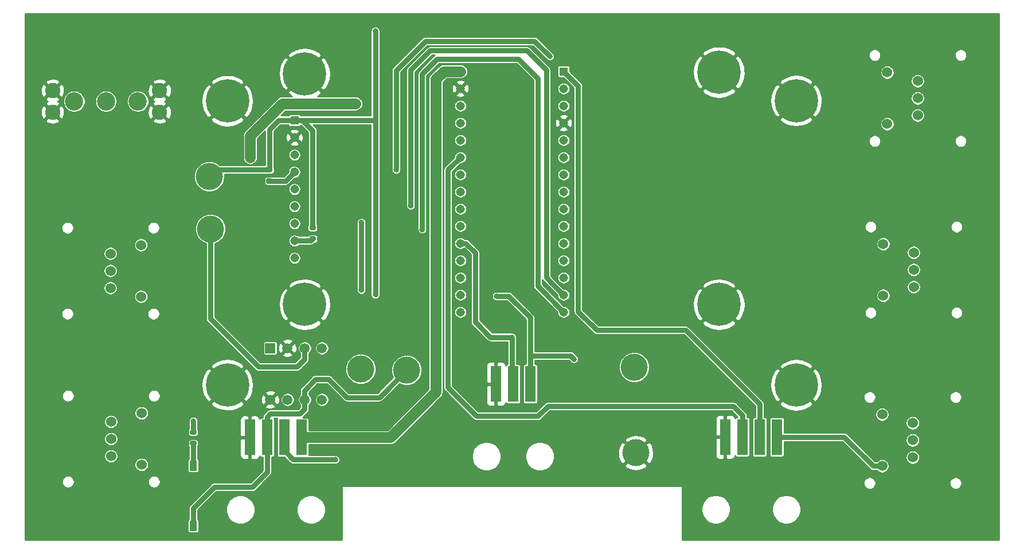
<source format=gbl>
G04 #@! TF.GenerationSoftware,KiCad,Pcbnew,(5.1.9-0-10_14)*
G04 #@! TF.CreationDate,2021-01-20T12:56:53-08:00*
G04 #@! TF.ProjectId,UrbanSteering,55726261-6e53-4746-9565-72696e672e6b,rev?*
G04 #@! TF.SameCoordinates,Original*
G04 #@! TF.FileFunction,Copper,L2,Bot*
G04 #@! TF.FilePolarity,Positive*
%FSLAX46Y46*%
G04 Gerber Fmt 4.6, Leading zero omitted, Abs format (unit mm)*
G04 Created by KiCad (PCBNEW (5.1.9-0-10_14)) date 2021-01-20 12:56:53*
%MOMM*%
%LPD*%
G01*
G04 APERTURE LIST*
G04 #@! TA.AperFunction,ComponentPad*
%ADD10C,1.308000*%
G04 #@! TD*
G04 #@! TA.AperFunction,ComponentPad*
%ADD11R,1.308000X1.308000*%
G04 #@! TD*
G04 #@! TA.AperFunction,SMDPad,CuDef*
%ADD12R,1.650000X5.330000*%
G04 #@! TD*
G04 #@! TA.AperFunction,ComponentPad*
%ADD13C,1.524000*%
G04 #@! TD*
G04 #@! TA.AperFunction,ComponentPad*
%ADD14C,4.000000*%
G04 #@! TD*
G04 #@! TA.AperFunction,ComponentPad*
%ADD15C,1.498600*%
G04 #@! TD*
G04 #@! TA.AperFunction,ComponentPad*
%ADD16R,1.498600X1.498600*%
G04 #@! TD*
G04 #@! TA.AperFunction,ComponentPad*
%ADD17C,6.400000*%
G04 #@! TD*
G04 #@! TA.AperFunction,ComponentPad*
%ADD18C,2.250000*%
G04 #@! TD*
G04 #@! TA.AperFunction,ComponentPad*
%ADD19C,2.700000*%
G04 #@! TD*
G04 #@! TA.AperFunction,SMDPad,CuDef*
%ADD20R,1.100000X1.500000*%
G04 #@! TD*
G04 #@! TA.AperFunction,ViaPad*
%ADD21C,0.800000*%
G04 #@! TD*
G04 #@! TA.AperFunction,ViaPad*
%ADD22C,1.000000*%
G04 #@! TD*
G04 #@! TA.AperFunction,Conductor*
%ADD23C,0.800000*%
G04 #@! TD*
G04 #@! TA.AperFunction,Conductor*
%ADD24C,0.250000*%
G04 #@! TD*
G04 #@! TA.AperFunction,Conductor*
%ADD25C,1.600000*%
G04 #@! TD*
G04 #@! TA.AperFunction,Conductor*
%ADD26C,0.254000*%
G04 #@! TD*
G04 #@! TA.AperFunction,Conductor*
%ADD27C,0.100000*%
G04 #@! TD*
G04 APERTURE END LIST*
G04 #@! TA.AperFunction,SMDPad,CuDef*
G36*
G01*
X106553779Y-118397340D02*
X107103779Y-118397340D01*
G75*
G02*
X107303779Y-118597340I0J-200000D01*
G01*
X107303779Y-118997340D01*
G75*
G02*
X107103779Y-119197340I-200000J0D01*
G01*
X106553779Y-119197340D01*
G75*
G02*
X106353779Y-118997340I0J200000D01*
G01*
X106353779Y-118597340D01*
G75*
G02*
X106553779Y-118397340I200000J0D01*
G01*
G37*
G04 #@! TD.AperFunction*
G04 #@! TA.AperFunction,SMDPad,CuDef*
G36*
G01*
X106553779Y-116747340D02*
X107103779Y-116747340D01*
G75*
G02*
X107303779Y-116947340I0J-200000D01*
G01*
X107303779Y-117347340D01*
G75*
G02*
X107103779Y-117547340I-200000J0D01*
G01*
X106553779Y-117547340D01*
G75*
G02*
X106353779Y-117347340I0J200000D01*
G01*
X106353779Y-116947340D01*
G75*
G02*
X106553779Y-116747340I200000J0D01*
G01*
G37*
G04 #@! TD.AperFunction*
G04 #@! TA.AperFunction,SMDPad,CuDef*
G36*
G01*
X124192620Y-88151520D02*
X124742620Y-88151520D01*
G75*
G02*
X124942620Y-88351520I0J-200000D01*
G01*
X124942620Y-88751520D01*
G75*
G02*
X124742620Y-88951520I-200000J0D01*
G01*
X124192620Y-88951520D01*
G75*
G02*
X123992620Y-88751520I0J200000D01*
G01*
X123992620Y-88351520D01*
G75*
G02*
X124192620Y-88151520I200000J0D01*
G01*
G37*
G04 #@! TD.AperFunction*
G04 #@! TA.AperFunction,SMDPad,CuDef*
G36*
G01*
X124192620Y-86501520D02*
X124742620Y-86501520D01*
G75*
G02*
X124942620Y-86701520I0J-200000D01*
G01*
X124942620Y-87101520D01*
G75*
G02*
X124742620Y-87301520I-200000J0D01*
G01*
X124192620Y-87301520D01*
G75*
G02*
X123992620Y-87101520I0J200000D01*
G01*
X123992620Y-86701520D01*
G75*
G02*
X124192620Y-86501520I200000J0D01*
G01*
G37*
G04 #@! TD.AperFunction*
G04 #@! TA.AperFunction,SMDPad,CuDef*
G36*
G01*
X117784200Y-79615000D02*
X118334200Y-79615000D01*
G75*
G02*
X118534200Y-79815000I0J-200000D01*
G01*
X118534200Y-80215000D01*
G75*
G02*
X118334200Y-80415000I-200000J0D01*
G01*
X117784200Y-80415000D01*
G75*
G02*
X117584200Y-80215000I0J200000D01*
G01*
X117584200Y-79815000D01*
G75*
G02*
X117784200Y-79615000I200000J0D01*
G01*
G37*
G04 #@! TD.AperFunction*
G04 #@! TA.AperFunction,SMDPad,CuDef*
G36*
G01*
X117784200Y-77965000D02*
X118334200Y-77965000D01*
G75*
G02*
X118534200Y-78165000I0J-200000D01*
G01*
X118534200Y-78565000D01*
G75*
G02*
X118334200Y-78765000I-200000J0D01*
G01*
X117784200Y-78765000D01*
G75*
G02*
X117584200Y-78565000I0J200000D01*
G01*
X117584200Y-78165000D01*
G75*
G02*
X117784200Y-77965000I200000J0D01*
G01*
G37*
G04 #@! TD.AperFunction*
D10*
X146281140Y-63825120D03*
X146281140Y-66365120D03*
X146281140Y-68905120D03*
X146281140Y-71445120D03*
X146281140Y-73985120D03*
X146281140Y-76525120D03*
X146281140Y-79065120D03*
X146281140Y-81605120D03*
X146281140Y-84145120D03*
X146281140Y-86685120D03*
X146281140Y-89225120D03*
X146281140Y-91765120D03*
X146281140Y-94305120D03*
X146281140Y-96845120D03*
X146281140Y-99385120D03*
X161521140Y-99385120D03*
X161521140Y-96845120D03*
X161521140Y-94305120D03*
X161521140Y-91765120D03*
X161521140Y-89225120D03*
X161521140Y-86685120D03*
X161521140Y-84145120D03*
X161521140Y-81605120D03*
X161521140Y-79065120D03*
X161521140Y-76525120D03*
X161521140Y-73985120D03*
X161521140Y-71445120D03*
X161521140Y-68905120D03*
X161521140Y-66365120D03*
D11*
X161521140Y-63825120D03*
D12*
X193011000Y-117858000D03*
X190471000Y-117858000D03*
X187931000Y-117858000D03*
X185391000Y-117858000D03*
X122805000Y-117916000D03*
X120265000Y-117916000D03*
X117725000Y-117916000D03*
X115185000Y-117916000D03*
X156606240Y-110020960D03*
X154066240Y-110020960D03*
X151526240Y-110020960D03*
D13*
X213809580Y-70312280D03*
X213809580Y-67772280D03*
X213809580Y-65232280D03*
X209309580Y-63962280D03*
X209309580Y-71582280D03*
X213065360Y-120860820D03*
X213065360Y-118320820D03*
X213065360Y-115780820D03*
X208565360Y-114510820D03*
X208565360Y-122130820D03*
X94686120Y-115582700D03*
X94686120Y-118122700D03*
X94686120Y-120662700D03*
X99186120Y-121932700D03*
X99186120Y-114312700D03*
X94609920Y-90746580D03*
X94609920Y-93286580D03*
X94609920Y-95826580D03*
X99109920Y-97096580D03*
X99109920Y-89476580D03*
X213215220Y-95671640D03*
X213215220Y-93131640D03*
X213215220Y-90591640D03*
X208715220Y-89321640D03*
X208715220Y-96941640D03*
D14*
X109192060Y-79344520D03*
X109357160Y-87101680D03*
X131556760Y-107792520D03*
X138351260Y-107955080D03*
X172178980Y-120192800D03*
D10*
X121785380Y-91384120D03*
X121785380Y-88844120D03*
X121785380Y-86304120D03*
X121785380Y-83764120D03*
X121785380Y-81224120D03*
X121785380Y-78684120D03*
X121785380Y-76144120D03*
X121785380Y-73604120D03*
D11*
X121785380Y-71064120D03*
D15*
X118207000Y-112336000D03*
X120747000Y-112336000D03*
X123287000Y-112336000D03*
X125827000Y-112336000D03*
X125827000Y-104716000D03*
X123287000Y-104716000D03*
X120747000Y-104716000D03*
D16*
X118207000Y-104716000D03*
D17*
X195874640Y-68150740D03*
X195877180Y-110169960D03*
X111879380Y-110162340D03*
X111879380Y-68178680D03*
X123278900Y-64170560D03*
X184470040Y-98272600D03*
X123286520Y-98272600D03*
X184470040Y-63949580D03*
D14*
X171964000Y-107524000D03*
D18*
X101853060Y-66649800D03*
X101853060Y-69849800D03*
X86053060Y-69849800D03*
X86053060Y-66649800D03*
D19*
X98653060Y-68249800D03*
X93953060Y-68249800D03*
X89253060Y-68249800D03*
D20*
X106842100Y-130997760D03*
X106842100Y-122097760D03*
D21*
X151584660Y-97035620D03*
X133713220Y-96822260D03*
X133728460Y-57840880D03*
X163047680Y-106344720D03*
X127806000Y-121197000D03*
X106854178Y-115470941D03*
X153884000Y-103102000D03*
X140650000Y-87187000D03*
X131654000Y-96118000D03*
X131667000Y-86109000D03*
X138953000Y-83648000D03*
X136783000Y-78365000D03*
X159476000Y-61592000D03*
D22*
X130810000Y-68580000D03*
X115234716Y-76535284D03*
D23*
X185201560Y-117839720D02*
X185201560Y-115895398D01*
X185201560Y-115895398D02*
X185204100Y-115892858D01*
X207233520Y-122130820D02*
X208565360Y-122130820D01*
X202942420Y-117839720D02*
X207233520Y-122130820D01*
X121719340Y-71013320D02*
X119453660Y-71013320D01*
X124467620Y-86906520D02*
X124467620Y-72590660D01*
X122890280Y-71013320D02*
X121719340Y-71013320D01*
X124467620Y-72590660D02*
X122890280Y-71013320D01*
X153421080Y-97035620D02*
X151584660Y-97035620D01*
X156606240Y-100220780D02*
X153421080Y-97035620D01*
X133708140Y-71013320D02*
X133713220Y-71008240D01*
X121719340Y-71013320D02*
X133708140Y-71013320D01*
X133713220Y-57856120D02*
X133728460Y-57840880D01*
X133713220Y-71833740D02*
X133713220Y-57856120D01*
X133713220Y-71833740D02*
X133713220Y-71008240D01*
X133713220Y-96822260D02*
X133713220Y-71833740D01*
X162544760Y-105841800D02*
X163047680Y-106344720D01*
X156606240Y-105841800D02*
X162544760Y-105841800D01*
X156606240Y-105841800D02*
X156606240Y-100220780D01*
X156606240Y-110020960D02*
X156606240Y-105841800D01*
X193029280Y-117839720D02*
X193011000Y-117858000D01*
X202942420Y-117839720D02*
X193029280Y-117839720D01*
X118059200Y-72407780D02*
X119453660Y-71013320D01*
X118059200Y-78370000D02*
X118059200Y-72407780D01*
X110166580Y-78370000D02*
X109192060Y-79344520D01*
X118059200Y-78370000D02*
X110166580Y-78370000D01*
D24*
X122920760Y-117623820D02*
X122633740Y-117910840D01*
D23*
X122623580Y-117900680D02*
X122633740Y-117910840D01*
D25*
X146281140Y-63825120D02*
X143811120Y-63825120D01*
X143811120Y-63825120D02*
X142637000Y-64999240D01*
X142637000Y-64999240D02*
X142637000Y-111226000D01*
X135947000Y-117916000D02*
X122805000Y-117916000D01*
X142637000Y-111226000D02*
X135947000Y-117916000D01*
D23*
X120265000Y-119860322D02*
X120265000Y-117916000D01*
X127806000Y-121197000D02*
X121601678Y-121197000D01*
X121601678Y-121197000D02*
X120265000Y-119860322D01*
X106854178Y-117121941D02*
X106828779Y-117147340D01*
X106854178Y-115470941D02*
X106854178Y-117121941D01*
X126847600Y-109339380D02*
X124876560Y-109339380D01*
X129504440Y-111996220D02*
X126847600Y-109339380D01*
X124876560Y-109339380D02*
X123238260Y-110977680D01*
X138351260Y-107955080D02*
X134310120Y-111996220D01*
X134310120Y-111996220D02*
X129504440Y-111996220D01*
X106842100Y-130997760D02*
X106842100Y-128331900D01*
X106842100Y-128331900D02*
X109923000Y-125251000D01*
X109923000Y-125251000D02*
X115554000Y-125251000D01*
X117725000Y-123080000D02*
X117725000Y-117916000D01*
X115554000Y-125251000D02*
X117725000Y-123080000D01*
X123238260Y-112287260D02*
X123287000Y-112336000D01*
X123238260Y-110977680D02*
X123238260Y-112287260D01*
X118209000Y-114420000D02*
X117725000Y-114904000D01*
X122612000Y-114420000D02*
X118209000Y-114420000D01*
X117725000Y-114904000D02*
X117725000Y-117916000D01*
X123287000Y-112336000D02*
X123287000Y-113745000D01*
X123287000Y-113745000D02*
X122612000Y-114420000D01*
X148452840Y-100840540D02*
X148452840Y-90606880D01*
X147071080Y-89225120D02*
X146281140Y-89225120D01*
X148452840Y-90606880D02*
X147071080Y-89225120D01*
X153884000Y-109838720D02*
X154066240Y-110020960D01*
X153884000Y-103102000D02*
X153884000Y-109838720D01*
X150714300Y-103102000D02*
X148452840Y-100840540D01*
X153884000Y-103102000D02*
X150714300Y-103102000D01*
X157688280Y-95552260D02*
X157688280Y-64833500D01*
X161521140Y-99385120D02*
X157688280Y-95552260D01*
X157688280Y-64833500D02*
X154838400Y-61983620D01*
X140650000Y-87187000D02*
X140650000Y-64171000D01*
X142837380Y-61983620D02*
X154838400Y-61983620D01*
X140650000Y-64171000D02*
X142837380Y-61983620D01*
X124220820Y-88793320D02*
X124467620Y-88546520D01*
X121719340Y-88793320D02*
X124220820Y-88793320D01*
X131654000Y-96118000D02*
X131654000Y-86121000D01*
X138953000Y-83648000D02*
X138953000Y-63630000D01*
X138953000Y-63630000D02*
X141827000Y-60756000D01*
X141827000Y-60756000D02*
X156096000Y-60756000D01*
X158949000Y-94272980D02*
X159859510Y-95183490D01*
X159522160Y-94846140D02*
X159859510Y-95183490D01*
X158949000Y-63609000D02*
X158949000Y-94272980D01*
X156096000Y-60756000D02*
X158949000Y-63609000D01*
X159859510Y-95183490D02*
X161521140Y-96845120D01*
X121531380Y-78445360D02*
X121719340Y-78633320D01*
X136783000Y-78365000D02*
X136783000Y-63682000D01*
X136783000Y-63682000D02*
X141115000Y-59350000D01*
X157234000Y-59350000D02*
X159476000Y-61592000D01*
X141115000Y-59350000D02*
X157234000Y-59350000D01*
X120459500Y-80010000D02*
X121785380Y-78684120D01*
X118059200Y-80010000D02*
X120459500Y-80010000D01*
X109357160Y-87101680D02*
X109357160Y-100360160D01*
X109357160Y-100360160D02*
X116495000Y-107498000D01*
X116495000Y-107498000D02*
X122126000Y-107498000D01*
X123287000Y-106337000D02*
X123287000Y-104716000D01*
X122126000Y-107498000D02*
X123287000Y-106337000D01*
D25*
X119974384Y-68580000D02*
X115234716Y-73319668D01*
X130810000Y-68580000D02*
X119974384Y-68580000D01*
X115234716Y-73319668D02*
X115234716Y-76535284D01*
D23*
X190471000Y-112980000D02*
X190471000Y-117858000D01*
X179555820Y-102064820D02*
X190471000Y-112980000D01*
X161521140Y-63825120D02*
X163682680Y-65986660D01*
X163682680Y-99324160D02*
X166423340Y-102064820D01*
X163682680Y-65986660D02*
X163682680Y-99324160D01*
X166423340Y-102064820D02*
X179555820Y-102064820D01*
X186573560Y-113319560D02*
X187931000Y-114677000D01*
X159202120Y-113319560D02*
X186573560Y-113319560D01*
X187931000Y-114677000D02*
X187931000Y-117858000D01*
X144432020Y-110535720D02*
X148661120Y-114764820D01*
X157756860Y-114764820D02*
X159202120Y-113319560D01*
X144432020Y-78374240D02*
X144432020Y-110535720D01*
X146281140Y-76525120D02*
X144432020Y-78374240D01*
X148661120Y-114764820D02*
X157756860Y-114764820D01*
X106842100Y-118810661D02*
X106828779Y-118797340D01*
X106842100Y-122097760D02*
X106842100Y-118810661D01*
D26*
X225770928Y-133069849D02*
X179076429Y-133069849D01*
X179076429Y-128335318D01*
X181831600Y-128335318D01*
X181831600Y-128760682D01*
X181914585Y-129177874D01*
X182077365Y-129570859D01*
X182313685Y-129924537D01*
X182614463Y-130225315D01*
X182968141Y-130461635D01*
X183361126Y-130624415D01*
X183778318Y-130707400D01*
X184203682Y-130707400D01*
X184620874Y-130624415D01*
X185013859Y-130461635D01*
X185367537Y-130225315D01*
X185668315Y-129924537D01*
X185904635Y-129570859D01*
X186067415Y-129177874D01*
X186150400Y-128760682D01*
X186150400Y-128335318D01*
X192251600Y-128335318D01*
X192251600Y-128760682D01*
X192334585Y-129177874D01*
X192497365Y-129570859D01*
X192733685Y-129924537D01*
X193034463Y-130225315D01*
X193388141Y-130461635D01*
X193781126Y-130624415D01*
X194198318Y-130707400D01*
X194623682Y-130707400D01*
X195040874Y-130624415D01*
X195433859Y-130461635D01*
X195787537Y-130225315D01*
X196088315Y-129924537D01*
X196324635Y-129570859D01*
X196487415Y-129177874D01*
X196570400Y-128760682D01*
X196570400Y-128335318D01*
X196487415Y-127918126D01*
X196324635Y-127525141D01*
X196088315Y-127171463D01*
X195787537Y-126870685D01*
X195433859Y-126634365D01*
X195040874Y-126471585D01*
X194623682Y-126388600D01*
X194198318Y-126388600D01*
X193781126Y-126471585D01*
X193388141Y-126634365D01*
X193034463Y-126870685D01*
X192733685Y-127171463D01*
X192497365Y-127525141D01*
X192334585Y-127918126D01*
X192251600Y-128335318D01*
X186150400Y-128335318D01*
X186067415Y-127918126D01*
X185904635Y-127525141D01*
X185668315Y-127171463D01*
X185367537Y-126870685D01*
X185013859Y-126634365D01*
X184620874Y-126471585D01*
X184203682Y-126388600D01*
X183778318Y-126388600D01*
X183361126Y-126471585D01*
X182968141Y-126634365D01*
X182614463Y-126870685D01*
X182313685Y-127171463D01*
X182077365Y-127525141D01*
X181914585Y-127918126D01*
X181831600Y-128335318D01*
X179076429Y-128335318D01*
X179076429Y-125203874D01*
X179077047Y-125197600D01*
X179074580Y-125172556D01*
X179067275Y-125148475D01*
X179055413Y-125126282D01*
X179039449Y-125106829D01*
X179019996Y-125090865D01*
X178997803Y-125079003D01*
X178973722Y-125071698D01*
X178954952Y-125069849D01*
X178948678Y-125069231D01*
X178942405Y-125069849D01*
X133842406Y-125069849D01*
X133842396Y-125069850D01*
X128854954Y-125069850D01*
X128848680Y-125069232D01*
X128842407Y-125069850D01*
X128842406Y-125069850D01*
X128823636Y-125071699D01*
X128799555Y-125079004D01*
X128777362Y-125090866D01*
X128757909Y-125106830D01*
X128741945Y-125126283D01*
X128730083Y-125148476D01*
X128722778Y-125172557D01*
X128720311Y-125197601D01*
X128720930Y-125203885D01*
X128720929Y-133069849D01*
X82026430Y-133069849D01*
X82026430Y-130247760D01*
X106011349Y-130247760D01*
X106011349Y-131747760D01*
X106016744Y-131802532D01*
X106032720Y-131855199D01*
X106058664Y-131903737D01*
X106093579Y-131946281D01*
X106136123Y-131981196D01*
X106184661Y-132007140D01*
X106237328Y-132023116D01*
X106292100Y-132028511D01*
X107392100Y-132028511D01*
X107446872Y-132023116D01*
X107499539Y-132007140D01*
X107548077Y-131981196D01*
X107590621Y-131946281D01*
X107625536Y-131903737D01*
X107651480Y-131855199D01*
X107667456Y-131802532D01*
X107672851Y-131747760D01*
X107672851Y-130247760D01*
X107667456Y-130192988D01*
X107651480Y-130140321D01*
X107625536Y-130091783D01*
X107590621Y-130049239D01*
X107548077Y-130014324D01*
X107521500Y-130000118D01*
X107521500Y-128613316D01*
X107741498Y-128393318D01*
X111625600Y-128393318D01*
X111625600Y-128818682D01*
X111708585Y-129235874D01*
X111871365Y-129628859D01*
X112107685Y-129982537D01*
X112408463Y-130283315D01*
X112762141Y-130519635D01*
X113155126Y-130682415D01*
X113572318Y-130765400D01*
X113997682Y-130765400D01*
X114414874Y-130682415D01*
X114807859Y-130519635D01*
X115161537Y-130283315D01*
X115462315Y-129982537D01*
X115698635Y-129628859D01*
X115861415Y-129235874D01*
X115944400Y-128818682D01*
X115944400Y-128393318D01*
X122045600Y-128393318D01*
X122045600Y-128818682D01*
X122128585Y-129235874D01*
X122291365Y-129628859D01*
X122527685Y-129982537D01*
X122828463Y-130283315D01*
X123182141Y-130519635D01*
X123575126Y-130682415D01*
X123992318Y-130765400D01*
X124417682Y-130765400D01*
X124834874Y-130682415D01*
X125227859Y-130519635D01*
X125581537Y-130283315D01*
X125882315Y-129982537D01*
X126118635Y-129628859D01*
X126281415Y-129235874D01*
X126364400Y-128818682D01*
X126364400Y-128393318D01*
X126281415Y-127976126D01*
X126118635Y-127583141D01*
X125882315Y-127229463D01*
X125581537Y-126928685D01*
X125227859Y-126692365D01*
X124834874Y-126529585D01*
X124417682Y-126446600D01*
X123992318Y-126446600D01*
X123575126Y-126529585D01*
X123182141Y-126692365D01*
X122828463Y-126928685D01*
X122527685Y-127229463D01*
X122291365Y-127583141D01*
X122128585Y-127976126D01*
X122045600Y-128393318D01*
X115944400Y-128393318D01*
X115861415Y-127976126D01*
X115698635Y-127583141D01*
X115462315Y-127229463D01*
X115161537Y-126928685D01*
X114807859Y-126692365D01*
X114414874Y-126529585D01*
X113997682Y-126446600D01*
X113572318Y-126446600D01*
X113155126Y-126529585D01*
X112762141Y-126692365D01*
X112408463Y-126928685D01*
X112107685Y-127229463D01*
X111871365Y-127583141D01*
X111708585Y-127976126D01*
X111625600Y-128393318D01*
X107741498Y-128393318D01*
X110204416Y-125930400D01*
X115520628Y-125930400D01*
X115554000Y-125933687D01*
X115587372Y-125930400D01*
X115587373Y-125930400D01*
X115687186Y-125920569D01*
X115815253Y-125881721D01*
X115933281Y-125818633D01*
X116036733Y-125733733D01*
X116058013Y-125707803D01*
X117186534Y-124579282D01*
X205785960Y-124579282D01*
X205785960Y-124762358D01*
X205821676Y-124941916D01*
X205891736Y-125111056D01*
X205993448Y-125263278D01*
X206122902Y-125392732D01*
X206275124Y-125494444D01*
X206444264Y-125564504D01*
X206623822Y-125600220D01*
X206806898Y-125600220D01*
X206986456Y-125564504D01*
X207155596Y-125494444D01*
X207307818Y-125392732D01*
X207437272Y-125263278D01*
X207538984Y-125111056D01*
X207609044Y-124941916D01*
X207644760Y-124762358D01*
X207644760Y-124579282D01*
X218485960Y-124579282D01*
X218485960Y-124762358D01*
X218521676Y-124941916D01*
X218591736Y-125111056D01*
X218693448Y-125263278D01*
X218822902Y-125392732D01*
X218975124Y-125494444D01*
X219144264Y-125564504D01*
X219323822Y-125600220D01*
X219506898Y-125600220D01*
X219686456Y-125564504D01*
X219855596Y-125494444D01*
X220007818Y-125392732D01*
X220137272Y-125263278D01*
X220238984Y-125111056D01*
X220309044Y-124941916D01*
X220344760Y-124762358D01*
X220344760Y-124579282D01*
X220309044Y-124399724D01*
X220238984Y-124230584D01*
X220137272Y-124078362D01*
X220007818Y-123948908D01*
X219855596Y-123847196D01*
X219686456Y-123777136D01*
X219506898Y-123741420D01*
X219323822Y-123741420D01*
X219144264Y-123777136D01*
X218975124Y-123847196D01*
X218822902Y-123948908D01*
X218693448Y-124078362D01*
X218591736Y-124230584D01*
X218521676Y-124399724D01*
X218485960Y-124579282D01*
X207644760Y-124579282D01*
X207609044Y-124399724D01*
X207538984Y-124230584D01*
X207437272Y-124078362D01*
X207307818Y-123948908D01*
X207155596Y-123847196D01*
X206986456Y-123777136D01*
X206806898Y-123741420D01*
X206623822Y-123741420D01*
X206444264Y-123777136D01*
X206275124Y-123847196D01*
X206122902Y-123948908D01*
X205993448Y-124078362D01*
X205891736Y-124230584D01*
X205821676Y-124399724D01*
X205785960Y-124579282D01*
X117186534Y-124579282D01*
X118181808Y-123584008D01*
X118207732Y-123562733D01*
X118292633Y-123459281D01*
X118324177Y-123400267D01*
X118355721Y-123341254D01*
X118394569Y-123213185D01*
X118407687Y-123080000D01*
X118404400Y-123046628D01*
X118404400Y-120861751D01*
X118550000Y-120861751D01*
X118604772Y-120856356D01*
X118657439Y-120840380D01*
X118705977Y-120814436D01*
X118748521Y-120779521D01*
X118783436Y-120736977D01*
X118809380Y-120688439D01*
X118825356Y-120635772D01*
X118830751Y-120581000D01*
X118830751Y-115251000D01*
X118825356Y-115196228D01*
X118809380Y-115143561D01*
X118785776Y-115099400D01*
X119204224Y-115099400D01*
X119180620Y-115143561D01*
X119164644Y-115196228D01*
X119159249Y-115251000D01*
X119159249Y-120581000D01*
X119164644Y-120635772D01*
X119180620Y-120688439D01*
X119206564Y-120736977D01*
X119241479Y-120779521D01*
X119284023Y-120814436D01*
X119332561Y-120840380D01*
X119385228Y-120856356D01*
X119440000Y-120861751D01*
X120305613Y-120861751D01*
X121097670Y-121653808D01*
X121118945Y-121679733D01*
X121222397Y-121764633D01*
X121340425Y-121827721D01*
X121454089Y-121862200D01*
X121468492Y-121866569D01*
X121601677Y-121879687D01*
X121635049Y-121876400D01*
X127872915Y-121876400D01*
X127905814Y-121869856D01*
X127939186Y-121866569D01*
X127971276Y-121856835D01*
X128004174Y-121850291D01*
X128035159Y-121837457D01*
X128067253Y-121827721D01*
X128096835Y-121811909D01*
X128127816Y-121799076D01*
X128155700Y-121780444D01*
X128185281Y-121764633D01*
X128211208Y-121743355D01*
X128239092Y-121724724D01*
X128262803Y-121701013D01*
X128288733Y-121679733D01*
X128310013Y-121653803D01*
X128333724Y-121630092D01*
X128352355Y-121602208D01*
X128373633Y-121576281D01*
X128389444Y-121546700D01*
X128408076Y-121518816D01*
X128420909Y-121487835D01*
X128436721Y-121458253D01*
X128446457Y-121426159D01*
X128459291Y-121395174D01*
X128465835Y-121362276D01*
X128475569Y-121330186D01*
X128478856Y-121296815D01*
X128485400Y-121263915D01*
X128485400Y-121230373D01*
X128488687Y-121197000D01*
X128485400Y-121163627D01*
X128485400Y-121130085D01*
X128478856Y-121097185D01*
X128475569Y-121063814D01*
X128465835Y-121031724D01*
X128459291Y-120998826D01*
X128446457Y-120967841D01*
X128436721Y-120935747D01*
X128420909Y-120906165D01*
X128408076Y-120875184D01*
X128389444Y-120847300D01*
X128373633Y-120817719D01*
X128352355Y-120791792D01*
X128333724Y-120763908D01*
X128310013Y-120740197D01*
X128288733Y-120714267D01*
X128262803Y-120692987D01*
X128239092Y-120669276D01*
X128211208Y-120650645D01*
X128185281Y-120629367D01*
X128155700Y-120613556D01*
X128127816Y-120594924D01*
X128096835Y-120582091D01*
X128067253Y-120566279D01*
X128035159Y-120556543D01*
X128004174Y-120543709D01*
X127971276Y-120537165D01*
X127939186Y-120527431D01*
X127905814Y-120524144D01*
X127872915Y-120517600D01*
X123910751Y-120517600D01*
X123910751Y-120495815D01*
X147941840Y-120495815D01*
X147941840Y-120926105D01*
X148025786Y-121348126D01*
X148190450Y-121745661D01*
X148429506Y-122103434D01*
X148733766Y-122407694D01*
X149091539Y-122646750D01*
X149489074Y-122811414D01*
X149911095Y-122895360D01*
X150341385Y-122895360D01*
X150763406Y-122811414D01*
X151160941Y-122646750D01*
X151518714Y-122407694D01*
X151822974Y-122103434D01*
X152062030Y-121745661D01*
X152226694Y-121348126D01*
X152310640Y-120926105D01*
X152310640Y-120495815D01*
X155821840Y-120495815D01*
X155821840Y-120926105D01*
X155905786Y-121348126D01*
X156070450Y-121745661D01*
X156309506Y-122103434D01*
X156613766Y-122407694D01*
X156971539Y-122646750D01*
X157369074Y-122811414D01*
X157791095Y-122895360D01*
X158221385Y-122895360D01*
X158643406Y-122811414D01*
X159040941Y-122646750D01*
X159398714Y-122407694D01*
X159702974Y-122103434D01*
X159745159Y-122040299D01*
X170511086Y-122040299D01*
X170727208Y-122407058D01*
X171187085Y-122647738D01*
X171685078Y-122794075D01*
X172202051Y-122840448D01*
X172718139Y-122785073D01*
X173213506Y-122630079D01*
X173630752Y-122407058D01*
X173846874Y-122040299D01*
X172178980Y-120372405D01*
X170511086Y-122040299D01*
X159745159Y-122040299D01*
X159942030Y-121745661D01*
X160106694Y-121348126D01*
X160190640Y-120926105D01*
X160190640Y-120495815D01*
X160134956Y-120215871D01*
X169531332Y-120215871D01*
X169586707Y-120731959D01*
X169741701Y-121227326D01*
X169964722Y-121644572D01*
X170331481Y-121860694D01*
X171999375Y-120192800D01*
X172358585Y-120192800D01*
X174026479Y-121860694D01*
X174393238Y-121644572D01*
X174633918Y-121184695D01*
X174780255Y-120686702D01*
X174794939Y-120523000D01*
X183927928Y-120523000D01*
X183940188Y-120647482D01*
X183976498Y-120767180D01*
X184035463Y-120877494D01*
X184114815Y-120974185D01*
X184211506Y-121053537D01*
X184321820Y-121112502D01*
X184441518Y-121148812D01*
X184566000Y-121161072D01*
X185105250Y-121158000D01*
X185264000Y-120999250D01*
X185264000Y-117985000D01*
X184089750Y-117985000D01*
X183931000Y-118143750D01*
X183927928Y-120523000D01*
X174794939Y-120523000D01*
X174826628Y-120169729D01*
X174771253Y-119653641D01*
X174616259Y-119158274D01*
X174393238Y-118741028D01*
X174026479Y-118524906D01*
X172358585Y-120192800D01*
X171999375Y-120192800D01*
X170331481Y-118524906D01*
X169964722Y-118741028D01*
X169724042Y-119200905D01*
X169577705Y-119698898D01*
X169531332Y-120215871D01*
X160134956Y-120215871D01*
X160106694Y-120073794D01*
X159942030Y-119676259D01*
X159702974Y-119318486D01*
X159398714Y-119014226D01*
X159040941Y-118775170D01*
X158643406Y-118610506D01*
X158221385Y-118526560D01*
X157791095Y-118526560D01*
X157369074Y-118610506D01*
X156971539Y-118775170D01*
X156613766Y-119014226D01*
X156309506Y-119318486D01*
X156070450Y-119676259D01*
X155905786Y-120073794D01*
X155821840Y-120495815D01*
X152310640Y-120495815D01*
X152226694Y-120073794D01*
X152062030Y-119676259D01*
X151822974Y-119318486D01*
X151518714Y-119014226D01*
X151160941Y-118775170D01*
X150763406Y-118610506D01*
X150341385Y-118526560D01*
X149911095Y-118526560D01*
X149489074Y-118610506D01*
X149091539Y-118775170D01*
X148733766Y-119014226D01*
X148429506Y-119318486D01*
X148190450Y-119676259D01*
X148025786Y-120073794D01*
X147941840Y-120495815D01*
X123910751Y-120495815D01*
X123910751Y-118995400D01*
X135893981Y-118995400D01*
X135947000Y-119000622D01*
X136000019Y-118995400D01*
X136158599Y-118979781D01*
X136362067Y-118918060D01*
X136549584Y-118817830D01*
X136713944Y-118682944D01*
X136747750Y-118641751D01*
X137044200Y-118345301D01*
X170511086Y-118345301D01*
X172178980Y-120013195D01*
X173846874Y-118345301D01*
X173630752Y-117978542D01*
X173170875Y-117737862D01*
X172672882Y-117591525D01*
X172155909Y-117545152D01*
X171639821Y-117600527D01*
X171144454Y-117755521D01*
X170727208Y-117978542D01*
X170511086Y-118345301D01*
X137044200Y-118345301D01*
X143362756Y-112026746D01*
X143403944Y-111992944D01*
X143538830Y-111828584D01*
X143639060Y-111641067D01*
X143700781Y-111437599D01*
X143716400Y-111279019D01*
X143721622Y-111226000D01*
X143716400Y-111172981D01*
X143716400Y-78374240D01*
X143749333Y-78374240D01*
X143752620Y-78407612D01*
X143752621Y-110502338D01*
X143749333Y-110535720D01*
X143762451Y-110668904D01*
X143801300Y-110796973D01*
X143826063Y-110843300D01*
X143864388Y-110915001D01*
X143949288Y-111018453D01*
X143975212Y-111039728D01*
X148157107Y-115221623D01*
X148178387Y-115247553D01*
X148281839Y-115332453D01*
X148332790Y-115359687D01*
X148399866Y-115395541D01*
X148440959Y-115408006D01*
X148527934Y-115434389D01*
X148627747Y-115444220D01*
X148627748Y-115444220D01*
X148661120Y-115447507D01*
X148694492Y-115444220D01*
X157723488Y-115444220D01*
X157756860Y-115447507D01*
X157790232Y-115444220D01*
X157790233Y-115444220D01*
X157890046Y-115434389D01*
X158018113Y-115395541D01*
X158136141Y-115332453D01*
X158239593Y-115247553D01*
X158260873Y-115221623D01*
X158289496Y-115193000D01*
X183927928Y-115193000D01*
X183931000Y-117572250D01*
X184089750Y-117731000D01*
X185264000Y-117731000D01*
X185264000Y-114716750D01*
X185105250Y-114558000D01*
X184566000Y-114554928D01*
X184441518Y-114567188D01*
X184321820Y-114603498D01*
X184211506Y-114662463D01*
X184114815Y-114741815D01*
X184035463Y-114838506D01*
X183976498Y-114948820D01*
X183940188Y-115068518D01*
X183927928Y-115193000D01*
X158289496Y-115193000D01*
X159483537Y-113998960D01*
X186292144Y-113998960D01*
X187205432Y-114912249D01*
X187106000Y-114912249D01*
X187051228Y-114917644D01*
X186998561Y-114933620D01*
X186950023Y-114959564D01*
X186907479Y-114994479D01*
X186872564Y-115037023D01*
X186846620Y-115085561D01*
X186844258Y-115093349D01*
X186841812Y-115068518D01*
X186805502Y-114948820D01*
X186746537Y-114838506D01*
X186667185Y-114741815D01*
X186570494Y-114662463D01*
X186460180Y-114603498D01*
X186340482Y-114567188D01*
X186216000Y-114554928D01*
X185676750Y-114558000D01*
X185518000Y-114716750D01*
X185518000Y-117731000D01*
X185538000Y-117731000D01*
X185538000Y-117985000D01*
X185518000Y-117985000D01*
X185518000Y-120999250D01*
X185676750Y-121158000D01*
X186216000Y-121161072D01*
X186340482Y-121148812D01*
X186460180Y-121112502D01*
X186570494Y-121053537D01*
X186667185Y-120974185D01*
X186746537Y-120877494D01*
X186805502Y-120767180D01*
X186841812Y-120647482D01*
X186844258Y-120622651D01*
X186846620Y-120630439D01*
X186872564Y-120678977D01*
X186907479Y-120721521D01*
X186950023Y-120756436D01*
X186998561Y-120782380D01*
X187051228Y-120798356D01*
X187106000Y-120803751D01*
X188756000Y-120803751D01*
X188810772Y-120798356D01*
X188863439Y-120782380D01*
X188911977Y-120756436D01*
X188954521Y-120721521D01*
X188989436Y-120678977D01*
X189015380Y-120630439D01*
X189031356Y-120577772D01*
X189036751Y-120523000D01*
X189036751Y-115193000D01*
X189031356Y-115138228D01*
X189015380Y-115085561D01*
X188989436Y-115037023D01*
X188954521Y-114994479D01*
X188911977Y-114959564D01*
X188863439Y-114933620D01*
X188810772Y-114917644D01*
X188756000Y-114912249D01*
X188610400Y-114912249D01*
X188610400Y-114710371D01*
X188613687Y-114676999D01*
X188600569Y-114543814D01*
X188588360Y-114503566D01*
X188561721Y-114415747D01*
X188498633Y-114297719D01*
X188489685Y-114286816D01*
X188435006Y-114220189D01*
X188435004Y-114220187D01*
X188413732Y-114194267D01*
X188387813Y-114172996D01*
X187077573Y-112862757D01*
X187056293Y-112836827D01*
X186952841Y-112751927D01*
X186834813Y-112688839D01*
X186706746Y-112649991D01*
X186606933Y-112640160D01*
X186606932Y-112640160D01*
X186573560Y-112636873D01*
X186540188Y-112640160D01*
X159235491Y-112640160D01*
X159202119Y-112636873D01*
X159168747Y-112640160D01*
X159068934Y-112649991D01*
X158940867Y-112688839D01*
X158822839Y-112751927D01*
X158719387Y-112836827D01*
X158698112Y-112862752D01*
X157475444Y-114085420D01*
X148942536Y-114085420D01*
X147543076Y-112685960D01*
X150063168Y-112685960D01*
X150075428Y-112810442D01*
X150111738Y-112930140D01*
X150170703Y-113040454D01*
X150250055Y-113137145D01*
X150346746Y-113216497D01*
X150457060Y-113275462D01*
X150576758Y-113311772D01*
X150701240Y-113324032D01*
X151240490Y-113320960D01*
X151399240Y-113162210D01*
X151399240Y-110147960D01*
X150224990Y-110147960D01*
X150066240Y-110306710D01*
X150063168Y-112685960D01*
X147543076Y-112685960D01*
X145111420Y-110254304D01*
X145111420Y-107355960D01*
X150063168Y-107355960D01*
X150066240Y-109735210D01*
X150224990Y-109893960D01*
X151399240Y-109893960D01*
X151399240Y-106879710D01*
X151240490Y-106720960D01*
X150701240Y-106717888D01*
X150576758Y-106730148D01*
X150457060Y-106766458D01*
X150346746Y-106825423D01*
X150250055Y-106904775D01*
X150170703Y-107001466D01*
X150111738Y-107111780D01*
X150075428Y-107231478D01*
X150063168Y-107355960D01*
X145111420Y-107355960D01*
X145111420Y-99293188D01*
X145347740Y-99293188D01*
X145347740Y-99477052D01*
X145383610Y-99657383D01*
X145453972Y-99827251D01*
X145556121Y-99980128D01*
X145686132Y-100110139D01*
X145839009Y-100212288D01*
X146008877Y-100282650D01*
X146189208Y-100318520D01*
X146373072Y-100318520D01*
X146553403Y-100282650D01*
X146723271Y-100212288D01*
X146876148Y-100110139D01*
X147006159Y-99980128D01*
X147108308Y-99827251D01*
X147178670Y-99657383D01*
X147214540Y-99477052D01*
X147214540Y-99293188D01*
X147178670Y-99112857D01*
X147108308Y-98942989D01*
X147006159Y-98790112D01*
X146876148Y-98660101D01*
X146723271Y-98557952D01*
X146553403Y-98487590D01*
X146373072Y-98451720D01*
X146189208Y-98451720D01*
X146008877Y-98487590D01*
X145839009Y-98557952D01*
X145686132Y-98660101D01*
X145556121Y-98790112D01*
X145453972Y-98942989D01*
X145383610Y-99112857D01*
X145347740Y-99293188D01*
X145111420Y-99293188D01*
X145111420Y-96753188D01*
X145347740Y-96753188D01*
X145347740Y-96937052D01*
X145383610Y-97117383D01*
X145453972Y-97287251D01*
X145556121Y-97440128D01*
X145686132Y-97570139D01*
X145839009Y-97672288D01*
X146008877Y-97742650D01*
X146189208Y-97778520D01*
X146373072Y-97778520D01*
X146553403Y-97742650D01*
X146723271Y-97672288D01*
X146876148Y-97570139D01*
X147006159Y-97440128D01*
X147108308Y-97287251D01*
X147178670Y-97117383D01*
X147214540Y-96937052D01*
X147214540Y-96753188D01*
X147178670Y-96572857D01*
X147108308Y-96402989D01*
X147006159Y-96250112D01*
X146876148Y-96120101D01*
X146723271Y-96017952D01*
X146553403Y-95947590D01*
X146373072Y-95911720D01*
X146189208Y-95911720D01*
X146008877Y-95947590D01*
X145839009Y-96017952D01*
X145686132Y-96120101D01*
X145556121Y-96250112D01*
X145453972Y-96402989D01*
X145383610Y-96572857D01*
X145347740Y-96753188D01*
X145111420Y-96753188D01*
X145111420Y-94213188D01*
X145347740Y-94213188D01*
X145347740Y-94397052D01*
X145383610Y-94577383D01*
X145453972Y-94747251D01*
X145556121Y-94900128D01*
X145686132Y-95030139D01*
X145839009Y-95132288D01*
X146008877Y-95202650D01*
X146189208Y-95238520D01*
X146373072Y-95238520D01*
X146553403Y-95202650D01*
X146723271Y-95132288D01*
X146876148Y-95030139D01*
X147006159Y-94900128D01*
X147108308Y-94747251D01*
X147178670Y-94577383D01*
X147214540Y-94397052D01*
X147214540Y-94213188D01*
X147178670Y-94032857D01*
X147108308Y-93862989D01*
X147006159Y-93710112D01*
X146876148Y-93580101D01*
X146723271Y-93477952D01*
X146553403Y-93407590D01*
X146373072Y-93371720D01*
X146189208Y-93371720D01*
X146008877Y-93407590D01*
X145839009Y-93477952D01*
X145686132Y-93580101D01*
X145556121Y-93710112D01*
X145453972Y-93862989D01*
X145383610Y-94032857D01*
X145347740Y-94213188D01*
X145111420Y-94213188D01*
X145111420Y-91673188D01*
X145347740Y-91673188D01*
X145347740Y-91857052D01*
X145383610Y-92037383D01*
X145453972Y-92207251D01*
X145556121Y-92360128D01*
X145686132Y-92490139D01*
X145839009Y-92592288D01*
X146008877Y-92662650D01*
X146189208Y-92698520D01*
X146373072Y-92698520D01*
X146553403Y-92662650D01*
X146723271Y-92592288D01*
X146876148Y-92490139D01*
X147006159Y-92360128D01*
X147108308Y-92207251D01*
X147178670Y-92037383D01*
X147214540Y-91857052D01*
X147214540Y-91673188D01*
X147178670Y-91492857D01*
X147108308Y-91322989D01*
X147006159Y-91170112D01*
X146876148Y-91040101D01*
X146723271Y-90937952D01*
X146553403Y-90867590D01*
X146373072Y-90831720D01*
X146189208Y-90831720D01*
X146008877Y-90867590D01*
X145839009Y-90937952D01*
X145686132Y-91040101D01*
X145556121Y-91170112D01*
X145453972Y-91322989D01*
X145383610Y-91492857D01*
X145347740Y-91673188D01*
X145111420Y-91673188D01*
X145111420Y-89133188D01*
X145347740Y-89133188D01*
X145347740Y-89317052D01*
X145383610Y-89497383D01*
X145453972Y-89667251D01*
X145556121Y-89820128D01*
X145686132Y-89950139D01*
X145839009Y-90052288D01*
X146008877Y-90122650D01*
X146189208Y-90158520D01*
X146373072Y-90158520D01*
X146553403Y-90122650D01*
X146723271Y-90052288D01*
X146851651Y-89966507D01*
X147773441Y-90888297D01*
X147773440Y-100807168D01*
X147770153Y-100840540D01*
X147773440Y-100873912D01*
X147783271Y-100973725D01*
X147822119Y-101101792D01*
X147885207Y-101219820D01*
X147970107Y-101323272D01*
X147996033Y-101344549D01*
X150210292Y-103558809D01*
X150231567Y-103584733D01*
X150335019Y-103669633D01*
X150453047Y-103732721D01*
X150581114Y-103771569D01*
X150714299Y-103784687D01*
X150747671Y-103781400D01*
X153204600Y-103781400D01*
X153204601Y-107078818D01*
X153186468Y-107080604D01*
X153133801Y-107096580D01*
X153085263Y-107122524D01*
X153042719Y-107157439D01*
X153007804Y-107199983D01*
X152981860Y-107248521D01*
X152979498Y-107256309D01*
X152977052Y-107231478D01*
X152940742Y-107111780D01*
X152881777Y-107001466D01*
X152802425Y-106904775D01*
X152705734Y-106825423D01*
X152595420Y-106766458D01*
X152475722Y-106730148D01*
X152351240Y-106717888D01*
X151811990Y-106720960D01*
X151653240Y-106879710D01*
X151653240Y-109893960D01*
X151673240Y-109893960D01*
X151673240Y-110147960D01*
X151653240Y-110147960D01*
X151653240Y-113162210D01*
X151811990Y-113320960D01*
X152351240Y-113324032D01*
X152475722Y-113311772D01*
X152595420Y-113275462D01*
X152705734Y-113216497D01*
X152802425Y-113137145D01*
X152881777Y-113040454D01*
X152940742Y-112930140D01*
X152977052Y-112810442D01*
X152979498Y-112785611D01*
X152981860Y-112793399D01*
X153007804Y-112841937D01*
X153042719Y-112884481D01*
X153085263Y-112919396D01*
X153133801Y-112945340D01*
X153186468Y-112961316D01*
X153241240Y-112966711D01*
X154891240Y-112966711D01*
X154946012Y-112961316D01*
X154998679Y-112945340D01*
X155047217Y-112919396D01*
X155089761Y-112884481D01*
X155124676Y-112841937D01*
X155150620Y-112793399D01*
X155166596Y-112740732D01*
X155171991Y-112685960D01*
X155171991Y-107355960D01*
X155166596Y-107301188D01*
X155150620Y-107248521D01*
X155124676Y-107199983D01*
X155089761Y-107157439D01*
X155047217Y-107122524D01*
X154998679Y-107096580D01*
X154946012Y-107080604D01*
X154891240Y-107075209D01*
X154563400Y-107075209D01*
X154563400Y-103135373D01*
X154566687Y-103102000D01*
X154563400Y-103068627D01*
X154563400Y-103035085D01*
X154556856Y-103002185D01*
X154553569Y-102968814D01*
X154543835Y-102936724D01*
X154537291Y-102903826D01*
X154524457Y-102872841D01*
X154514721Y-102840747D01*
X154498909Y-102811165D01*
X154486076Y-102780184D01*
X154467444Y-102752300D01*
X154451633Y-102722719D01*
X154430355Y-102696792D01*
X154411724Y-102668908D01*
X154388013Y-102645197D01*
X154366733Y-102619267D01*
X154340803Y-102597987D01*
X154317092Y-102574276D01*
X154289208Y-102555645D01*
X154263281Y-102534367D01*
X154233700Y-102518556D01*
X154205816Y-102499924D01*
X154174835Y-102487091D01*
X154145253Y-102471279D01*
X154113159Y-102461543D01*
X154082174Y-102448709D01*
X154049276Y-102442165D01*
X154017186Y-102432431D01*
X153983814Y-102429144D01*
X153950915Y-102422600D01*
X153917372Y-102422600D01*
X153884000Y-102419313D01*
X153850627Y-102422600D01*
X150995717Y-102422600D01*
X149132240Y-100559124D01*
X149132240Y-97035620D01*
X150901973Y-97035620D01*
X150905260Y-97068993D01*
X150905260Y-97102535D01*
X150911804Y-97135435D01*
X150915091Y-97168806D01*
X150924825Y-97200896D01*
X150931369Y-97233794D01*
X150944203Y-97264779D01*
X150953939Y-97296873D01*
X150969751Y-97326455D01*
X150982584Y-97357436D01*
X151001216Y-97385320D01*
X151017027Y-97414901D01*
X151038305Y-97440828D01*
X151056936Y-97468712D01*
X151080647Y-97492423D01*
X151101927Y-97518353D01*
X151127857Y-97539633D01*
X151151568Y-97563344D01*
X151179452Y-97581975D01*
X151205379Y-97603253D01*
X151234960Y-97619064D01*
X151262844Y-97637696D01*
X151293825Y-97650529D01*
X151323407Y-97666341D01*
X151355501Y-97676077D01*
X151386486Y-97688911D01*
X151419384Y-97695455D01*
X151451474Y-97705189D01*
X151484846Y-97708476D01*
X151517745Y-97715020D01*
X153139664Y-97715020D01*
X155926841Y-100502198D01*
X155926840Y-105808427D01*
X155923553Y-105841800D01*
X155926841Y-105875183D01*
X155926841Y-107075209D01*
X155781240Y-107075209D01*
X155726468Y-107080604D01*
X155673801Y-107096580D01*
X155625263Y-107122524D01*
X155582719Y-107157439D01*
X155547804Y-107199983D01*
X155521860Y-107248521D01*
X155505884Y-107301188D01*
X155500489Y-107355960D01*
X155500489Y-112685960D01*
X155505884Y-112740732D01*
X155521860Y-112793399D01*
X155547804Y-112841937D01*
X155582719Y-112884481D01*
X155625263Y-112919396D01*
X155673801Y-112945340D01*
X155726468Y-112961316D01*
X155781240Y-112966711D01*
X157431240Y-112966711D01*
X157486012Y-112961316D01*
X157538679Y-112945340D01*
X157587217Y-112919396D01*
X157629761Y-112884481D01*
X157664676Y-112841937D01*
X157690620Y-112793399D01*
X157706596Y-112740732D01*
X157711991Y-112685960D01*
X157711991Y-107355960D01*
X157706596Y-107301188D01*
X157706084Y-107299499D01*
X169684600Y-107299499D01*
X169684600Y-107748501D01*
X169772196Y-108188876D01*
X169944022Y-108603701D01*
X170193474Y-108977033D01*
X170510967Y-109294526D01*
X170884299Y-109543978D01*
X171299124Y-109715804D01*
X171739499Y-109803400D01*
X172188501Y-109803400D01*
X172628876Y-109715804D01*
X173043701Y-109543978D01*
X173417033Y-109294526D01*
X173734526Y-108977033D01*
X173983978Y-108603701D01*
X174155804Y-108188876D01*
X174243400Y-107748501D01*
X174243400Y-107299499D01*
X174155804Y-106859124D01*
X173983978Y-106444299D01*
X173734526Y-106070967D01*
X173417033Y-105753474D01*
X173043701Y-105504022D01*
X172628876Y-105332196D01*
X172188501Y-105244600D01*
X171739499Y-105244600D01*
X171299124Y-105332196D01*
X170884299Y-105504022D01*
X170510967Y-105753474D01*
X170193474Y-106070967D01*
X169944022Y-106444299D01*
X169772196Y-106859124D01*
X169684600Y-107299499D01*
X157706084Y-107299499D01*
X157690620Y-107248521D01*
X157664676Y-107199983D01*
X157629761Y-107157439D01*
X157587217Y-107122524D01*
X157538679Y-107096580D01*
X157486012Y-107080604D01*
X157431240Y-107075209D01*
X157285640Y-107075209D01*
X157285640Y-106521200D01*
X162263344Y-106521200D01*
X162590869Y-106848726D01*
X162590875Y-106848731D01*
X162614588Y-106872444D01*
X162642473Y-106891076D01*
X162668399Y-106912353D01*
X162697979Y-106928164D01*
X162725864Y-106946796D01*
X162756848Y-106959630D01*
X162786426Y-106975440D01*
X162818517Y-106985175D01*
X162849506Y-106998011D01*
X162882406Y-107004555D01*
X162914494Y-107014289D01*
X162947866Y-107017576D01*
X162980765Y-107024120D01*
X163014307Y-107024120D01*
X163047679Y-107027407D01*
X163081051Y-107024120D01*
X163114595Y-107024120D01*
X163147496Y-107017576D01*
X163180864Y-107014289D01*
X163212949Y-107004556D01*
X163245854Y-106998011D01*
X163276847Y-106985173D01*
X163308933Y-106975440D01*
X163338506Y-106959633D01*
X163369496Y-106946796D01*
X163397388Y-106928159D01*
X163426959Y-106912353D01*
X163452877Y-106891083D01*
X163480772Y-106872444D01*
X163504493Y-106848723D01*
X163530412Y-106827452D01*
X163551683Y-106801533D01*
X163575404Y-106777812D01*
X163594043Y-106749917D01*
X163615313Y-106723999D01*
X163631119Y-106694428D01*
X163649756Y-106666536D01*
X163662593Y-106635546D01*
X163678400Y-106605973D01*
X163688133Y-106573887D01*
X163700971Y-106542894D01*
X163707516Y-106509989D01*
X163717249Y-106477904D01*
X163720536Y-106444536D01*
X163727080Y-106411635D01*
X163727080Y-106378091D01*
X163730367Y-106344719D01*
X163727080Y-106311347D01*
X163727080Y-106277805D01*
X163720536Y-106244906D01*
X163717249Y-106211534D01*
X163707515Y-106179446D01*
X163700971Y-106146546D01*
X163688135Y-106115557D01*
X163678400Y-106083466D01*
X163662590Y-106053888D01*
X163649756Y-106022904D01*
X163631124Y-105995019D01*
X163615313Y-105965439D01*
X163594036Y-105939513D01*
X163575404Y-105911628D01*
X163551691Y-105887915D01*
X163551686Y-105887909D01*
X163048773Y-105384996D01*
X163027493Y-105359067D01*
X162924041Y-105274167D01*
X162806013Y-105211079D01*
X162677946Y-105172231D01*
X162578133Y-105162400D01*
X162578132Y-105162400D01*
X162544760Y-105159113D01*
X162511388Y-105162400D01*
X157285640Y-105162400D01*
X157285640Y-100254149D01*
X157288927Y-100220779D01*
X157282729Y-100157853D01*
X157275809Y-100087594D01*
X157236961Y-99959527D01*
X157173873Y-99841499D01*
X157088973Y-99738047D01*
X157063049Y-99716772D01*
X153925093Y-96578817D01*
X153903813Y-96552887D01*
X153800361Y-96467987D01*
X153682333Y-96404899D01*
X153554266Y-96366051D01*
X153454453Y-96356220D01*
X153454452Y-96356220D01*
X153421080Y-96352933D01*
X153387708Y-96356220D01*
X151517745Y-96356220D01*
X151484846Y-96362764D01*
X151451474Y-96366051D01*
X151419384Y-96375785D01*
X151386486Y-96382329D01*
X151355501Y-96395163D01*
X151323407Y-96404899D01*
X151293825Y-96420711D01*
X151262844Y-96433544D01*
X151234960Y-96452176D01*
X151205379Y-96467987D01*
X151179452Y-96489265D01*
X151151568Y-96507896D01*
X151127857Y-96531607D01*
X151101927Y-96552887D01*
X151080647Y-96578817D01*
X151056936Y-96602528D01*
X151038305Y-96630412D01*
X151017027Y-96656339D01*
X151001216Y-96685920D01*
X150982584Y-96713804D01*
X150969751Y-96744785D01*
X150953939Y-96774367D01*
X150944203Y-96806461D01*
X150931369Y-96837446D01*
X150924825Y-96870344D01*
X150915091Y-96902434D01*
X150911804Y-96935805D01*
X150905260Y-96968705D01*
X150905260Y-97002247D01*
X150901973Y-97035620D01*
X149132240Y-97035620D01*
X149132240Y-90640252D01*
X149135527Y-90606880D01*
X149126771Y-90517980D01*
X149122409Y-90473694D01*
X149083561Y-90345627D01*
X149083561Y-90345626D01*
X149029516Y-90244517D01*
X149020473Y-90227599D01*
X148935573Y-90124147D01*
X148909643Y-90102867D01*
X147575093Y-88768317D01*
X147553813Y-88742387D01*
X147450361Y-88657487D01*
X147332333Y-88594399D01*
X147204266Y-88555551D01*
X147104453Y-88545720D01*
X147104452Y-88545720D01*
X147071080Y-88542433D01*
X147037708Y-88545720D01*
X146921767Y-88545720D01*
X146876148Y-88500101D01*
X146723271Y-88397952D01*
X146553403Y-88327590D01*
X146373072Y-88291720D01*
X146189208Y-88291720D01*
X146008877Y-88327590D01*
X145839009Y-88397952D01*
X145686132Y-88500101D01*
X145556121Y-88630112D01*
X145453972Y-88782989D01*
X145383610Y-88952857D01*
X145347740Y-89133188D01*
X145111420Y-89133188D01*
X145111420Y-86593188D01*
X145347740Y-86593188D01*
X145347740Y-86777052D01*
X145383610Y-86957383D01*
X145453972Y-87127251D01*
X145556121Y-87280128D01*
X145686132Y-87410139D01*
X145839009Y-87512288D01*
X146008877Y-87582650D01*
X146189208Y-87618520D01*
X146373072Y-87618520D01*
X146553403Y-87582650D01*
X146723271Y-87512288D01*
X146876148Y-87410139D01*
X147006159Y-87280128D01*
X147108308Y-87127251D01*
X147178670Y-86957383D01*
X147214540Y-86777052D01*
X147214540Y-86593188D01*
X147178670Y-86412857D01*
X147108308Y-86242989D01*
X147006159Y-86090112D01*
X146876148Y-85960101D01*
X146723271Y-85857952D01*
X146553403Y-85787590D01*
X146373072Y-85751720D01*
X146189208Y-85751720D01*
X146008877Y-85787590D01*
X145839009Y-85857952D01*
X145686132Y-85960101D01*
X145556121Y-86090112D01*
X145453972Y-86242989D01*
X145383610Y-86412857D01*
X145347740Y-86593188D01*
X145111420Y-86593188D01*
X145111420Y-84053188D01*
X145347740Y-84053188D01*
X145347740Y-84237052D01*
X145383610Y-84417383D01*
X145453972Y-84587251D01*
X145556121Y-84740128D01*
X145686132Y-84870139D01*
X145839009Y-84972288D01*
X146008877Y-85042650D01*
X146189208Y-85078520D01*
X146373072Y-85078520D01*
X146553403Y-85042650D01*
X146723271Y-84972288D01*
X146876148Y-84870139D01*
X147006159Y-84740128D01*
X147108308Y-84587251D01*
X147178670Y-84417383D01*
X147214540Y-84237052D01*
X147214540Y-84053188D01*
X147178670Y-83872857D01*
X147108308Y-83702989D01*
X147006159Y-83550112D01*
X146876148Y-83420101D01*
X146723271Y-83317952D01*
X146553403Y-83247590D01*
X146373072Y-83211720D01*
X146189208Y-83211720D01*
X146008877Y-83247590D01*
X145839009Y-83317952D01*
X145686132Y-83420101D01*
X145556121Y-83550112D01*
X145453972Y-83702989D01*
X145383610Y-83872857D01*
X145347740Y-84053188D01*
X145111420Y-84053188D01*
X145111420Y-81513188D01*
X145347740Y-81513188D01*
X145347740Y-81697052D01*
X145383610Y-81877383D01*
X145453972Y-82047251D01*
X145556121Y-82200128D01*
X145686132Y-82330139D01*
X145839009Y-82432288D01*
X146008877Y-82502650D01*
X146189208Y-82538520D01*
X146373072Y-82538520D01*
X146553403Y-82502650D01*
X146723271Y-82432288D01*
X146876148Y-82330139D01*
X147006159Y-82200128D01*
X147108308Y-82047251D01*
X147178670Y-81877383D01*
X147214540Y-81697052D01*
X147214540Y-81513188D01*
X147178670Y-81332857D01*
X147108308Y-81162989D01*
X147006159Y-81010112D01*
X146876148Y-80880101D01*
X146723271Y-80777952D01*
X146553403Y-80707590D01*
X146373072Y-80671720D01*
X146189208Y-80671720D01*
X146008877Y-80707590D01*
X145839009Y-80777952D01*
X145686132Y-80880101D01*
X145556121Y-81010112D01*
X145453972Y-81162989D01*
X145383610Y-81332857D01*
X145347740Y-81513188D01*
X145111420Y-81513188D01*
X145111420Y-78973188D01*
X145347740Y-78973188D01*
X145347740Y-79157052D01*
X145383610Y-79337383D01*
X145453972Y-79507251D01*
X145556121Y-79660128D01*
X145686132Y-79790139D01*
X145839009Y-79892288D01*
X146008877Y-79962650D01*
X146189208Y-79998520D01*
X146373072Y-79998520D01*
X146553403Y-79962650D01*
X146723271Y-79892288D01*
X146876148Y-79790139D01*
X147006159Y-79660128D01*
X147108308Y-79507251D01*
X147178670Y-79337383D01*
X147214540Y-79157052D01*
X147214540Y-78973188D01*
X147178670Y-78792857D01*
X147108308Y-78622989D01*
X147006159Y-78470112D01*
X146876148Y-78340101D01*
X146723271Y-78237952D01*
X146553403Y-78167590D01*
X146373072Y-78131720D01*
X146189208Y-78131720D01*
X146008877Y-78167590D01*
X145839009Y-78237952D01*
X145686132Y-78340101D01*
X145556121Y-78470112D01*
X145453972Y-78622989D01*
X145383610Y-78792857D01*
X145347740Y-78973188D01*
X145111420Y-78973188D01*
X145111420Y-78655656D01*
X146308556Y-77458520D01*
X146373072Y-77458520D01*
X146553403Y-77422650D01*
X146723271Y-77352288D01*
X146876148Y-77250139D01*
X147006159Y-77120128D01*
X147108308Y-76967251D01*
X147178670Y-76797383D01*
X147214540Y-76617052D01*
X147214540Y-76433188D01*
X147178670Y-76252857D01*
X147108308Y-76082989D01*
X147006159Y-75930112D01*
X146876148Y-75800101D01*
X146723271Y-75697952D01*
X146553403Y-75627590D01*
X146373072Y-75591720D01*
X146189208Y-75591720D01*
X146008877Y-75627590D01*
X145839009Y-75697952D01*
X145686132Y-75800101D01*
X145556121Y-75930112D01*
X145453972Y-76082989D01*
X145383610Y-76252857D01*
X145347740Y-76433188D01*
X145347740Y-76497704D01*
X143975213Y-77870231D01*
X143949287Y-77891508D01*
X143864387Y-77994960D01*
X143801299Y-78112988D01*
X143762451Y-78241055D01*
X143762451Y-78241056D01*
X143749333Y-78374240D01*
X143716400Y-78374240D01*
X143716400Y-73893188D01*
X145347740Y-73893188D01*
X145347740Y-74077052D01*
X145383610Y-74257383D01*
X145453972Y-74427251D01*
X145556121Y-74580128D01*
X145686132Y-74710139D01*
X145839009Y-74812288D01*
X146008877Y-74882650D01*
X146189208Y-74918520D01*
X146373072Y-74918520D01*
X146553403Y-74882650D01*
X146723271Y-74812288D01*
X146876148Y-74710139D01*
X147006159Y-74580128D01*
X147108308Y-74427251D01*
X147178670Y-74257383D01*
X147214540Y-74077052D01*
X147214540Y-73893188D01*
X147178670Y-73712857D01*
X147108308Y-73542989D01*
X147006159Y-73390112D01*
X146876148Y-73260101D01*
X146723271Y-73157952D01*
X146553403Y-73087590D01*
X146373072Y-73051720D01*
X146189208Y-73051720D01*
X146008877Y-73087590D01*
X145839009Y-73157952D01*
X145686132Y-73260101D01*
X145556121Y-73390112D01*
X145453972Y-73542989D01*
X145383610Y-73712857D01*
X145347740Y-73893188D01*
X143716400Y-73893188D01*
X143716400Y-71353188D01*
X145347740Y-71353188D01*
X145347740Y-71537052D01*
X145383610Y-71717383D01*
X145453972Y-71887251D01*
X145556121Y-72040128D01*
X145686132Y-72170139D01*
X145839009Y-72272288D01*
X146008877Y-72342650D01*
X146189208Y-72378520D01*
X146373072Y-72378520D01*
X146553403Y-72342650D01*
X146723271Y-72272288D01*
X146876148Y-72170139D01*
X147006159Y-72040128D01*
X147108308Y-71887251D01*
X147178670Y-71717383D01*
X147214540Y-71537052D01*
X147214540Y-71353188D01*
X147178670Y-71172857D01*
X147108308Y-71002989D01*
X147006159Y-70850112D01*
X146876148Y-70720101D01*
X146723271Y-70617952D01*
X146553403Y-70547590D01*
X146373072Y-70511720D01*
X146189208Y-70511720D01*
X146008877Y-70547590D01*
X145839009Y-70617952D01*
X145686132Y-70720101D01*
X145556121Y-70850112D01*
X145453972Y-71002989D01*
X145383610Y-71172857D01*
X145347740Y-71353188D01*
X143716400Y-71353188D01*
X143716400Y-68813188D01*
X145347740Y-68813188D01*
X145347740Y-68997052D01*
X145383610Y-69177383D01*
X145453972Y-69347251D01*
X145556121Y-69500128D01*
X145686132Y-69630139D01*
X145839009Y-69732288D01*
X146008877Y-69802650D01*
X146189208Y-69838520D01*
X146373072Y-69838520D01*
X146553403Y-69802650D01*
X146723271Y-69732288D01*
X146876148Y-69630139D01*
X147006159Y-69500128D01*
X147108308Y-69347251D01*
X147178670Y-69177383D01*
X147214540Y-68997052D01*
X147214540Y-68813188D01*
X147178670Y-68632857D01*
X147108308Y-68462989D01*
X147006159Y-68310112D01*
X146876148Y-68180101D01*
X146723271Y-68077952D01*
X146553403Y-68007590D01*
X146373072Y-67971720D01*
X146189208Y-67971720D01*
X146008877Y-68007590D01*
X145839009Y-68077952D01*
X145686132Y-68180101D01*
X145556121Y-68310112D01*
X145453972Y-68462989D01*
X145383610Y-68632857D01*
X145347740Y-68813188D01*
X143716400Y-68813188D01*
X143716400Y-67253507D01*
X145572358Y-67253507D01*
X145626233Y-67482588D01*
X145856824Y-67588883D01*
X146103721Y-67648148D01*
X146357436Y-67658108D01*
X146608219Y-67618379D01*
X146846433Y-67530488D01*
X146936047Y-67482588D01*
X146989922Y-67253507D01*
X146281140Y-66544725D01*
X145572358Y-67253507D01*
X143716400Y-67253507D01*
X143716400Y-66441416D01*
X144988152Y-66441416D01*
X145027881Y-66692199D01*
X145115772Y-66930413D01*
X145163672Y-67020027D01*
X145392753Y-67073902D01*
X146101535Y-66365120D01*
X146460745Y-66365120D01*
X147169527Y-67073902D01*
X147398608Y-67020027D01*
X147504903Y-66789436D01*
X147564168Y-66542539D01*
X147574128Y-66288824D01*
X147534399Y-66038041D01*
X147446508Y-65799827D01*
X147398608Y-65710213D01*
X147169527Y-65656338D01*
X146460745Y-66365120D01*
X146101535Y-66365120D01*
X145392753Y-65656338D01*
X145163672Y-65710213D01*
X145057377Y-65940804D01*
X144998112Y-66187701D01*
X144988152Y-66441416D01*
X143716400Y-66441416D01*
X143716400Y-65476733D01*
X145572358Y-65476733D01*
X146281140Y-66185515D01*
X146989922Y-65476733D01*
X146936047Y-65247652D01*
X146705456Y-65141357D01*
X146458559Y-65082092D01*
X146204844Y-65072132D01*
X145954061Y-65111861D01*
X145715847Y-65199752D01*
X145626233Y-65247652D01*
X145572358Y-65476733D01*
X143716400Y-65476733D01*
X143716400Y-65446341D01*
X144258222Y-64904520D01*
X146334159Y-64904520D01*
X146492739Y-64888901D01*
X146696207Y-64827180D01*
X146883724Y-64726950D01*
X147048084Y-64592064D01*
X147182970Y-64427704D01*
X147283200Y-64240187D01*
X147344921Y-64036719D01*
X147365762Y-63825120D01*
X147344921Y-63613521D01*
X147283200Y-63410053D01*
X147182970Y-63222536D01*
X147048084Y-63058176D01*
X146883724Y-62923290D01*
X146696207Y-62823060D01*
X146492739Y-62761339D01*
X146334159Y-62745720D01*
X143864138Y-62745720D01*
X143811119Y-62740498D01*
X143599520Y-62761339D01*
X143537799Y-62780062D01*
X143396053Y-62823060D01*
X143208536Y-62923290D01*
X143044176Y-63058176D01*
X143010374Y-63099364D01*
X141911249Y-64198490D01*
X141870056Y-64232296D01*
X141735170Y-64396656D01*
X141641316Y-64572246D01*
X141634940Y-64584174D01*
X141573219Y-64787642D01*
X141552378Y-64999240D01*
X141557600Y-65052259D01*
X141557601Y-110778897D01*
X135499899Y-116836600D01*
X123910751Y-116836600D01*
X123910751Y-115251000D01*
X123905356Y-115196228D01*
X123889380Y-115143561D01*
X123863436Y-115095023D01*
X123828521Y-115052479D01*
X123785977Y-115017564D01*
X123737439Y-114991620D01*
X123684772Y-114975644D01*
X123630000Y-114970249D01*
X123012464Y-114970249D01*
X123094733Y-114902733D01*
X123116013Y-114876803D01*
X123743808Y-114249009D01*
X123769733Y-114227733D01*
X123854633Y-114124281D01*
X123917721Y-114006253D01*
X123956569Y-113878186D01*
X123966400Y-113778373D01*
X123969687Y-113745001D01*
X123966400Y-113711629D01*
X123966400Y-113111401D01*
X124086043Y-112991758D01*
X124198622Y-112823272D01*
X124276167Y-112636061D01*
X124315700Y-112437318D01*
X124315700Y-112234682D01*
X124798300Y-112234682D01*
X124798300Y-112437318D01*
X124837833Y-112636061D01*
X124915378Y-112823272D01*
X125027957Y-112991758D01*
X125171242Y-113135043D01*
X125339728Y-113247622D01*
X125526939Y-113325167D01*
X125725682Y-113364700D01*
X125928318Y-113364700D01*
X126127061Y-113325167D01*
X126314272Y-113247622D01*
X126482758Y-113135043D01*
X126626043Y-112991758D01*
X126738622Y-112823272D01*
X126816167Y-112636061D01*
X126855700Y-112437318D01*
X126855700Y-112234682D01*
X126816167Y-112035939D01*
X126738622Y-111848728D01*
X126626043Y-111680242D01*
X126482758Y-111536957D01*
X126314272Y-111424378D01*
X126127061Y-111346833D01*
X125928318Y-111307300D01*
X125725682Y-111307300D01*
X125526939Y-111346833D01*
X125339728Y-111424378D01*
X125171242Y-111536957D01*
X125027957Y-111680242D01*
X124915378Y-111848728D01*
X124837833Y-112035939D01*
X124798300Y-112234682D01*
X124315700Y-112234682D01*
X124276167Y-112035939D01*
X124198622Y-111848728D01*
X124086043Y-111680242D01*
X123942758Y-111536957D01*
X123917660Y-111520187D01*
X123917660Y-111259096D01*
X125157977Y-110018780D01*
X126566184Y-110018780D01*
X129000432Y-112453029D01*
X129021707Y-112478953D01*
X129125159Y-112563853D01*
X129243187Y-112626941D01*
X129371254Y-112665789D01*
X129504439Y-112678907D01*
X129537811Y-112675620D01*
X134276748Y-112675620D01*
X134310120Y-112678907D01*
X134343492Y-112675620D01*
X134343493Y-112675620D01*
X134443306Y-112665789D01*
X134571373Y-112626941D01*
X134689401Y-112563853D01*
X134792853Y-112478953D01*
X134814133Y-112453023D01*
X137286083Y-109981074D01*
X137686384Y-110146884D01*
X138126759Y-110234480D01*
X138575761Y-110234480D01*
X139016136Y-110146884D01*
X139430961Y-109975058D01*
X139804293Y-109725606D01*
X140121786Y-109408113D01*
X140371238Y-109034781D01*
X140543064Y-108619956D01*
X140630660Y-108179581D01*
X140630660Y-107730579D01*
X140543064Y-107290204D01*
X140371238Y-106875379D01*
X140121786Y-106502047D01*
X139804293Y-106184554D01*
X139430961Y-105935102D01*
X139016136Y-105763276D01*
X138575761Y-105675680D01*
X138126759Y-105675680D01*
X137686384Y-105763276D01*
X137271559Y-105935102D01*
X136898227Y-106184554D01*
X136580734Y-106502047D01*
X136331282Y-106875379D01*
X136159456Y-107290204D01*
X136071860Y-107730579D01*
X136071860Y-108179581D01*
X136159456Y-108619956D01*
X136325266Y-109020257D01*
X134028704Y-111316820D01*
X129785857Y-111316820D01*
X127351613Y-108882577D01*
X127330333Y-108856647D01*
X127226881Y-108771747D01*
X127108853Y-108708659D01*
X126980786Y-108669811D01*
X126880973Y-108659980D01*
X126880972Y-108659980D01*
X126847600Y-108656693D01*
X126814228Y-108659980D01*
X124909931Y-108659980D01*
X124876559Y-108656693D01*
X124743374Y-108669811D01*
X124615307Y-108708659D01*
X124497279Y-108771747D01*
X124393827Y-108856647D01*
X124372552Y-108882571D01*
X122781453Y-110473671D01*
X122755527Y-110494948D01*
X122670627Y-110598400D01*
X122607539Y-110716428D01*
X122568691Y-110844495D01*
X122568691Y-110844496D01*
X122555573Y-110977680D01*
X122558860Y-111011053D01*
X122558860Y-111609339D01*
X122487957Y-111680242D01*
X122375378Y-111848728D01*
X122297833Y-112035939D01*
X122258300Y-112234682D01*
X122258300Y-112437318D01*
X122297833Y-112636061D01*
X122375378Y-112823272D01*
X122487957Y-112991758D01*
X122607601Y-113111402D01*
X122607601Y-113463583D01*
X122330584Y-113740600D01*
X118242371Y-113740600D01*
X118208999Y-113737313D01*
X118175627Y-113740600D01*
X118075814Y-113750431D01*
X117947747Y-113789279D01*
X117829719Y-113852367D01*
X117726267Y-113937267D01*
X117704993Y-113963190D01*
X117268192Y-114399992D01*
X117242267Y-114421268D01*
X117157367Y-114524720D01*
X117094279Y-114642748D01*
X117055431Y-114770815D01*
X117053713Y-114788254D01*
X117042313Y-114904000D01*
X117045600Y-114937372D01*
X117045600Y-114970249D01*
X116900000Y-114970249D01*
X116845228Y-114975644D01*
X116792561Y-114991620D01*
X116744023Y-115017564D01*
X116701479Y-115052479D01*
X116666564Y-115095023D01*
X116640620Y-115143561D01*
X116638258Y-115151349D01*
X116635812Y-115126518D01*
X116599502Y-115006820D01*
X116540537Y-114896506D01*
X116461185Y-114799815D01*
X116364494Y-114720463D01*
X116254180Y-114661498D01*
X116134482Y-114625188D01*
X116010000Y-114612928D01*
X115470750Y-114616000D01*
X115312000Y-114774750D01*
X115312000Y-117789000D01*
X115332000Y-117789000D01*
X115332000Y-118043000D01*
X115312000Y-118043000D01*
X115312000Y-121057250D01*
X115470750Y-121216000D01*
X116010000Y-121219072D01*
X116134482Y-121206812D01*
X116254180Y-121170502D01*
X116364494Y-121111537D01*
X116461185Y-121032185D01*
X116540537Y-120935494D01*
X116599502Y-120825180D01*
X116635812Y-120705482D01*
X116638258Y-120680651D01*
X116640620Y-120688439D01*
X116666564Y-120736977D01*
X116701479Y-120779521D01*
X116744023Y-120814436D01*
X116792561Y-120840380D01*
X116845228Y-120856356D01*
X116900000Y-120861751D01*
X117045600Y-120861751D01*
X117045600Y-122798584D01*
X115272584Y-124571600D01*
X109956372Y-124571600D01*
X109923000Y-124568313D01*
X109889628Y-124571600D01*
X109889627Y-124571600D01*
X109789814Y-124581431D01*
X109661746Y-124620279D01*
X109602733Y-124651823D01*
X109543719Y-124683367D01*
X109440267Y-124768267D01*
X109418987Y-124794197D01*
X106385292Y-127827892D01*
X106359368Y-127849167D01*
X106338094Y-127875090D01*
X106274467Y-127952620D01*
X106211380Y-128070647D01*
X106172531Y-128198716D01*
X106159413Y-128331900D01*
X106162701Y-128365282D01*
X106162700Y-130000118D01*
X106136123Y-130014324D01*
X106093579Y-130049239D01*
X106058664Y-130091783D01*
X106032720Y-130140321D01*
X106016744Y-130192988D01*
X106011349Y-130247760D01*
X82026430Y-130247760D01*
X82026430Y-124381162D01*
X87406720Y-124381162D01*
X87406720Y-124564238D01*
X87442436Y-124743796D01*
X87512496Y-124912936D01*
X87614208Y-125065158D01*
X87743662Y-125194612D01*
X87895884Y-125296324D01*
X88065024Y-125366384D01*
X88244582Y-125402100D01*
X88427658Y-125402100D01*
X88607216Y-125366384D01*
X88776356Y-125296324D01*
X88928578Y-125194612D01*
X89058032Y-125065158D01*
X89159744Y-124912936D01*
X89229804Y-124743796D01*
X89265520Y-124564238D01*
X89265520Y-124381162D01*
X100106720Y-124381162D01*
X100106720Y-124564238D01*
X100142436Y-124743796D01*
X100212496Y-124912936D01*
X100314208Y-125065158D01*
X100443662Y-125194612D01*
X100595884Y-125296324D01*
X100765024Y-125366384D01*
X100944582Y-125402100D01*
X101127658Y-125402100D01*
X101307216Y-125366384D01*
X101476356Y-125296324D01*
X101628578Y-125194612D01*
X101758032Y-125065158D01*
X101859744Y-124912936D01*
X101929804Y-124743796D01*
X101965520Y-124564238D01*
X101965520Y-124381162D01*
X101929804Y-124201604D01*
X101859744Y-124032464D01*
X101758032Y-123880242D01*
X101628578Y-123750788D01*
X101476356Y-123649076D01*
X101307216Y-123579016D01*
X101127658Y-123543300D01*
X100944582Y-123543300D01*
X100765024Y-123579016D01*
X100595884Y-123649076D01*
X100443662Y-123750788D01*
X100314208Y-123880242D01*
X100212496Y-124032464D01*
X100142436Y-124201604D01*
X100106720Y-124381162D01*
X89265520Y-124381162D01*
X89229804Y-124201604D01*
X89159744Y-124032464D01*
X89058032Y-123880242D01*
X88928578Y-123750788D01*
X88776356Y-123649076D01*
X88607216Y-123579016D01*
X88427658Y-123543300D01*
X88244582Y-123543300D01*
X88065024Y-123579016D01*
X87895884Y-123649076D01*
X87743662Y-123750788D01*
X87614208Y-123880242D01*
X87512496Y-124032464D01*
X87442436Y-124201604D01*
X87406720Y-124381162D01*
X82026430Y-124381162D01*
X82026430Y-121830131D01*
X98144720Y-121830131D01*
X98144720Y-122035269D01*
X98184740Y-122236465D01*
X98263243Y-122425988D01*
X98377212Y-122596554D01*
X98522266Y-122741608D01*
X98692832Y-122855577D01*
X98882355Y-122934080D01*
X99083551Y-122974100D01*
X99288689Y-122974100D01*
X99489885Y-122934080D01*
X99679408Y-122855577D01*
X99849974Y-122741608D01*
X99995028Y-122596554D01*
X100108997Y-122425988D01*
X100187500Y-122236465D01*
X100227520Y-122035269D01*
X100227520Y-121830131D01*
X100187500Y-121628935D01*
X100108997Y-121439412D01*
X100047757Y-121347760D01*
X106011349Y-121347760D01*
X106011349Y-122847760D01*
X106016744Y-122902532D01*
X106032720Y-122955199D01*
X106058664Y-123003737D01*
X106093579Y-123046281D01*
X106136123Y-123081196D01*
X106184661Y-123107140D01*
X106237328Y-123123116D01*
X106292100Y-123128511D01*
X107392100Y-123128511D01*
X107446872Y-123123116D01*
X107499539Y-123107140D01*
X107548077Y-123081196D01*
X107590621Y-123046281D01*
X107625536Y-123003737D01*
X107651480Y-122955199D01*
X107667456Y-122902532D01*
X107672851Y-122847760D01*
X107672851Y-121347760D01*
X107667456Y-121292988D01*
X107651480Y-121240321D01*
X107625536Y-121191783D01*
X107590621Y-121149239D01*
X107548077Y-121114324D01*
X107521500Y-121100118D01*
X107521500Y-120581000D01*
X113721928Y-120581000D01*
X113734188Y-120705482D01*
X113770498Y-120825180D01*
X113829463Y-120935494D01*
X113908815Y-121032185D01*
X114005506Y-121111537D01*
X114115820Y-121170502D01*
X114235518Y-121206812D01*
X114360000Y-121219072D01*
X114899250Y-121216000D01*
X115058000Y-121057250D01*
X115058000Y-118043000D01*
X113883750Y-118043000D01*
X113725000Y-118201750D01*
X113721928Y-120581000D01*
X107521500Y-120581000D01*
X107521500Y-119230772D01*
X107547935Y-119181315D01*
X107575293Y-119091130D01*
X107584530Y-118997340D01*
X107584530Y-118597340D01*
X107575293Y-118503550D01*
X107547935Y-118413365D01*
X107503509Y-118330249D01*
X107443721Y-118257398D01*
X107370870Y-118197610D01*
X107287754Y-118153184D01*
X107197569Y-118125826D01*
X107103779Y-118116589D01*
X106848435Y-118116589D01*
X106828779Y-118114653D01*
X106809123Y-118116589D01*
X106553779Y-118116589D01*
X106459989Y-118125826D01*
X106369804Y-118153184D01*
X106286688Y-118197610D01*
X106213837Y-118257398D01*
X106154049Y-118330249D01*
X106109623Y-118413365D01*
X106082265Y-118503550D01*
X106073028Y-118597340D01*
X106073028Y-118997340D01*
X106082265Y-119091130D01*
X106109623Y-119181315D01*
X106154049Y-119264431D01*
X106162701Y-119274973D01*
X106162700Y-121100118D01*
X106136123Y-121114324D01*
X106093579Y-121149239D01*
X106058664Y-121191783D01*
X106032720Y-121240321D01*
X106016744Y-121292988D01*
X106011349Y-121347760D01*
X100047757Y-121347760D01*
X99995028Y-121268846D01*
X99849974Y-121123792D01*
X99679408Y-121009823D01*
X99489885Y-120931320D01*
X99288689Y-120891300D01*
X99083551Y-120891300D01*
X98882355Y-120931320D01*
X98692832Y-121009823D01*
X98522266Y-121123792D01*
X98377212Y-121268846D01*
X98263243Y-121439412D01*
X98184740Y-121628935D01*
X98144720Y-121830131D01*
X82026430Y-121830131D01*
X82026430Y-120560131D01*
X93644720Y-120560131D01*
X93644720Y-120765269D01*
X93684740Y-120966465D01*
X93763243Y-121155988D01*
X93877212Y-121326554D01*
X94022266Y-121471608D01*
X94192832Y-121585577D01*
X94382355Y-121664080D01*
X94583551Y-121704100D01*
X94788689Y-121704100D01*
X94989885Y-121664080D01*
X95179408Y-121585577D01*
X95349974Y-121471608D01*
X95495028Y-121326554D01*
X95608997Y-121155988D01*
X95687500Y-120966465D01*
X95727520Y-120765269D01*
X95727520Y-120560131D01*
X95687500Y-120358935D01*
X95608997Y-120169412D01*
X95495028Y-119998846D01*
X95349974Y-119853792D01*
X95179408Y-119739823D01*
X94989885Y-119661320D01*
X94788689Y-119621300D01*
X94583551Y-119621300D01*
X94382355Y-119661320D01*
X94192832Y-119739823D01*
X94022266Y-119853792D01*
X93877212Y-119998846D01*
X93763243Y-120169412D01*
X93684740Y-120358935D01*
X93644720Y-120560131D01*
X82026430Y-120560131D01*
X82026430Y-118020131D01*
X93644720Y-118020131D01*
X93644720Y-118225269D01*
X93684740Y-118426465D01*
X93763243Y-118615988D01*
X93877212Y-118786554D01*
X94022266Y-118931608D01*
X94192832Y-119045577D01*
X94382355Y-119124080D01*
X94583551Y-119164100D01*
X94788689Y-119164100D01*
X94989885Y-119124080D01*
X95179408Y-119045577D01*
X95349974Y-118931608D01*
X95495028Y-118786554D01*
X95608997Y-118615988D01*
X95687500Y-118426465D01*
X95727520Y-118225269D01*
X95727520Y-118020131D01*
X95687500Y-117818935D01*
X95608997Y-117629412D01*
X95495028Y-117458846D01*
X95349974Y-117313792D01*
X95179408Y-117199823D01*
X94989885Y-117121320D01*
X94788689Y-117081300D01*
X94583551Y-117081300D01*
X94382355Y-117121320D01*
X94192832Y-117199823D01*
X94022266Y-117313792D01*
X93877212Y-117458846D01*
X93763243Y-117629412D01*
X93684740Y-117818935D01*
X93644720Y-118020131D01*
X82026430Y-118020131D01*
X82026430Y-116947340D01*
X106073028Y-116947340D01*
X106073028Y-117347340D01*
X106082265Y-117441130D01*
X106109623Y-117531315D01*
X106154049Y-117614431D01*
X106213837Y-117687282D01*
X106286688Y-117747070D01*
X106369804Y-117791496D01*
X106459989Y-117818854D01*
X106553779Y-117828091D01*
X106809123Y-117828091D01*
X106828779Y-117830027D01*
X106848435Y-117828091D01*
X107103779Y-117828091D01*
X107197569Y-117818854D01*
X107287754Y-117791496D01*
X107370870Y-117747070D01*
X107443721Y-117687282D01*
X107503509Y-117614431D01*
X107547935Y-117531315D01*
X107575293Y-117441130D01*
X107584530Y-117347340D01*
X107584530Y-116947340D01*
X107575293Y-116853550D01*
X107547935Y-116763365D01*
X107533578Y-116736505D01*
X107533578Y-115404026D01*
X107527034Y-115371127D01*
X107523747Y-115337755D01*
X107514013Y-115305665D01*
X107507469Y-115272767D01*
X107498454Y-115251000D01*
X113721928Y-115251000D01*
X113725000Y-117630250D01*
X113883750Y-117789000D01*
X115058000Y-117789000D01*
X115058000Y-114774750D01*
X114899250Y-114616000D01*
X114360000Y-114612928D01*
X114235518Y-114625188D01*
X114115820Y-114661498D01*
X114005506Y-114720463D01*
X113908815Y-114799815D01*
X113829463Y-114896506D01*
X113770498Y-115006820D01*
X113734188Y-115126518D01*
X113721928Y-115251000D01*
X107498454Y-115251000D01*
X107494635Y-115241782D01*
X107484899Y-115209688D01*
X107469087Y-115180106D01*
X107456254Y-115149125D01*
X107437622Y-115121241D01*
X107421811Y-115091660D01*
X107400534Y-115065734D01*
X107381902Y-115037849D01*
X107358187Y-115014134D01*
X107336910Y-114988208D01*
X107310986Y-114966933D01*
X107287270Y-114943217D01*
X107259381Y-114924582D01*
X107233458Y-114903308D01*
X107203882Y-114887499D01*
X107175994Y-114868865D01*
X107145008Y-114856030D01*
X107115430Y-114840220D01*
X107083339Y-114830486D01*
X107052352Y-114817650D01*
X107019451Y-114811106D01*
X106987363Y-114801372D01*
X106953993Y-114798085D01*
X106921093Y-114791541D01*
X106887550Y-114791541D01*
X106854178Y-114788254D01*
X106820805Y-114791541D01*
X106787263Y-114791541D01*
X106754363Y-114798085D01*
X106720992Y-114801372D01*
X106688902Y-114811106D01*
X106656004Y-114817650D01*
X106625019Y-114830484D01*
X106592925Y-114840220D01*
X106563343Y-114856032D01*
X106532362Y-114868865D01*
X106504478Y-114887497D01*
X106474897Y-114903308D01*
X106448971Y-114924585D01*
X106421086Y-114943217D01*
X106397371Y-114966932D01*
X106371445Y-114988209D01*
X106350170Y-115014133D01*
X106326454Y-115037849D01*
X106307819Y-115065738D01*
X106286545Y-115091661D01*
X106270736Y-115121237D01*
X106252102Y-115149125D01*
X106239267Y-115180111D01*
X106223457Y-115209689D01*
X106213723Y-115241780D01*
X106200887Y-115272767D01*
X106194343Y-115305668D01*
X106184609Y-115337756D01*
X106181322Y-115371126D01*
X106174778Y-115404026D01*
X106174778Y-115437569D01*
X106174779Y-116654990D01*
X106154049Y-116680249D01*
X106109623Y-116763365D01*
X106082265Y-116853550D01*
X106073028Y-116947340D01*
X82026430Y-116947340D01*
X82026430Y-115480131D01*
X93644720Y-115480131D01*
X93644720Y-115685269D01*
X93684740Y-115886465D01*
X93763243Y-116075988D01*
X93877212Y-116246554D01*
X94022266Y-116391608D01*
X94192832Y-116505577D01*
X94382355Y-116584080D01*
X94583551Y-116624100D01*
X94788689Y-116624100D01*
X94989885Y-116584080D01*
X95179408Y-116505577D01*
X95349974Y-116391608D01*
X95495028Y-116246554D01*
X95608997Y-116075988D01*
X95687500Y-115886465D01*
X95727520Y-115685269D01*
X95727520Y-115480131D01*
X95687500Y-115278935D01*
X95608997Y-115089412D01*
X95495028Y-114918846D01*
X95349974Y-114773792D01*
X95179408Y-114659823D01*
X94989885Y-114581320D01*
X94788689Y-114541300D01*
X94583551Y-114541300D01*
X94382355Y-114581320D01*
X94192832Y-114659823D01*
X94022266Y-114773792D01*
X93877212Y-114918846D01*
X93763243Y-115089412D01*
X93684740Y-115278935D01*
X93644720Y-115480131D01*
X82026430Y-115480131D01*
X82026430Y-114210131D01*
X98144720Y-114210131D01*
X98144720Y-114415269D01*
X98184740Y-114616465D01*
X98263243Y-114805988D01*
X98377212Y-114976554D01*
X98522266Y-115121608D01*
X98692832Y-115235577D01*
X98882355Y-115314080D01*
X99083551Y-115354100D01*
X99288689Y-115354100D01*
X99489885Y-115314080D01*
X99679408Y-115235577D01*
X99849974Y-115121608D01*
X99995028Y-114976554D01*
X100108997Y-114805988D01*
X100187500Y-114616465D01*
X100227520Y-114415269D01*
X100227520Y-114210131D01*
X100187500Y-114008935D01*
X100108997Y-113819412D01*
X99995028Y-113648846D01*
X99849974Y-113503792D01*
X99679408Y-113389823D01*
X99489885Y-113311320D01*
X99288689Y-113271300D01*
X99083551Y-113271300D01*
X98882355Y-113311320D01*
X98692832Y-113389823D01*
X98522266Y-113503792D01*
X98377212Y-113648846D01*
X98263243Y-113819412D01*
X98184740Y-114008935D01*
X98144720Y-114210131D01*
X82026430Y-114210131D01*
X82026430Y-112863221D01*
X109358104Y-112863221D01*
X109718292Y-113352888D01*
X110382262Y-113713189D01*
X111103765Y-113937034D01*
X111855075Y-114015820D01*
X112607318Y-113946518D01*
X113331588Y-113731792D01*
X114000050Y-113379895D01*
X114040468Y-113352888D01*
X114084893Y-113292493D01*
X117430112Y-113292493D01*
X117495552Y-113531290D01*
X117742412Y-113647120D01*
X118007126Y-113712564D01*
X118279521Y-113725107D01*
X118549129Y-113684268D01*
X118805589Y-113591615D01*
X118918448Y-113531290D01*
X118983888Y-113292493D01*
X118207000Y-112515605D01*
X117430112Y-113292493D01*
X114084893Y-113292493D01*
X114400656Y-112863221D01*
X111879380Y-110341945D01*
X109358104Y-112863221D01*
X82026430Y-112863221D01*
X82026430Y-111681162D01*
X87406720Y-111681162D01*
X87406720Y-111864238D01*
X87442436Y-112043796D01*
X87512496Y-112212936D01*
X87614208Y-112365158D01*
X87743662Y-112494612D01*
X87895884Y-112596324D01*
X88065024Y-112666384D01*
X88244582Y-112702100D01*
X88427658Y-112702100D01*
X88607216Y-112666384D01*
X88776356Y-112596324D01*
X88928578Y-112494612D01*
X89058032Y-112365158D01*
X89159744Y-112212936D01*
X89229804Y-112043796D01*
X89265520Y-111864238D01*
X89265520Y-111681162D01*
X100106720Y-111681162D01*
X100106720Y-111864238D01*
X100142436Y-112043796D01*
X100212496Y-112212936D01*
X100314208Y-112365158D01*
X100443662Y-112494612D01*
X100595884Y-112596324D01*
X100765024Y-112666384D01*
X100944582Y-112702100D01*
X101127658Y-112702100D01*
X101307216Y-112666384D01*
X101476356Y-112596324D01*
X101628578Y-112494612D01*
X101758032Y-112365158D01*
X101859744Y-112212936D01*
X101929804Y-112043796D01*
X101965520Y-111864238D01*
X101965520Y-111681162D01*
X101929804Y-111501604D01*
X101859744Y-111332464D01*
X101758032Y-111180242D01*
X101628578Y-111050788D01*
X101476356Y-110949076D01*
X101307216Y-110879016D01*
X101127658Y-110843300D01*
X100944582Y-110843300D01*
X100765024Y-110879016D01*
X100595884Y-110949076D01*
X100443662Y-111050788D01*
X100314208Y-111180242D01*
X100212496Y-111332464D01*
X100142436Y-111501604D01*
X100106720Y-111681162D01*
X89265520Y-111681162D01*
X89229804Y-111501604D01*
X89159744Y-111332464D01*
X89058032Y-111180242D01*
X88928578Y-111050788D01*
X88776356Y-110949076D01*
X88607216Y-110879016D01*
X88427658Y-110843300D01*
X88244582Y-110843300D01*
X88065024Y-110879016D01*
X87895884Y-110949076D01*
X87743662Y-111050788D01*
X87614208Y-111180242D01*
X87512496Y-111332464D01*
X87442436Y-111501604D01*
X87406720Y-111681162D01*
X82026430Y-111681162D01*
X82026430Y-110138035D01*
X108025900Y-110138035D01*
X108095202Y-110890278D01*
X108309928Y-111614548D01*
X108661825Y-112283010D01*
X108688832Y-112323428D01*
X109178499Y-112683616D01*
X111699775Y-110162340D01*
X112058985Y-110162340D01*
X114580261Y-112683616D01*
X114954246Y-112408521D01*
X116817893Y-112408521D01*
X116858732Y-112678129D01*
X116951385Y-112934589D01*
X117011710Y-113047448D01*
X117250507Y-113112888D01*
X118027395Y-112336000D01*
X118386605Y-112336000D01*
X119163493Y-113112888D01*
X119402290Y-113047448D01*
X119518120Y-112800588D01*
X119583564Y-112535874D01*
X119596107Y-112263479D01*
X119591745Y-112234682D01*
X119718300Y-112234682D01*
X119718300Y-112437318D01*
X119757833Y-112636061D01*
X119835378Y-112823272D01*
X119947957Y-112991758D01*
X120091242Y-113135043D01*
X120259728Y-113247622D01*
X120446939Y-113325167D01*
X120645682Y-113364700D01*
X120848318Y-113364700D01*
X121047061Y-113325167D01*
X121234272Y-113247622D01*
X121402758Y-113135043D01*
X121546043Y-112991758D01*
X121658622Y-112823272D01*
X121736167Y-112636061D01*
X121775700Y-112437318D01*
X121775700Y-112234682D01*
X121736167Y-112035939D01*
X121658622Y-111848728D01*
X121546043Y-111680242D01*
X121402758Y-111536957D01*
X121234272Y-111424378D01*
X121047061Y-111346833D01*
X120848318Y-111307300D01*
X120645682Y-111307300D01*
X120446939Y-111346833D01*
X120259728Y-111424378D01*
X120091242Y-111536957D01*
X119947957Y-111680242D01*
X119835378Y-111848728D01*
X119757833Y-112035939D01*
X119718300Y-112234682D01*
X119591745Y-112234682D01*
X119555268Y-111993871D01*
X119462615Y-111737411D01*
X119402290Y-111624552D01*
X119163493Y-111559112D01*
X118386605Y-112336000D01*
X118027395Y-112336000D01*
X117250507Y-111559112D01*
X117011710Y-111624552D01*
X116895880Y-111871412D01*
X116830436Y-112136126D01*
X116817893Y-112408521D01*
X114954246Y-112408521D01*
X115069928Y-112323428D01*
X115430229Y-111659458D01*
X115517083Y-111379507D01*
X117430112Y-111379507D01*
X118207000Y-112156395D01*
X118983888Y-111379507D01*
X118918448Y-111140710D01*
X118671588Y-111024880D01*
X118406874Y-110959436D01*
X118134479Y-110946893D01*
X117864871Y-110987732D01*
X117608411Y-111080385D01*
X117495552Y-111140710D01*
X117430112Y-111379507D01*
X115517083Y-111379507D01*
X115654074Y-110937955D01*
X115732860Y-110186645D01*
X115663558Y-109434402D01*
X115448832Y-108710132D01*
X115096935Y-108041670D01*
X115069928Y-108001252D01*
X114580261Y-107641064D01*
X112058985Y-110162340D01*
X111699775Y-110162340D01*
X109178499Y-107641064D01*
X108688832Y-108001252D01*
X108328531Y-108665222D01*
X108104686Y-109386725D01*
X108025900Y-110138035D01*
X82026430Y-110138035D01*
X82026430Y-107461459D01*
X109358104Y-107461459D01*
X111879380Y-109982735D01*
X114400656Y-107461459D01*
X114040468Y-106971792D01*
X113376498Y-106611491D01*
X112654995Y-106387646D01*
X111903685Y-106308860D01*
X111151442Y-106378162D01*
X110427172Y-106592888D01*
X109758710Y-106944785D01*
X109718292Y-106971792D01*
X109358104Y-107461459D01*
X82026430Y-107461459D01*
X82026430Y-99545042D01*
X87330520Y-99545042D01*
X87330520Y-99728118D01*
X87366236Y-99907676D01*
X87436296Y-100076816D01*
X87538008Y-100229038D01*
X87667462Y-100358492D01*
X87819684Y-100460204D01*
X87988824Y-100530264D01*
X88168382Y-100565980D01*
X88351458Y-100565980D01*
X88531016Y-100530264D01*
X88700156Y-100460204D01*
X88852378Y-100358492D01*
X88981832Y-100229038D01*
X89083544Y-100076816D01*
X89153604Y-99907676D01*
X89189320Y-99728118D01*
X89189320Y-99545042D01*
X100030520Y-99545042D01*
X100030520Y-99728118D01*
X100066236Y-99907676D01*
X100136296Y-100076816D01*
X100238008Y-100229038D01*
X100367462Y-100358492D01*
X100519684Y-100460204D01*
X100688824Y-100530264D01*
X100868382Y-100565980D01*
X101051458Y-100565980D01*
X101231016Y-100530264D01*
X101400156Y-100460204D01*
X101552378Y-100358492D01*
X101681832Y-100229038D01*
X101783544Y-100076816D01*
X101853604Y-99907676D01*
X101889320Y-99728118D01*
X101889320Y-99545042D01*
X101853604Y-99365484D01*
X101783544Y-99196344D01*
X101681832Y-99044122D01*
X101552378Y-98914668D01*
X101400156Y-98812956D01*
X101231016Y-98742896D01*
X101051458Y-98707180D01*
X100868382Y-98707180D01*
X100688824Y-98742896D01*
X100519684Y-98812956D01*
X100367462Y-98914668D01*
X100238008Y-99044122D01*
X100136296Y-99196344D01*
X100066236Y-99365484D01*
X100030520Y-99545042D01*
X89189320Y-99545042D01*
X89153604Y-99365484D01*
X89083544Y-99196344D01*
X88981832Y-99044122D01*
X88852378Y-98914668D01*
X88700156Y-98812956D01*
X88531016Y-98742896D01*
X88351458Y-98707180D01*
X88168382Y-98707180D01*
X87988824Y-98742896D01*
X87819684Y-98812956D01*
X87667462Y-98914668D01*
X87538008Y-99044122D01*
X87436296Y-99196344D01*
X87366236Y-99365484D01*
X87330520Y-99545042D01*
X82026430Y-99545042D01*
X82026430Y-96994011D01*
X98068520Y-96994011D01*
X98068520Y-97199149D01*
X98108540Y-97400345D01*
X98187043Y-97589868D01*
X98301012Y-97760434D01*
X98446066Y-97905488D01*
X98616632Y-98019457D01*
X98806155Y-98097960D01*
X99007351Y-98137980D01*
X99212489Y-98137980D01*
X99413685Y-98097960D01*
X99603208Y-98019457D01*
X99773774Y-97905488D01*
X99918828Y-97760434D01*
X100032797Y-97589868D01*
X100111300Y-97400345D01*
X100151320Y-97199149D01*
X100151320Y-96994011D01*
X100111300Y-96792815D01*
X100032797Y-96603292D01*
X99918828Y-96432726D01*
X99773774Y-96287672D01*
X99603208Y-96173703D01*
X99413685Y-96095200D01*
X99212489Y-96055180D01*
X99007351Y-96055180D01*
X98806155Y-96095200D01*
X98616632Y-96173703D01*
X98446066Y-96287672D01*
X98301012Y-96432726D01*
X98187043Y-96603292D01*
X98108540Y-96792815D01*
X98068520Y-96994011D01*
X82026430Y-96994011D01*
X82026430Y-95724011D01*
X93568520Y-95724011D01*
X93568520Y-95929149D01*
X93608540Y-96130345D01*
X93687043Y-96319868D01*
X93801012Y-96490434D01*
X93946066Y-96635488D01*
X94116632Y-96749457D01*
X94306155Y-96827960D01*
X94507351Y-96867980D01*
X94712489Y-96867980D01*
X94913685Y-96827960D01*
X95103208Y-96749457D01*
X95273774Y-96635488D01*
X95418828Y-96490434D01*
X95532797Y-96319868D01*
X95611300Y-96130345D01*
X95651320Y-95929149D01*
X95651320Y-95724011D01*
X95611300Y-95522815D01*
X95532797Y-95333292D01*
X95418828Y-95162726D01*
X95273774Y-95017672D01*
X95103208Y-94903703D01*
X94913685Y-94825200D01*
X94712489Y-94785180D01*
X94507351Y-94785180D01*
X94306155Y-94825200D01*
X94116632Y-94903703D01*
X93946066Y-95017672D01*
X93801012Y-95162726D01*
X93687043Y-95333292D01*
X93608540Y-95522815D01*
X93568520Y-95724011D01*
X82026430Y-95724011D01*
X82026430Y-93184011D01*
X93568520Y-93184011D01*
X93568520Y-93389149D01*
X93608540Y-93590345D01*
X93687043Y-93779868D01*
X93801012Y-93950434D01*
X93946066Y-94095488D01*
X94116632Y-94209457D01*
X94306155Y-94287960D01*
X94507351Y-94327980D01*
X94712489Y-94327980D01*
X94913685Y-94287960D01*
X95103208Y-94209457D01*
X95273774Y-94095488D01*
X95418828Y-93950434D01*
X95532797Y-93779868D01*
X95611300Y-93590345D01*
X95651320Y-93389149D01*
X95651320Y-93184011D01*
X95611300Y-92982815D01*
X95532797Y-92793292D01*
X95418828Y-92622726D01*
X95273774Y-92477672D01*
X95103208Y-92363703D01*
X94913685Y-92285200D01*
X94712489Y-92245180D01*
X94507351Y-92245180D01*
X94306155Y-92285200D01*
X94116632Y-92363703D01*
X93946066Y-92477672D01*
X93801012Y-92622726D01*
X93687043Y-92793292D01*
X93608540Y-92982815D01*
X93568520Y-93184011D01*
X82026430Y-93184011D01*
X82026430Y-90644011D01*
X93568520Y-90644011D01*
X93568520Y-90849149D01*
X93608540Y-91050345D01*
X93687043Y-91239868D01*
X93801012Y-91410434D01*
X93946066Y-91555488D01*
X94116632Y-91669457D01*
X94306155Y-91747960D01*
X94507351Y-91787980D01*
X94712489Y-91787980D01*
X94913685Y-91747960D01*
X95103208Y-91669457D01*
X95273774Y-91555488D01*
X95418828Y-91410434D01*
X95532797Y-91239868D01*
X95611300Y-91050345D01*
X95651320Y-90849149D01*
X95651320Y-90644011D01*
X95611300Y-90442815D01*
X95532797Y-90253292D01*
X95418828Y-90082726D01*
X95273774Y-89937672D01*
X95103208Y-89823703D01*
X94913685Y-89745200D01*
X94712489Y-89705180D01*
X94507351Y-89705180D01*
X94306155Y-89745200D01*
X94116632Y-89823703D01*
X93946066Y-89937672D01*
X93801012Y-90082726D01*
X93687043Y-90253292D01*
X93608540Y-90442815D01*
X93568520Y-90644011D01*
X82026430Y-90644011D01*
X82026430Y-89374011D01*
X98068520Y-89374011D01*
X98068520Y-89579149D01*
X98108540Y-89780345D01*
X98187043Y-89969868D01*
X98301012Y-90140434D01*
X98446066Y-90285488D01*
X98616632Y-90399457D01*
X98806155Y-90477960D01*
X99007351Y-90517980D01*
X99212489Y-90517980D01*
X99413685Y-90477960D01*
X99603208Y-90399457D01*
X99773774Y-90285488D01*
X99918828Y-90140434D01*
X100032797Y-89969868D01*
X100111300Y-89780345D01*
X100151320Y-89579149D01*
X100151320Y-89374011D01*
X100111300Y-89172815D01*
X100032797Y-88983292D01*
X99918828Y-88812726D01*
X99773774Y-88667672D01*
X99603208Y-88553703D01*
X99413685Y-88475200D01*
X99212489Y-88435180D01*
X99007351Y-88435180D01*
X98806155Y-88475200D01*
X98616632Y-88553703D01*
X98446066Y-88667672D01*
X98301012Y-88812726D01*
X98187043Y-88983292D01*
X98108540Y-89172815D01*
X98068520Y-89374011D01*
X82026430Y-89374011D01*
X82026430Y-86845042D01*
X87330520Y-86845042D01*
X87330520Y-87028118D01*
X87366236Y-87207676D01*
X87436296Y-87376816D01*
X87538008Y-87529038D01*
X87667462Y-87658492D01*
X87819684Y-87760204D01*
X87988824Y-87830264D01*
X88168382Y-87865980D01*
X88351458Y-87865980D01*
X88531016Y-87830264D01*
X88700156Y-87760204D01*
X88852378Y-87658492D01*
X88981832Y-87529038D01*
X89083544Y-87376816D01*
X89153604Y-87207676D01*
X89189320Y-87028118D01*
X89189320Y-86845042D01*
X100030520Y-86845042D01*
X100030520Y-87028118D01*
X100066236Y-87207676D01*
X100136296Y-87376816D01*
X100238008Y-87529038D01*
X100367462Y-87658492D01*
X100519684Y-87760204D01*
X100688824Y-87830264D01*
X100868382Y-87865980D01*
X101051458Y-87865980D01*
X101231016Y-87830264D01*
X101400156Y-87760204D01*
X101552378Y-87658492D01*
X101681832Y-87529038D01*
X101783544Y-87376816D01*
X101853604Y-87207676D01*
X101889320Y-87028118D01*
X101889320Y-86877179D01*
X107077760Y-86877179D01*
X107077760Y-87326181D01*
X107165356Y-87766556D01*
X107337182Y-88181381D01*
X107586634Y-88554713D01*
X107904127Y-88872206D01*
X108277459Y-89121658D01*
X108677760Y-89287468D01*
X108677761Y-100326778D01*
X108674473Y-100360160D01*
X108687591Y-100493344D01*
X108726440Y-100621413D01*
X108781695Y-100724786D01*
X108789528Y-100739441D01*
X108874428Y-100842893D01*
X108900352Y-100864168D01*
X115990992Y-107954809D01*
X116012267Y-107980733D01*
X116115719Y-108065633D01*
X116233747Y-108128721D01*
X116361814Y-108167569D01*
X116494999Y-108180687D01*
X116528371Y-108177400D01*
X122092628Y-108177400D01*
X122126000Y-108180687D01*
X122159372Y-108177400D01*
X122159373Y-108177400D01*
X122259186Y-108167569D01*
X122387253Y-108128721D01*
X122505281Y-108065633D01*
X122608733Y-107980733D01*
X122630013Y-107954803D01*
X123016797Y-107568019D01*
X129277360Y-107568019D01*
X129277360Y-108017021D01*
X129364956Y-108457396D01*
X129536782Y-108872221D01*
X129786234Y-109245553D01*
X130103727Y-109563046D01*
X130477059Y-109812498D01*
X130891884Y-109984324D01*
X131332259Y-110071920D01*
X131781261Y-110071920D01*
X132221636Y-109984324D01*
X132636461Y-109812498D01*
X133009793Y-109563046D01*
X133327286Y-109245553D01*
X133576738Y-108872221D01*
X133748564Y-108457396D01*
X133836160Y-108017021D01*
X133836160Y-107568019D01*
X133748564Y-107127644D01*
X133576738Y-106712819D01*
X133327286Y-106339487D01*
X133009793Y-106021994D01*
X132636461Y-105772542D01*
X132221636Y-105600716D01*
X131781261Y-105513120D01*
X131332259Y-105513120D01*
X130891884Y-105600716D01*
X130477059Y-105772542D01*
X130103727Y-106021994D01*
X129786234Y-106339487D01*
X129536782Y-106712819D01*
X129364956Y-107127644D01*
X129277360Y-107568019D01*
X123016797Y-107568019D01*
X123743813Y-106841004D01*
X123769732Y-106819733D01*
X123854633Y-106716281D01*
X123917721Y-106598253D01*
X123956569Y-106470186D01*
X123966400Y-106370373D01*
X123966400Y-106370372D01*
X123969687Y-106337000D01*
X123966400Y-106303628D01*
X123966400Y-105491401D01*
X124086043Y-105371758D01*
X124198622Y-105203272D01*
X124276167Y-105016061D01*
X124315700Y-104817318D01*
X124315700Y-104614682D01*
X124798300Y-104614682D01*
X124798300Y-104817318D01*
X124837833Y-105016061D01*
X124915378Y-105203272D01*
X125027957Y-105371758D01*
X125171242Y-105515043D01*
X125339728Y-105627622D01*
X125526939Y-105705167D01*
X125725682Y-105744700D01*
X125928318Y-105744700D01*
X126127061Y-105705167D01*
X126314272Y-105627622D01*
X126482758Y-105515043D01*
X126626043Y-105371758D01*
X126738622Y-105203272D01*
X126816167Y-105016061D01*
X126855700Y-104817318D01*
X126855700Y-104614682D01*
X126816167Y-104415939D01*
X126738622Y-104228728D01*
X126626043Y-104060242D01*
X126482758Y-103916957D01*
X126314272Y-103804378D01*
X126127061Y-103726833D01*
X125928318Y-103687300D01*
X125725682Y-103687300D01*
X125526939Y-103726833D01*
X125339728Y-103804378D01*
X125171242Y-103916957D01*
X125027957Y-104060242D01*
X124915378Y-104228728D01*
X124837833Y-104415939D01*
X124798300Y-104614682D01*
X124315700Y-104614682D01*
X124276167Y-104415939D01*
X124198622Y-104228728D01*
X124086043Y-104060242D01*
X123942758Y-103916957D01*
X123774272Y-103804378D01*
X123587061Y-103726833D01*
X123388318Y-103687300D01*
X123185682Y-103687300D01*
X122986939Y-103726833D01*
X122799728Y-103804378D01*
X122631242Y-103916957D01*
X122487957Y-104060242D01*
X122375378Y-104228728D01*
X122297833Y-104415939D01*
X122258300Y-104614682D01*
X122258300Y-104817318D01*
X122297833Y-105016061D01*
X122375378Y-105203272D01*
X122487957Y-105371758D01*
X122607601Y-105491402D01*
X122607600Y-106055583D01*
X121844584Y-106818600D01*
X116776417Y-106818600D01*
X113924517Y-103966700D01*
X117176949Y-103966700D01*
X117176949Y-105465300D01*
X117182344Y-105520072D01*
X117198320Y-105572739D01*
X117224264Y-105621277D01*
X117259179Y-105663821D01*
X117301723Y-105698736D01*
X117350261Y-105724680D01*
X117402928Y-105740656D01*
X117457700Y-105746051D01*
X118956300Y-105746051D01*
X119011072Y-105740656D01*
X119063739Y-105724680D01*
X119112277Y-105698736D01*
X119144254Y-105672493D01*
X119970112Y-105672493D01*
X120035552Y-105911290D01*
X120282412Y-106027120D01*
X120547126Y-106092564D01*
X120819521Y-106105107D01*
X121089129Y-106064268D01*
X121345589Y-105971615D01*
X121458448Y-105911290D01*
X121523888Y-105672493D01*
X120747000Y-104895605D01*
X119970112Y-105672493D01*
X119144254Y-105672493D01*
X119154821Y-105663821D01*
X119189736Y-105621277D01*
X119215680Y-105572739D01*
X119231656Y-105520072D01*
X119237051Y-105465300D01*
X119237051Y-104788521D01*
X119357893Y-104788521D01*
X119398732Y-105058129D01*
X119491385Y-105314589D01*
X119551710Y-105427448D01*
X119790507Y-105492888D01*
X120567395Y-104716000D01*
X120926605Y-104716000D01*
X121703493Y-105492888D01*
X121942290Y-105427448D01*
X122058120Y-105180588D01*
X122123564Y-104915874D01*
X122136107Y-104643479D01*
X122095268Y-104373871D01*
X122002615Y-104117411D01*
X121942290Y-104004552D01*
X121703493Y-103939112D01*
X120926605Y-104716000D01*
X120567395Y-104716000D01*
X119790507Y-103939112D01*
X119551710Y-104004552D01*
X119435880Y-104251412D01*
X119370436Y-104516126D01*
X119357893Y-104788521D01*
X119237051Y-104788521D01*
X119237051Y-103966700D01*
X119231656Y-103911928D01*
X119215680Y-103859261D01*
X119189736Y-103810723D01*
X119154821Y-103768179D01*
X119144255Y-103759507D01*
X119970112Y-103759507D01*
X120747000Y-104536395D01*
X121523888Y-103759507D01*
X121458448Y-103520710D01*
X121211588Y-103404880D01*
X120946874Y-103339436D01*
X120674479Y-103326893D01*
X120404871Y-103367732D01*
X120148411Y-103460385D01*
X120035552Y-103520710D01*
X119970112Y-103759507D01*
X119144255Y-103759507D01*
X119112277Y-103733264D01*
X119063739Y-103707320D01*
X119011072Y-103691344D01*
X118956300Y-103685949D01*
X117457700Y-103685949D01*
X117402928Y-103691344D01*
X117350261Y-103707320D01*
X117301723Y-103733264D01*
X117259179Y-103768179D01*
X117224264Y-103810723D01*
X117198320Y-103859261D01*
X117182344Y-103911928D01*
X117176949Y-103966700D01*
X113924517Y-103966700D01*
X110931298Y-100973481D01*
X120765244Y-100973481D01*
X121125432Y-101463148D01*
X121789402Y-101823449D01*
X122510905Y-102047294D01*
X123262215Y-102126080D01*
X124014458Y-102056778D01*
X124738728Y-101842052D01*
X125407190Y-101490155D01*
X125447608Y-101463148D01*
X125807796Y-100973481D01*
X123286520Y-98452205D01*
X120765244Y-100973481D01*
X110931298Y-100973481D01*
X110036560Y-100078744D01*
X110036560Y-98248295D01*
X119433040Y-98248295D01*
X119502342Y-99000538D01*
X119717068Y-99724808D01*
X120068965Y-100393270D01*
X120095972Y-100433688D01*
X120585639Y-100793876D01*
X123106915Y-98272600D01*
X123466125Y-98272600D01*
X125987401Y-100793876D01*
X126477068Y-100433688D01*
X126837369Y-99769718D01*
X127061214Y-99048215D01*
X127140000Y-98296905D01*
X127070698Y-97544662D01*
X126855972Y-96820392D01*
X126504075Y-96151930D01*
X126477068Y-96111512D01*
X126394919Y-96051085D01*
X130974600Y-96051085D01*
X130974600Y-96184915D01*
X130981144Y-96217815D01*
X130984431Y-96251185D01*
X130994165Y-96283273D01*
X131000709Y-96316174D01*
X131013545Y-96347161D01*
X131023279Y-96379252D01*
X131039089Y-96408830D01*
X131051924Y-96439816D01*
X131070558Y-96467704D01*
X131086367Y-96497280D01*
X131107641Y-96523203D01*
X131126276Y-96551092D01*
X131149992Y-96574808D01*
X131171267Y-96600732D01*
X131197193Y-96622009D01*
X131220908Y-96645724D01*
X131248793Y-96664356D01*
X131274719Y-96685633D01*
X131304300Y-96701444D01*
X131332184Y-96720076D01*
X131363165Y-96732909D01*
X131392747Y-96748721D01*
X131424841Y-96758457D01*
X131455826Y-96771291D01*
X131488724Y-96777835D01*
X131520814Y-96787569D01*
X131554185Y-96790856D01*
X131587085Y-96797400D01*
X131620627Y-96797400D01*
X131654000Y-96800687D01*
X131687372Y-96797400D01*
X131720915Y-96797400D01*
X131753815Y-96790856D01*
X131787185Y-96787569D01*
X131819273Y-96777835D01*
X131852174Y-96771291D01*
X131883161Y-96758455D01*
X131915252Y-96748721D01*
X131944830Y-96732911D01*
X131975816Y-96720076D01*
X132003704Y-96701442D01*
X132033280Y-96685633D01*
X132059203Y-96664359D01*
X132087092Y-96645724D01*
X132110808Y-96622008D01*
X132136732Y-96600733D01*
X132158009Y-96574807D01*
X132181724Y-96551092D01*
X132200356Y-96523207D01*
X132221633Y-96497281D01*
X132237444Y-96467700D01*
X132256076Y-96439816D01*
X132268909Y-96408835D01*
X132284721Y-96379253D01*
X132294457Y-96347159D01*
X132307291Y-96316174D01*
X132313835Y-96283276D01*
X132323569Y-96251186D01*
X132326856Y-96217814D01*
X132333400Y-96184915D01*
X132333400Y-86241271D01*
X132346400Y-86175915D01*
X132346400Y-86042085D01*
X132320291Y-85910826D01*
X132269076Y-85787184D01*
X132194724Y-85675908D01*
X132100092Y-85581276D01*
X131988816Y-85506924D01*
X131865174Y-85455709D01*
X131733915Y-85429600D01*
X131600085Y-85429600D01*
X131468826Y-85455709D01*
X131345184Y-85506924D01*
X131279504Y-85550810D01*
X131274720Y-85553367D01*
X131270527Y-85556808D01*
X131233908Y-85581276D01*
X131202769Y-85612415D01*
X131171268Y-85638267D01*
X131145416Y-85669768D01*
X131139276Y-85675908D01*
X131134451Y-85683129D01*
X131086368Y-85741719D01*
X131023280Y-85859747D01*
X130984432Y-85987814D01*
X130974601Y-86087627D01*
X130974600Y-96051085D01*
X126394919Y-96051085D01*
X125987401Y-95751324D01*
X123466125Y-98272600D01*
X123106915Y-98272600D01*
X120585639Y-95751324D01*
X120095972Y-96111512D01*
X119735671Y-96775482D01*
X119511826Y-97496985D01*
X119433040Y-98248295D01*
X110036560Y-98248295D01*
X110036560Y-95571719D01*
X120765244Y-95571719D01*
X123286520Y-98092995D01*
X125807796Y-95571719D01*
X125447608Y-95082052D01*
X124783638Y-94721751D01*
X124062135Y-94497906D01*
X123310825Y-94419120D01*
X122558582Y-94488422D01*
X121834312Y-94703148D01*
X121165850Y-95055045D01*
X121125432Y-95082052D01*
X120765244Y-95571719D01*
X110036560Y-95571719D01*
X110036560Y-91292188D01*
X120851980Y-91292188D01*
X120851980Y-91476052D01*
X120887850Y-91656383D01*
X120958212Y-91826251D01*
X121060361Y-91979128D01*
X121190372Y-92109139D01*
X121343249Y-92211288D01*
X121513117Y-92281650D01*
X121693448Y-92317520D01*
X121877312Y-92317520D01*
X122057643Y-92281650D01*
X122227511Y-92211288D01*
X122380388Y-92109139D01*
X122510399Y-91979128D01*
X122612548Y-91826251D01*
X122682910Y-91656383D01*
X122718780Y-91476052D01*
X122718780Y-91292188D01*
X122682910Y-91111857D01*
X122612548Y-90941989D01*
X122510399Y-90789112D01*
X122380388Y-90659101D01*
X122227511Y-90556952D01*
X122057643Y-90486590D01*
X121877312Y-90450720D01*
X121693448Y-90450720D01*
X121513117Y-90486590D01*
X121343249Y-90556952D01*
X121190372Y-90659101D01*
X121060361Y-90789112D01*
X120958212Y-90941989D01*
X120887850Y-91111857D01*
X120851980Y-91292188D01*
X110036560Y-91292188D01*
X110036560Y-89287468D01*
X110436861Y-89121658D01*
X110810193Y-88872206D01*
X110930211Y-88752188D01*
X120851980Y-88752188D01*
X120851980Y-88936052D01*
X120887850Y-89116383D01*
X120958212Y-89286251D01*
X121060361Y-89439128D01*
X121190372Y-89569139D01*
X121343249Y-89671288D01*
X121513117Y-89741650D01*
X121693448Y-89777520D01*
X121877312Y-89777520D01*
X122057643Y-89741650D01*
X122227511Y-89671288D01*
X122380388Y-89569139D01*
X122476807Y-89472720D01*
X124187448Y-89472720D01*
X124220820Y-89476007D01*
X124254192Y-89472720D01*
X124254193Y-89472720D01*
X124354006Y-89462889D01*
X124482073Y-89424041D01*
X124600101Y-89360953D01*
X124703553Y-89276053D01*
X124724833Y-89250123D01*
X124742692Y-89232264D01*
X124836410Y-89223034D01*
X124926595Y-89195676D01*
X125009711Y-89151250D01*
X125082562Y-89091462D01*
X125142350Y-89018611D01*
X125186776Y-88935495D01*
X125214134Y-88845310D01*
X125223371Y-88751520D01*
X125223371Y-88351520D01*
X125214134Y-88257730D01*
X125186776Y-88167545D01*
X125142350Y-88084429D01*
X125082562Y-88011578D01*
X125009711Y-87951790D01*
X124926595Y-87907364D01*
X124836410Y-87880006D01*
X124742620Y-87870769D01*
X124538040Y-87870769D01*
X124467620Y-87863833D01*
X124397200Y-87870769D01*
X124192620Y-87870769D01*
X124098830Y-87880006D01*
X124008645Y-87907364D01*
X123925529Y-87951790D01*
X123852678Y-88011578D01*
X123792890Y-88084429D01*
X123777127Y-88113920D01*
X122372634Y-88113920D01*
X122227511Y-88016952D01*
X122057643Y-87946590D01*
X121877312Y-87910720D01*
X121693448Y-87910720D01*
X121513117Y-87946590D01*
X121343249Y-88016952D01*
X121190372Y-88119101D01*
X121060361Y-88249112D01*
X120958212Y-88401989D01*
X120887850Y-88571857D01*
X120851980Y-88752188D01*
X110930211Y-88752188D01*
X111127686Y-88554713D01*
X111377138Y-88181381D01*
X111548964Y-87766556D01*
X111636560Y-87326181D01*
X111636560Y-86877179D01*
X111548964Y-86436804D01*
X111455926Y-86212188D01*
X120851980Y-86212188D01*
X120851980Y-86396052D01*
X120887850Y-86576383D01*
X120958212Y-86746251D01*
X121060361Y-86899128D01*
X121190372Y-87029139D01*
X121343249Y-87131288D01*
X121513117Y-87201650D01*
X121693448Y-87237520D01*
X121877312Y-87237520D01*
X122057643Y-87201650D01*
X122227511Y-87131288D01*
X122380388Y-87029139D01*
X122510399Y-86899128D01*
X122612548Y-86746251D01*
X122682910Y-86576383D01*
X122718780Y-86396052D01*
X122718780Y-86212188D01*
X122682910Y-86031857D01*
X122612548Y-85861989D01*
X122510399Y-85709112D01*
X122380388Y-85579101D01*
X122227511Y-85476952D01*
X122057643Y-85406590D01*
X121877312Y-85370720D01*
X121693448Y-85370720D01*
X121513117Y-85406590D01*
X121343249Y-85476952D01*
X121190372Y-85579101D01*
X121060361Y-85709112D01*
X120958212Y-85861989D01*
X120887850Y-86031857D01*
X120851980Y-86212188D01*
X111455926Y-86212188D01*
X111377138Y-86021979D01*
X111127686Y-85648647D01*
X110810193Y-85331154D01*
X110436861Y-85081702D01*
X110022036Y-84909876D01*
X109581661Y-84822280D01*
X109132659Y-84822280D01*
X108692284Y-84909876D01*
X108277459Y-85081702D01*
X107904127Y-85331154D01*
X107586634Y-85648647D01*
X107337182Y-86021979D01*
X107165356Y-86436804D01*
X107077760Y-86877179D01*
X101889320Y-86877179D01*
X101889320Y-86845042D01*
X101853604Y-86665484D01*
X101783544Y-86496344D01*
X101681832Y-86344122D01*
X101552378Y-86214668D01*
X101400156Y-86112956D01*
X101231016Y-86042896D01*
X101051458Y-86007180D01*
X100868382Y-86007180D01*
X100688824Y-86042896D01*
X100519684Y-86112956D01*
X100367462Y-86214668D01*
X100238008Y-86344122D01*
X100136296Y-86496344D01*
X100066236Y-86665484D01*
X100030520Y-86845042D01*
X89189320Y-86845042D01*
X89153604Y-86665484D01*
X89083544Y-86496344D01*
X88981832Y-86344122D01*
X88852378Y-86214668D01*
X88700156Y-86112956D01*
X88531016Y-86042896D01*
X88351458Y-86007180D01*
X88168382Y-86007180D01*
X87988824Y-86042896D01*
X87819684Y-86112956D01*
X87667462Y-86214668D01*
X87538008Y-86344122D01*
X87436296Y-86496344D01*
X87366236Y-86665484D01*
X87330520Y-86845042D01*
X82026430Y-86845042D01*
X82026430Y-83672188D01*
X120851980Y-83672188D01*
X120851980Y-83856052D01*
X120887850Y-84036383D01*
X120958212Y-84206251D01*
X121060361Y-84359128D01*
X121190372Y-84489139D01*
X121343249Y-84591288D01*
X121513117Y-84661650D01*
X121693448Y-84697520D01*
X121877312Y-84697520D01*
X122057643Y-84661650D01*
X122227511Y-84591288D01*
X122380388Y-84489139D01*
X122510399Y-84359128D01*
X122612548Y-84206251D01*
X122682910Y-84036383D01*
X122718780Y-83856052D01*
X122718780Y-83672188D01*
X122682910Y-83491857D01*
X122612548Y-83321989D01*
X122510399Y-83169112D01*
X122380388Y-83039101D01*
X122227511Y-82936952D01*
X122057643Y-82866590D01*
X121877312Y-82830720D01*
X121693448Y-82830720D01*
X121513117Y-82866590D01*
X121343249Y-82936952D01*
X121190372Y-83039101D01*
X121060361Y-83169112D01*
X120958212Y-83321989D01*
X120887850Y-83491857D01*
X120851980Y-83672188D01*
X82026430Y-83672188D01*
X82026430Y-79120019D01*
X106912660Y-79120019D01*
X106912660Y-79569021D01*
X107000256Y-80009396D01*
X107172082Y-80424221D01*
X107421534Y-80797553D01*
X107739027Y-81115046D01*
X108112359Y-81364498D01*
X108527184Y-81536324D01*
X108967559Y-81623920D01*
X109416561Y-81623920D01*
X109856936Y-81536324D01*
X110271761Y-81364498D01*
X110619438Y-81132188D01*
X120851980Y-81132188D01*
X120851980Y-81316052D01*
X120887850Y-81496383D01*
X120958212Y-81666251D01*
X121060361Y-81819128D01*
X121190372Y-81949139D01*
X121343249Y-82051288D01*
X121513117Y-82121650D01*
X121693448Y-82157520D01*
X121877312Y-82157520D01*
X122057643Y-82121650D01*
X122227511Y-82051288D01*
X122380388Y-81949139D01*
X122510399Y-81819128D01*
X122612548Y-81666251D01*
X122682910Y-81496383D01*
X122718780Y-81316052D01*
X122718780Y-81132188D01*
X122682910Y-80951857D01*
X122612548Y-80781989D01*
X122510399Y-80629112D01*
X122380388Y-80499101D01*
X122227511Y-80396952D01*
X122057643Y-80326590D01*
X121877312Y-80290720D01*
X121693448Y-80290720D01*
X121513117Y-80326590D01*
X121343249Y-80396952D01*
X121190372Y-80499101D01*
X121060361Y-80629112D01*
X120958212Y-80781989D01*
X120887850Y-80951857D01*
X120851980Y-81132188D01*
X110619438Y-81132188D01*
X110645093Y-81115046D01*
X110962586Y-80797553D01*
X111212038Y-80424221D01*
X111383864Y-80009396D01*
X111422531Y-79815000D01*
X117303449Y-79815000D01*
X117303449Y-80215000D01*
X117312686Y-80308790D01*
X117340044Y-80398975D01*
X117384470Y-80482091D01*
X117444258Y-80554942D01*
X117517109Y-80614730D01*
X117600225Y-80659156D01*
X117690410Y-80686514D01*
X117784200Y-80695751D01*
X118334200Y-80695751D01*
X118398686Y-80689400D01*
X120426128Y-80689400D01*
X120459500Y-80692687D01*
X120492872Y-80689400D01*
X120492873Y-80689400D01*
X120592686Y-80679569D01*
X120720753Y-80640721D01*
X120838781Y-80577633D01*
X120942233Y-80492733D01*
X120963513Y-80466803D01*
X121812797Y-79617520D01*
X121877312Y-79617520D01*
X122057643Y-79581650D01*
X122227511Y-79511288D01*
X122380388Y-79409139D01*
X122510399Y-79279128D01*
X122612548Y-79126251D01*
X122682910Y-78956383D01*
X122718780Y-78776052D01*
X122718780Y-78592188D01*
X122682910Y-78411857D01*
X122612548Y-78241989D01*
X122510399Y-78089112D01*
X122380388Y-77959101D01*
X122227511Y-77856952D01*
X122057643Y-77786590D01*
X121877312Y-77750720D01*
X121693448Y-77750720D01*
X121599584Y-77769391D01*
X121531380Y-77762673D01*
X121398196Y-77775791D01*
X121270127Y-77814640D01*
X121152100Y-77877727D01*
X121048648Y-77962628D01*
X120963747Y-78066080D01*
X120900660Y-78184107D01*
X120861811Y-78312176D01*
X120848693Y-78445360D01*
X120859454Y-78554614D01*
X120851980Y-78592188D01*
X120851980Y-78656703D01*
X120178084Y-79330600D01*
X118025827Y-79330600D01*
X117988779Y-79334249D01*
X117784200Y-79334249D01*
X117690410Y-79343486D01*
X117600225Y-79370844D01*
X117517109Y-79415270D01*
X117444258Y-79475058D01*
X117384470Y-79547909D01*
X117340044Y-79631025D01*
X117312686Y-79721210D01*
X117303449Y-79815000D01*
X111422531Y-79815000D01*
X111471460Y-79569021D01*
X111471460Y-79120019D01*
X111457413Y-79049400D01*
X118025827Y-79049400D01*
X118059200Y-79052687D01*
X118092572Y-79049400D01*
X118092573Y-79049400D01*
X118129621Y-79045751D01*
X118334200Y-79045751D01*
X118427990Y-79036514D01*
X118518175Y-79009156D01*
X118601291Y-78964730D01*
X118674142Y-78904942D01*
X118733930Y-78832091D01*
X118778356Y-78748975D01*
X118805714Y-78658790D01*
X118814951Y-78565000D01*
X118814951Y-78165000D01*
X118805714Y-78071210D01*
X118778356Y-77981025D01*
X118738600Y-77906646D01*
X118738600Y-76052188D01*
X120851980Y-76052188D01*
X120851980Y-76236052D01*
X120887850Y-76416383D01*
X120958212Y-76586251D01*
X121060361Y-76739128D01*
X121190372Y-76869139D01*
X121343249Y-76971288D01*
X121513117Y-77041650D01*
X121693448Y-77077520D01*
X121877312Y-77077520D01*
X122057643Y-77041650D01*
X122227511Y-76971288D01*
X122380388Y-76869139D01*
X122510399Y-76739128D01*
X122612548Y-76586251D01*
X122682910Y-76416383D01*
X122718780Y-76236052D01*
X122718780Y-76052188D01*
X122682910Y-75871857D01*
X122612548Y-75701989D01*
X122510399Y-75549112D01*
X122380388Y-75419101D01*
X122227511Y-75316952D01*
X122057643Y-75246590D01*
X121877312Y-75210720D01*
X121693448Y-75210720D01*
X121513117Y-75246590D01*
X121343249Y-75316952D01*
X121190372Y-75419101D01*
X121060361Y-75549112D01*
X120958212Y-75701989D01*
X120887850Y-75871857D01*
X120851980Y-76052188D01*
X118738600Y-76052188D01*
X118738600Y-74492507D01*
X121076598Y-74492507D01*
X121130473Y-74721588D01*
X121361064Y-74827883D01*
X121607961Y-74887148D01*
X121861676Y-74897108D01*
X122112459Y-74857379D01*
X122350673Y-74769488D01*
X122440287Y-74721588D01*
X122494162Y-74492507D01*
X121785380Y-73783725D01*
X121076598Y-74492507D01*
X118738600Y-74492507D01*
X118738600Y-73680416D01*
X120492392Y-73680416D01*
X120532121Y-73931199D01*
X120620012Y-74169413D01*
X120667912Y-74259027D01*
X120896993Y-74312902D01*
X121605775Y-73604120D01*
X121964985Y-73604120D01*
X122673767Y-74312902D01*
X122902848Y-74259027D01*
X123009143Y-74028436D01*
X123068408Y-73781539D01*
X123078368Y-73527824D01*
X123038639Y-73277041D01*
X122950748Y-73038827D01*
X122902848Y-72949213D01*
X122673767Y-72895338D01*
X121964985Y-73604120D01*
X121605775Y-73604120D01*
X120896993Y-72895338D01*
X120667912Y-72949213D01*
X120561617Y-73179804D01*
X120502352Y-73426701D01*
X120492392Y-73680416D01*
X118738600Y-73680416D01*
X118738600Y-72715733D01*
X121076598Y-72715733D01*
X121785380Y-73424515D01*
X122494162Y-72715733D01*
X122440287Y-72486652D01*
X122209696Y-72380357D01*
X121962799Y-72321092D01*
X121709084Y-72311132D01*
X121458301Y-72350861D01*
X121220087Y-72438752D01*
X121130473Y-72486652D01*
X121076598Y-72715733D01*
X118738600Y-72715733D01*
X118738600Y-72689196D01*
X119735077Y-71692720D01*
X120850629Y-71692720D01*
X120850629Y-71718120D01*
X120856024Y-71772892D01*
X120872000Y-71825559D01*
X120897944Y-71874097D01*
X120932859Y-71916641D01*
X120975403Y-71951556D01*
X121023941Y-71977500D01*
X121076608Y-71993476D01*
X121131380Y-71998871D01*
X122439380Y-71998871D01*
X122494152Y-71993476D01*
X122546819Y-71977500D01*
X122595357Y-71951556D01*
X122637901Y-71916641D01*
X122672816Y-71874097D01*
X122698760Y-71825559D01*
X122708755Y-71792611D01*
X123788221Y-72872077D01*
X123788220Y-86443166D01*
X123748464Y-86517545D01*
X123721106Y-86607730D01*
X123711869Y-86701520D01*
X123711869Y-87101520D01*
X123721106Y-87195310D01*
X123748464Y-87285495D01*
X123792890Y-87368611D01*
X123852678Y-87441462D01*
X123925529Y-87501250D01*
X124008645Y-87545676D01*
X124098830Y-87573034D01*
X124192620Y-87582271D01*
X124397199Y-87582271D01*
X124467620Y-87589207D01*
X124538040Y-87582271D01*
X124742620Y-87582271D01*
X124836410Y-87573034D01*
X124926595Y-87545676D01*
X125009711Y-87501250D01*
X125082562Y-87441462D01*
X125142350Y-87368611D01*
X125186776Y-87285495D01*
X125214134Y-87195310D01*
X125223371Y-87101520D01*
X125223371Y-86701520D01*
X125214134Y-86607730D01*
X125186776Y-86517545D01*
X125147020Y-86443166D01*
X125147020Y-72624032D01*
X125150307Y-72590660D01*
X125145412Y-72540964D01*
X125137189Y-72457474D01*
X125098341Y-72329407D01*
X125098341Y-72329406D01*
X125047903Y-72235046D01*
X125035253Y-72211379D01*
X124950353Y-72107927D01*
X124924423Y-72086647D01*
X124530496Y-71692720D01*
X133033820Y-71692720D01*
X133033820Y-71867112D01*
X133033821Y-71867122D01*
X133033820Y-96755345D01*
X133033820Y-96889175D01*
X133040364Y-96922075D01*
X133043651Y-96955445D01*
X133053385Y-96987533D01*
X133059929Y-97020434D01*
X133072765Y-97051421D01*
X133082499Y-97083512D01*
X133098309Y-97113090D01*
X133111144Y-97144076D01*
X133129778Y-97171964D01*
X133145587Y-97201540D01*
X133166861Y-97227463D01*
X133185496Y-97255352D01*
X133209212Y-97279068D01*
X133230487Y-97304992D01*
X133256413Y-97326269D01*
X133280128Y-97349984D01*
X133308013Y-97368616D01*
X133333939Y-97389893D01*
X133363520Y-97405704D01*
X133391404Y-97424336D01*
X133422385Y-97437169D01*
X133451967Y-97452981D01*
X133484061Y-97462717D01*
X133515046Y-97475551D01*
X133547944Y-97482095D01*
X133580034Y-97491829D01*
X133613405Y-97495116D01*
X133646305Y-97501660D01*
X133679847Y-97501660D01*
X133713220Y-97504947D01*
X133746592Y-97501660D01*
X133780135Y-97501660D01*
X133813035Y-97495116D01*
X133846405Y-97491829D01*
X133878493Y-97482095D01*
X133911394Y-97475551D01*
X133942381Y-97462715D01*
X133974472Y-97452981D01*
X134004050Y-97437171D01*
X134035036Y-97424336D01*
X134062924Y-97405702D01*
X134092500Y-97389893D01*
X134118423Y-97368619D01*
X134146312Y-97349984D01*
X134170028Y-97326268D01*
X134195952Y-97304993D01*
X134217229Y-97279067D01*
X134240944Y-97255352D01*
X134259576Y-97227467D01*
X134280853Y-97201541D01*
X134296664Y-97171960D01*
X134315296Y-97144076D01*
X134328129Y-97113095D01*
X134343941Y-97083513D01*
X134353677Y-97051419D01*
X134366511Y-97020434D01*
X134373055Y-96987536D01*
X134382789Y-96955446D01*
X134386076Y-96922074D01*
X134392620Y-96889175D01*
X134392620Y-71041613D01*
X134395907Y-71008241D01*
X134392620Y-70974867D01*
X134392620Y-63682000D01*
X136100313Y-63682000D01*
X136103601Y-63715382D01*
X136103600Y-78298085D01*
X136103600Y-78431915D01*
X136110144Y-78464815D01*
X136113431Y-78498185D01*
X136123165Y-78530273D01*
X136129709Y-78563174D01*
X136142545Y-78594161D01*
X136152279Y-78626252D01*
X136168089Y-78655830D01*
X136180924Y-78686816D01*
X136199558Y-78714704D01*
X136215367Y-78744280D01*
X136236641Y-78770203D01*
X136255276Y-78798092D01*
X136278992Y-78821808D01*
X136300267Y-78847732D01*
X136326193Y-78869009D01*
X136349908Y-78892724D01*
X136377793Y-78911356D01*
X136403719Y-78932633D01*
X136433300Y-78948444D01*
X136461184Y-78967076D01*
X136492165Y-78979909D01*
X136521747Y-78995721D01*
X136553841Y-79005457D01*
X136584826Y-79018291D01*
X136617724Y-79024835D01*
X136649814Y-79034569D01*
X136683185Y-79037856D01*
X136716085Y-79044400D01*
X136749627Y-79044400D01*
X136783000Y-79047687D01*
X136816372Y-79044400D01*
X136849915Y-79044400D01*
X136882815Y-79037856D01*
X136916185Y-79034569D01*
X136948273Y-79024835D01*
X136981174Y-79018291D01*
X137012161Y-79005455D01*
X137044252Y-78995721D01*
X137073830Y-78979911D01*
X137104816Y-78967076D01*
X137132704Y-78948442D01*
X137162280Y-78932633D01*
X137188203Y-78911359D01*
X137216092Y-78892724D01*
X137239808Y-78869008D01*
X137265732Y-78847733D01*
X137287009Y-78821807D01*
X137310724Y-78798092D01*
X137329356Y-78770207D01*
X137350633Y-78744281D01*
X137366444Y-78714700D01*
X137385076Y-78686816D01*
X137397909Y-78655835D01*
X137413721Y-78626253D01*
X137423457Y-78594159D01*
X137436291Y-78563174D01*
X137442835Y-78530276D01*
X137452569Y-78498186D01*
X137455856Y-78464814D01*
X137462400Y-78431915D01*
X137462400Y-63963416D01*
X137795816Y-63630000D01*
X138270313Y-63630000D01*
X138273601Y-63663382D01*
X138273600Y-83581085D01*
X138273600Y-83714915D01*
X138280144Y-83747815D01*
X138283431Y-83781185D01*
X138293165Y-83813273D01*
X138299709Y-83846174D01*
X138312545Y-83877161D01*
X138322279Y-83909252D01*
X138338089Y-83938830D01*
X138350924Y-83969816D01*
X138369558Y-83997704D01*
X138385367Y-84027280D01*
X138406641Y-84053203D01*
X138425276Y-84081092D01*
X138448992Y-84104808D01*
X138470267Y-84130732D01*
X138496193Y-84152009D01*
X138519908Y-84175724D01*
X138547793Y-84194356D01*
X138573719Y-84215633D01*
X138603300Y-84231444D01*
X138631184Y-84250076D01*
X138662165Y-84262909D01*
X138691747Y-84278721D01*
X138723841Y-84288457D01*
X138754826Y-84301291D01*
X138787724Y-84307835D01*
X138819814Y-84317569D01*
X138853185Y-84320856D01*
X138886085Y-84327400D01*
X138919627Y-84327400D01*
X138953000Y-84330687D01*
X138986372Y-84327400D01*
X139019915Y-84327400D01*
X139052815Y-84320856D01*
X139086185Y-84317569D01*
X139118273Y-84307835D01*
X139151174Y-84301291D01*
X139182161Y-84288455D01*
X139214252Y-84278721D01*
X139243830Y-84262911D01*
X139274816Y-84250076D01*
X139302704Y-84231442D01*
X139332280Y-84215633D01*
X139358203Y-84194359D01*
X139386092Y-84175724D01*
X139409808Y-84152008D01*
X139435732Y-84130733D01*
X139457009Y-84104807D01*
X139480724Y-84081092D01*
X139499356Y-84053207D01*
X139520633Y-84027281D01*
X139536444Y-83997700D01*
X139555076Y-83969816D01*
X139567909Y-83938835D01*
X139583721Y-83909253D01*
X139593457Y-83877159D01*
X139606291Y-83846174D01*
X139612835Y-83813276D01*
X139622569Y-83781186D01*
X139625856Y-83747814D01*
X139632400Y-83714915D01*
X139632400Y-63911416D01*
X142108416Y-61435400D01*
X142434444Y-61435400D01*
X142354647Y-61500887D01*
X142333372Y-61526811D01*
X140193192Y-63666992D01*
X140167268Y-63688267D01*
X140145994Y-63714190D01*
X140082367Y-63791720D01*
X140019280Y-63909747D01*
X139980431Y-64037816D01*
X139967313Y-64171000D01*
X139970601Y-64204382D01*
X139970600Y-87120085D01*
X139970600Y-87253915D01*
X139977144Y-87286815D01*
X139980431Y-87320185D01*
X139990165Y-87352273D01*
X139996709Y-87385174D01*
X140009545Y-87416161D01*
X140019279Y-87448252D01*
X140035089Y-87477830D01*
X140047924Y-87508816D01*
X140066558Y-87536704D01*
X140082367Y-87566280D01*
X140103641Y-87592203D01*
X140122276Y-87620092D01*
X140145992Y-87643808D01*
X140167267Y-87669732D01*
X140193193Y-87691009D01*
X140216908Y-87714724D01*
X140244793Y-87733356D01*
X140270719Y-87754633D01*
X140300300Y-87770444D01*
X140328184Y-87789076D01*
X140359165Y-87801909D01*
X140388747Y-87817721D01*
X140420841Y-87827457D01*
X140451826Y-87840291D01*
X140484724Y-87846835D01*
X140516814Y-87856569D01*
X140550185Y-87859856D01*
X140583085Y-87866400D01*
X140616627Y-87866400D01*
X140650000Y-87869687D01*
X140683372Y-87866400D01*
X140716915Y-87866400D01*
X140749815Y-87859856D01*
X140783185Y-87856569D01*
X140815273Y-87846835D01*
X140848174Y-87840291D01*
X140879161Y-87827455D01*
X140911252Y-87817721D01*
X140940830Y-87801911D01*
X140971816Y-87789076D01*
X140999704Y-87770442D01*
X141029280Y-87754633D01*
X141055203Y-87733359D01*
X141083092Y-87714724D01*
X141106808Y-87691008D01*
X141132732Y-87669733D01*
X141154009Y-87643807D01*
X141177724Y-87620092D01*
X141196356Y-87592207D01*
X141217633Y-87566281D01*
X141233444Y-87536700D01*
X141252076Y-87508816D01*
X141264909Y-87477835D01*
X141280721Y-87448253D01*
X141290457Y-87416159D01*
X141303291Y-87385174D01*
X141309835Y-87352276D01*
X141319569Y-87320186D01*
X141322856Y-87286814D01*
X141329400Y-87253915D01*
X141329400Y-64452416D01*
X143118797Y-62663020D01*
X154556984Y-62663020D01*
X157008881Y-65114918D01*
X157008880Y-95518888D01*
X157005593Y-95552260D01*
X157008880Y-95585632D01*
X157018711Y-95685445D01*
X157057559Y-95813512D01*
X157120647Y-95931540D01*
X157205547Y-96034992D01*
X157231473Y-96056269D01*
X160587740Y-99412536D01*
X160587740Y-99477052D01*
X160623610Y-99657383D01*
X160693972Y-99827251D01*
X160796121Y-99980128D01*
X160926132Y-100110139D01*
X161079009Y-100212288D01*
X161248877Y-100282650D01*
X161429208Y-100318520D01*
X161613072Y-100318520D01*
X161793403Y-100282650D01*
X161963271Y-100212288D01*
X162116148Y-100110139D01*
X162246159Y-99980128D01*
X162348308Y-99827251D01*
X162418670Y-99657383D01*
X162454540Y-99477052D01*
X162454540Y-99293188D01*
X162418670Y-99112857D01*
X162348308Y-98942989D01*
X162246159Y-98790112D01*
X162116148Y-98660101D01*
X161963271Y-98557952D01*
X161793403Y-98487590D01*
X161613072Y-98451720D01*
X161548556Y-98451720D01*
X158367680Y-95270844D01*
X158367680Y-94626653D01*
X158381368Y-94652261D01*
X158466268Y-94755713D01*
X158492192Y-94776988D01*
X160587740Y-96872536D01*
X160587740Y-96937052D01*
X160623610Y-97117383D01*
X160693972Y-97287251D01*
X160796121Y-97440128D01*
X160926132Y-97570139D01*
X161079009Y-97672288D01*
X161248877Y-97742650D01*
X161429208Y-97778520D01*
X161613072Y-97778520D01*
X161793403Y-97742650D01*
X161963271Y-97672288D01*
X162116148Y-97570139D01*
X162246159Y-97440128D01*
X162348308Y-97287251D01*
X162418670Y-97117383D01*
X162454540Y-96937052D01*
X162454540Y-96753188D01*
X162418670Y-96572857D01*
X162348308Y-96402989D01*
X162246159Y-96250112D01*
X162116148Y-96120101D01*
X161963271Y-96017952D01*
X161793403Y-95947590D01*
X161613072Y-95911720D01*
X161548556Y-95911720D01*
X159850024Y-94213188D01*
X160587740Y-94213188D01*
X160587740Y-94397052D01*
X160623610Y-94577383D01*
X160693972Y-94747251D01*
X160796121Y-94900128D01*
X160926132Y-95030139D01*
X161079009Y-95132288D01*
X161248877Y-95202650D01*
X161429208Y-95238520D01*
X161613072Y-95238520D01*
X161793403Y-95202650D01*
X161963271Y-95132288D01*
X162116148Y-95030139D01*
X162246159Y-94900128D01*
X162348308Y-94747251D01*
X162418670Y-94577383D01*
X162454540Y-94397052D01*
X162454540Y-94213188D01*
X162418670Y-94032857D01*
X162348308Y-93862989D01*
X162246159Y-93710112D01*
X162116148Y-93580101D01*
X161963271Y-93477952D01*
X161793403Y-93407590D01*
X161613072Y-93371720D01*
X161429208Y-93371720D01*
X161248877Y-93407590D01*
X161079009Y-93477952D01*
X160926132Y-93580101D01*
X160796121Y-93710112D01*
X160693972Y-93862989D01*
X160623610Y-94032857D01*
X160587740Y-94213188D01*
X159850024Y-94213188D01*
X159628400Y-93991564D01*
X159628400Y-91673188D01*
X160587740Y-91673188D01*
X160587740Y-91857052D01*
X160623610Y-92037383D01*
X160693972Y-92207251D01*
X160796121Y-92360128D01*
X160926132Y-92490139D01*
X161079009Y-92592288D01*
X161248877Y-92662650D01*
X161429208Y-92698520D01*
X161613072Y-92698520D01*
X161793403Y-92662650D01*
X161963271Y-92592288D01*
X162116148Y-92490139D01*
X162246159Y-92360128D01*
X162348308Y-92207251D01*
X162418670Y-92037383D01*
X162454540Y-91857052D01*
X162454540Y-91673188D01*
X162418670Y-91492857D01*
X162348308Y-91322989D01*
X162246159Y-91170112D01*
X162116148Y-91040101D01*
X161963271Y-90937952D01*
X161793403Y-90867590D01*
X161613072Y-90831720D01*
X161429208Y-90831720D01*
X161248877Y-90867590D01*
X161079009Y-90937952D01*
X160926132Y-91040101D01*
X160796121Y-91170112D01*
X160693972Y-91322989D01*
X160623610Y-91492857D01*
X160587740Y-91673188D01*
X159628400Y-91673188D01*
X159628400Y-89133188D01*
X160587740Y-89133188D01*
X160587740Y-89317052D01*
X160623610Y-89497383D01*
X160693972Y-89667251D01*
X160796121Y-89820128D01*
X160926132Y-89950139D01*
X161079009Y-90052288D01*
X161248877Y-90122650D01*
X161429208Y-90158520D01*
X161613072Y-90158520D01*
X161793403Y-90122650D01*
X161963271Y-90052288D01*
X162116148Y-89950139D01*
X162246159Y-89820128D01*
X162348308Y-89667251D01*
X162418670Y-89497383D01*
X162454540Y-89317052D01*
X162454540Y-89133188D01*
X162418670Y-88952857D01*
X162348308Y-88782989D01*
X162246159Y-88630112D01*
X162116148Y-88500101D01*
X161963271Y-88397952D01*
X161793403Y-88327590D01*
X161613072Y-88291720D01*
X161429208Y-88291720D01*
X161248877Y-88327590D01*
X161079009Y-88397952D01*
X160926132Y-88500101D01*
X160796121Y-88630112D01*
X160693972Y-88782989D01*
X160623610Y-88952857D01*
X160587740Y-89133188D01*
X159628400Y-89133188D01*
X159628400Y-86593188D01*
X160587740Y-86593188D01*
X160587740Y-86777052D01*
X160623610Y-86957383D01*
X160693972Y-87127251D01*
X160796121Y-87280128D01*
X160926132Y-87410139D01*
X161079009Y-87512288D01*
X161248877Y-87582650D01*
X161429208Y-87618520D01*
X161613072Y-87618520D01*
X161793403Y-87582650D01*
X161963271Y-87512288D01*
X162116148Y-87410139D01*
X162246159Y-87280128D01*
X162348308Y-87127251D01*
X162418670Y-86957383D01*
X162454540Y-86777052D01*
X162454540Y-86593188D01*
X162418670Y-86412857D01*
X162348308Y-86242989D01*
X162246159Y-86090112D01*
X162116148Y-85960101D01*
X161963271Y-85857952D01*
X161793403Y-85787590D01*
X161613072Y-85751720D01*
X161429208Y-85751720D01*
X161248877Y-85787590D01*
X161079009Y-85857952D01*
X160926132Y-85960101D01*
X160796121Y-86090112D01*
X160693972Y-86242989D01*
X160623610Y-86412857D01*
X160587740Y-86593188D01*
X159628400Y-86593188D01*
X159628400Y-84053188D01*
X160587740Y-84053188D01*
X160587740Y-84237052D01*
X160623610Y-84417383D01*
X160693972Y-84587251D01*
X160796121Y-84740128D01*
X160926132Y-84870139D01*
X161079009Y-84972288D01*
X161248877Y-85042650D01*
X161429208Y-85078520D01*
X161613072Y-85078520D01*
X161793403Y-85042650D01*
X161963271Y-84972288D01*
X162116148Y-84870139D01*
X162246159Y-84740128D01*
X162348308Y-84587251D01*
X162418670Y-84417383D01*
X162454540Y-84237052D01*
X162454540Y-84053188D01*
X162418670Y-83872857D01*
X162348308Y-83702989D01*
X162246159Y-83550112D01*
X162116148Y-83420101D01*
X161963271Y-83317952D01*
X161793403Y-83247590D01*
X161613072Y-83211720D01*
X161429208Y-83211720D01*
X161248877Y-83247590D01*
X161079009Y-83317952D01*
X160926132Y-83420101D01*
X160796121Y-83550112D01*
X160693972Y-83702989D01*
X160623610Y-83872857D01*
X160587740Y-84053188D01*
X159628400Y-84053188D01*
X159628400Y-81513188D01*
X160587740Y-81513188D01*
X160587740Y-81697052D01*
X160623610Y-81877383D01*
X160693972Y-82047251D01*
X160796121Y-82200128D01*
X160926132Y-82330139D01*
X161079009Y-82432288D01*
X161248877Y-82502650D01*
X161429208Y-82538520D01*
X161613072Y-82538520D01*
X161793403Y-82502650D01*
X161963271Y-82432288D01*
X162116148Y-82330139D01*
X162246159Y-82200128D01*
X162348308Y-82047251D01*
X162418670Y-81877383D01*
X162454540Y-81697052D01*
X162454540Y-81513188D01*
X162418670Y-81332857D01*
X162348308Y-81162989D01*
X162246159Y-81010112D01*
X162116148Y-80880101D01*
X161963271Y-80777952D01*
X161793403Y-80707590D01*
X161613072Y-80671720D01*
X161429208Y-80671720D01*
X161248877Y-80707590D01*
X161079009Y-80777952D01*
X160926132Y-80880101D01*
X160796121Y-81010112D01*
X160693972Y-81162989D01*
X160623610Y-81332857D01*
X160587740Y-81513188D01*
X159628400Y-81513188D01*
X159628400Y-78973188D01*
X160587740Y-78973188D01*
X160587740Y-79157052D01*
X160623610Y-79337383D01*
X160693972Y-79507251D01*
X160796121Y-79660128D01*
X160926132Y-79790139D01*
X161079009Y-79892288D01*
X161248877Y-79962650D01*
X161429208Y-79998520D01*
X161613072Y-79998520D01*
X161793403Y-79962650D01*
X161963271Y-79892288D01*
X162116148Y-79790139D01*
X162246159Y-79660128D01*
X162348308Y-79507251D01*
X162418670Y-79337383D01*
X162454540Y-79157052D01*
X162454540Y-78973188D01*
X162418670Y-78792857D01*
X162348308Y-78622989D01*
X162246159Y-78470112D01*
X162116148Y-78340101D01*
X161963271Y-78237952D01*
X161793403Y-78167590D01*
X161613072Y-78131720D01*
X161429208Y-78131720D01*
X161248877Y-78167590D01*
X161079009Y-78237952D01*
X160926132Y-78340101D01*
X160796121Y-78470112D01*
X160693972Y-78622989D01*
X160623610Y-78792857D01*
X160587740Y-78973188D01*
X159628400Y-78973188D01*
X159628400Y-76433188D01*
X160587740Y-76433188D01*
X160587740Y-76617052D01*
X160623610Y-76797383D01*
X160693972Y-76967251D01*
X160796121Y-77120128D01*
X160926132Y-77250139D01*
X161079009Y-77352288D01*
X161248877Y-77422650D01*
X161429208Y-77458520D01*
X161613072Y-77458520D01*
X161793403Y-77422650D01*
X161963271Y-77352288D01*
X162116148Y-77250139D01*
X162246159Y-77120128D01*
X162348308Y-76967251D01*
X162418670Y-76797383D01*
X162454540Y-76617052D01*
X162454540Y-76433188D01*
X162418670Y-76252857D01*
X162348308Y-76082989D01*
X162246159Y-75930112D01*
X162116148Y-75800101D01*
X161963271Y-75697952D01*
X161793403Y-75627590D01*
X161613072Y-75591720D01*
X161429208Y-75591720D01*
X161248877Y-75627590D01*
X161079009Y-75697952D01*
X160926132Y-75800101D01*
X160796121Y-75930112D01*
X160693972Y-76082989D01*
X160623610Y-76252857D01*
X160587740Y-76433188D01*
X159628400Y-76433188D01*
X159628400Y-73893188D01*
X160587740Y-73893188D01*
X160587740Y-74077052D01*
X160623610Y-74257383D01*
X160693972Y-74427251D01*
X160796121Y-74580128D01*
X160926132Y-74710139D01*
X161079009Y-74812288D01*
X161248877Y-74882650D01*
X161429208Y-74918520D01*
X161613072Y-74918520D01*
X161793403Y-74882650D01*
X161963271Y-74812288D01*
X162116148Y-74710139D01*
X162246159Y-74580128D01*
X162348308Y-74427251D01*
X162418670Y-74257383D01*
X162454540Y-74077052D01*
X162454540Y-73893188D01*
X162418670Y-73712857D01*
X162348308Y-73542989D01*
X162246159Y-73390112D01*
X162116148Y-73260101D01*
X161963271Y-73157952D01*
X161793403Y-73087590D01*
X161613072Y-73051720D01*
X161429208Y-73051720D01*
X161248877Y-73087590D01*
X161079009Y-73157952D01*
X160926132Y-73260101D01*
X160796121Y-73390112D01*
X160693972Y-73542989D01*
X160623610Y-73712857D01*
X160587740Y-73893188D01*
X159628400Y-73893188D01*
X159628400Y-72333507D01*
X160812358Y-72333507D01*
X160866233Y-72562588D01*
X161096824Y-72668883D01*
X161343721Y-72728148D01*
X161597436Y-72738108D01*
X161848219Y-72698379D01*
X162086433Y-72610488D01*
X162176047Y-72562588D01*
X162229922Y-72333507D01*
X161521140Y-71624725D01*
X160812358Y-72333507D01*
X159628400Y-72333507D01*
X159628400Y-71521416D01*
X160228152Y-71521416D01*
X160267881Y-71772199D01*
X160355772Y-72010413D01*
X160403672Y-72100027D01*
X160632753Y-72153902D01*
X161341535Y-71445120D01*
X161700745Y-71445120D01*
X162409527Y-72153902D01*
X162638608Y-72100027D01*
X162744903Y-71869436D01*
X162804168Y-71622539D01*
X162814128Y-71368824D01*
X162774399Y-71118041D01*
X162686508Y-70879827D01*
X162638608Y-70790213D01*
X162409527Y-70736338D01*
X161700745Y-71445120D01*
X161341535Y-71445120D01*
X160632753Y-70736338D01*
X160403672Y-70790213D01*
X160297377Y-71020804D01*
X160238112Y-71267701D01*
X160228152Y-71521416D01*
X159628400Y-71521416D01*
X159628400Y-70556733D01*
X160812358Y-70556733D01*
X161521140Y-71265515D01*
X162229922Y-70556733D01*
X162176047Y-70327652D01*
X161945456Y-70221357D01*
X161698559Y-70162092D01*
X161444844Y-70152132D01*
X161194061Y-70191861D01*
X160955847Y-70279752D01*
X160866233Y-70327652D01*
X160812358Y-70556733D01*
X159628400Y-70556733D01*
X159628400Y-68813188D01*
X160587740Y-68813188D01*
X160587740Y-68997052D01*
X160623610Y-69177383D01*
X160693972Y-69347251D01*
X160796121Y-69500128D01*
X160926132Y-69630139D01*
X161079009Y-69732288D01*
X161248877Y-69802650D01*
X161429208Y-69838520D01*
X161613072Y-69838520D01*
X161793403Y-69802650D01*
X161963271Y-69732288D01*
X162116148Y-69630139D01*
X162246159Y-69500128D01*
X162348308Y-69347251D01*
X162418670Y-69177383D01*
X162454540Y-68997052D01*
X162454540Y-68813188D01*
X162418670Y-68632857D01*
X162348308Y-68462989D01*
X162246159Y-68310112D01*
X162116148Y-68180101D01*
X161963271Y-68077952D01*
X161793403Y-68007590D01*
X161613072Y-67971720D01*
X161429208Y-67971720D01*
X161248877Y-68007590D01*
X161079009Y-68077952D01*
X160926132Y-68180101D01*
X160796121Y-68310112D01*
X160693972Y-68462989D01*
X160623610Y-68632857D01*
X160587740Y-68813188D01*
X159628400Y-68813188D01*
X159628400Y-66273188D01*
X160587740Y-66273188D01*
X160587740Y-66457052D01*
X160623610Y-66637383D01*
X160693972Y-66807251D01*
X160796121Y-66960128D01*
X160926132Y-67090139D01*
X161079009Y-67192288D01*
X161248877Y-67262650D01*
X161429208Y-67298520D01*
X161613072Y-67298520D01*
X161793403Y-67262650D01*
X161963271Y-67192288D01*
X162116148Y-67090139D01*
X162246159Y-66960128D01*
X162348308Y-66807251D01*
X162418670Y-66637383D01*
X162454540Y-66457052D01*
X162454540Y-66273188D01*
X162418670Y-66092857D01*
X162348308Y-65922989D01*
X162246159Y-65770112D01*
X162116148Y-65640101D01*
X161963271Y-65537952D01*
X161793403Y-65467590D01*
X161613072Y-65431720D01*
X161429208Y-65431720D01*
X161248877Y-65467590D01*
X161079009Y-65537952D01*
X160926132Y-65640101D01*
X160796121Y-65770112D01*
X160693972Y-65922989D01*
X160623610Y-66092857D01*
X160587740Y-66273188D01*
X159628400Y-66273188D01*
X159628400Y-63642371D01*
X159631687Y-63608999D01*
X159618569Y-63475814D01*
X159616500Y-63468992D01*
X159579721Y-63347747D01*
X159516633Y-63229719D01*
X159491642Y-63199267D01*
X159468543Y-63171120D01*
X160586389Y-63171120D01*
X160586389Y-64479120D01*
X160591784Y-64533892D01*
X160607760Y-64586559D01*
X160633704Y-64635097D01*
X160668619Y-64677641D01*
X160711163Y-64712556D01*
X160759701Y-64738500D01*
X160812368Y-64754476D01*
X160867140Y-64759871D01*
X161495075Y-64759871D01*
X163003280Y-66268077D01*
X163003281Y-99290778D01*
X162999993Y-99324160D01*
X163013111Y-99457344D01*
X163051960Y-99585413D01*
X163101168Y-99677473D01*
X163115048Y-99703441D01*
X163199948Y-99806893D01*
X163225872Y-99828168D01*
X165919327Y-102521623D01*
X165940607Y-102547553D01*
X166044059Y-102632453D01*
X166103073Y-102663997D01*
X166162086Y-102695541D01*
X166290154Y-102734389D01*
X166389967Y-102744220D01*
X166389968Y-102744220D01*
X166423340Y-102747507D01*
X166456712Y-102744220D01*
X179274404Y-102744220D01*
X189791600Y-113261416D01*
X189791600Y-114912249D01*
X189646000Y-114912249D01*
X189591228Y-114917644D01*
X189538561Y-114933620D01*
X189490023Y-114959564D01*
X189447479Y-114994479D01*
X189412564Y-115037023D01*
X189386620Y-115085561D01*
X189370644Y-115138228D01*
X189365249Y-115193000D01*
X189365249Y-120523000D01*
X189370644Y-120577772D01*
X189386620Y-120630439D01*
X189412564Y-120678977D01*
X189447479Y-120721521D01*
X189490023Y-120756436D01*
X189538561Y-120782380D01*
X189591228Y-120798356D01*
X189646000Y-120803751D01*
X191296000Y-120803751D01*
X191350772Y-120798356D01*
X191403439Y-120782380D01*
X191451977Y-120756436D01*
X191494521Y-120721521D01*
X191529436Y-120678977D01*
X191555380Y-120630439D01*
X191571356Y-120577772D01*
X191576751Y-120523000D01*
X191576751Y-115193000D01*
X191905249Y-115193000D01*
X191905249Y-120523000D01*
X191910644Y-120577772D01*
X191926620Y-120630439D01*
X191952564Y-120678977D01*
X191987479Y-120721521D01*
X192030023Y-120756436D01*
X192078561Y-120782380D01*
X192131228Y-120798356D01*
X192186000Y-120803751D01*
X193836000Y-120803751D01*
X193890772Y-120798356D01*
X193943439Y-120782380D01*
X193991977Y-120756436D01*
X194034521Y-120721521D01*
X194069436Y-120678977D01*
X194095380Y-120630439D01*
X194111356Y-120577772D01*
X194116751Y-120523000D01*
X194116751Y-118519120D01*
X202661004Y-118519120D01*
X206729507Y-122587623D01*
X206750787Y-122613553D01*
X206854239Y-122698453D01*
X206972267Y-122761541D01*
X207100334Y-122800389D01*
X207200147Y-122810220D01*
X207200148Y-122810220D01*
X207233520Y-122813507D01*
X207266892Y-122810220D01*
X207771998Y-122810220D01*
X207901506Y-122939728D01*
X208072072Y-123053697D01*
X208261595Y-123132200D01*
X208462791Y-123172220D01*
X208667929Y-123172220D01*
X208869125Y-123132200D01*
X209058648Y-123053697D01*
X209229214Y-122939728D01*
X209374268Y-122794674D01*
X209488237Y-122624108D01*
X209566740Y-122434585D01*
X209606760Y-122233389D01*
X209606760Y-122028251D01*
X209566740Y-121827055D01*
X209488237Y-121637532D01*
X209374268Y-121466966D01*
X209229214Y-121321912D01*
X209058648Y-121207943D01*
X208869125Y-121129440D01*
X208667929Y-121089420D01*
X208462791Y-121089420D01*
X208261595Y-121129440D01*
X208072072Y-121207943D01*
X207901506Y-121321912D01*
X207771998Y-121451420D01*
X207514936Y-121451420D01*
X206821767Y-120758251D01*
X212023960Y-120758251D01*
X212023960Y-120963389D01*
X212063980Y-121164585D01*
X212142483Y-121354108D01*
X212256452Y-121524674D01*
X212401506Y-121669728D01*
X212572072Y-121783697D01*
X212761595Y-121862200D01*
X212962791Y-121902220D01*
X213167929Y-121902220D01*
X213369125Y-121862200D01*
X213558648Y-121783697D01*
X213729214Y-121669728D01*
X213874268Y-121524674D01*
X213988237Y-121354108D01*
X214066740Y-121164585D01*
X214106760Y-120963389D01*
X214106760Y-120758251D01*
X214066740Y-120557055D01*
X213988237Y-120367532D01*
X213874268Y-120196966D01*
X213729214Y-120051912D01*
X213558648Y-119937943D01*
X213369125Y-119859440D01*
X213167929Y-119819420D01*
X212962791Y-119819420D01*
X212761595Y-119859440D01*
X212572072Y-119937943D01*
X212401506Y-120051912D01*
X212256452Y-120196966D01*
X212142483Y-120367532D01*
X212063980Y-120557055D01*
X212023960Y-120758251D01*
X206821767Y-120758251D01*
X204281767Y-118218251D01*
X212023960Y-118218251D01*
X212023960Y-118423389D01*
X212063980Y-118624585D01*
X212142483Y-118814108D01*
X212256452Y-118984674D01*
X212401506Y-119129728D01*
X212572072Y-119243697D01*
X212761595Y-119322200D01*
X212962791Y-119362220D01*
X213167929Y-119362220D01*
X213369125Y-119322200D01*
X213558648Y-119243697D01*
X213729214Y-119129728D01*
X213874268Y-118984674D01*
X213988237Y-118814108D01*
X214066740Y-118624585D01*
X214106760Y-118423389D01*
X214106760Y-118218251D01*
X214066740Y-118017055D01*
X213988237Y-117827532D01*
X213874268Y-117656966D01*
X213729214Y-117511912D01*
X213558648Y-117397943D01*
X213369125Y-117319440D01*
X213167929Y-117279420D01*
X212962791Y-117279420D01*
X212761595Y-117319440D01*
X212572072Y-117397943D01*
X212401506Y-117511912D01*
X212256452Y-117656966D01*
X212142483Y-117827532D01*
X212063980Y-118017055D01*
X212023960Y-118218251D01*
X204281767Y-118218251D01*
X203446433Y-117382917D01*
X203425153Y-117356987D01*
X203321701Y-117272087D01*
X203203673Y-117208999D01*
X203075606Y-117170151D01*
X202975793Y-117160320D01*
X202975792Y-117160320D01*
X202942420Y-117157033D01*
X202909048Y-117160320D01*
X194116751Y-117160320D01*
X194116751Y-115678251D01*
X212023960Y-115678251D01*
X212023960Y-115883389D01*
X212063980Y-116084585D01*
X212142483Y-116274108D01*
X212256452Y-116444674D01*
X212401506Y-116589728D01*
X212572072Y-116703697D01*
X212761595Y-116782200D01*
X212962791Y-116822220D01*
X213167929Y-116822220D01*
X213369125Y-116782200D01*
X213558648Y-116703697D01*
X213729214Y-116589728D01*
X213874268Y-116444674D01*
X213988237Y-116274108D01*
X214066740Y-116084585D01*
X214106760Y-115883389D01*
X214106760Y-115678251D01*
X214066740Y-115477055D01*
X213988237Y-115287532D01*
X213874268Y-115116966D01*
X213729214Y-114971912D01*
X213558648Y-114857943D01*
X213369125Y-114779440D01*
X213167929Y-114739420D01*
X212962791Y-114739420D01*
X212761595Y-114779440D01*
X212572072Y-114857943D01*
X212401506Y-114971912D01*
X212256452Y-115116966D01*
X212142483Y-115287532D01*
X212063980Y-115477055D01*
X212023960Y-115678251D01*
X194116751Y-115678251D01*
X194116751Y-115193000D01*
X194111356Y-115138228D01*
X194095380Y-115085561D01*
X194069436Y-115037023D01*
X194034521Y-114994479D01*
X193991977Y-114959564D01*
X193943439Y-114933620D01*
X193890772Y-114917644D01*
X193836000Y-114912249D01*
X192186000Y-114912249D01*
X192131228Y-114917644D01*
X192078561Y-114933620D01*
X192030023Y-114959564D01*
X191987479Y-114994479D01*
X191952564Y-115037023D01*
X191926620Y-115085561D01*
X191910644Y-115138228D01*
X191905249Y-115193000D01*
X191576751Y-115193000D01*
X191571356Y-115138228D01*
X191555380Y-115085561D01*
X191529436Y-115037023D01*
X191494521Y-114994479D01*
X191451977Y-114959564D01*
X191403439Y-114933620D01*
X191350772Y-114917644D01*
X191296000Y-114912249D01*
X191150400Y-114912249D01*
X191150400Y-114408251D01*
X207523960Y-114408251D01*
X207523960Y-114613389D01*
X207563980Y-114814585D01*
X207642483Y-115004108D01*
X207756452Y-115174674D01*
X207901506Y-115319728D01*
X208072072Y-115433697D01*
X208261595Y-115512200D01*
X208462791Y-115552220D01*
X208667929Y-115552220D01*
X208869125Y-115512200D01*
X209058648Y-115433697D01*
X209229214Y-115319728D01*
X209374268Y-115174674D01*
X209488237Y-115004108D01*
X209566740Y-114814585D01*
X209606760Y-114613389D01*
X209606760Y-114408251D01*
X209566740Y-114207055D01*
X209488237Y-114017532D01*
X209374268Y-113846966D01*
X209229214Y-113701912D01*
X209058648Y-113587943D01*
X208869125Y-113509440D01*
X208667929Y-113469420D01*
X208462791Y-113469420D01*
X208261595Y-113509440D01*
X208072072Y-113587943D01*
X207901506Y-113701912D01*
X207756452Y-113846966D01*
X207642483Y-114017532D01*
X207563980Y-114207055D01*
X207523960Y-114408251D01*
X191150400Y-114408251D01*
X191150400Y-113013372D01*
X191153687Y-112980000D01*
X191147718Y-112919396D01*
X191142936Y-112870841D01*
X193355904Y-112870841D01*
X193716092Y-113360508D01*
X194380062Y-113720809D01*
X195101565Y-113944654D01*
X195852875Y-114023440D01*
X196605118Y-113954138D01*
X197329388Y-113739412D01*
X197997850Y-113387515D01*
X198038268Y-113360508D01*
X198398456Y-112870841D01*
X195877180Y-110349565D01*
X193355904Y-112870841D01*
X191142936Y-112870841D01*
X191140569Y-112846814D01*
X191108390Y-112740732D01*
X191101721Y-112718746D01*
X191052649Y-112626941D01*
X191038633Y-112600719D01*
X190953732Y-112497267D01*
X190927808Y-112475992D01*
X188597471Y-110145655D01*
X192023700Y-110145655D01*
X192093002Y-110897898D01*
X192307728Y-111622168D01*
X192659625Y-112290630D01*
X192686632Y-112331048D01*
X193176299Y-112691236D01*
X195697575Y-110169960D01*
X196056785Y-110169960D01*
X198578061Y-112691236D01*
X199067728Y-112331048D01*
X199312877Y-111879282D01*
X205785960Y-111879282D01*
X205785960Y-112062358D01*
X205821676Y-112241916D01*
X205891736Y-112411056D01*
X205993448Y-112563278D01*
X206122902Y-112692732D01*
X206275124Y-112794444D01*
X206444264Y-112864504D01*
X206623822Y-112900220D01*
X206806898Y-112900220D01*
X206986456Y-112864504D01*
X207155596Y-112794444D01*
X207307818Y-112692732D01*
X207437272Y-112563278D01*
X207538984Y-112411056D01*
X207609044Y-112241916D01*
X207644760Y-112062358D01*
X207644760Y-111879282D01*
X218485960Y-111879282D01*
X218485960Y-112062358D01*
X218521676Y-112241916D01*
X218591736Y-112411056D01*
X218693448Y-112563278D01*
X218822902Y-112692732D01*
X218975124Y-112794444D01*
X219144264Y-112864504D01*
X219323822Y-112900220D01*
X219506898Y-112900220D01*
X219686456Y-112864504D01*
X219855596Y-112794444D01*
X220007818Y-112692732D01*
X220137272Y-112563278D01*
X220238984Y-112411056D01*
X220309044Y-112241916D01*
X220344760Y-112062358D01*
X220344760Y-111879282D01*
X220309044Y-111699724D01*
X220238984Y-111530584D01*
X220137272Y-111378362D01*
X220007818Y-111248908D01*
X219855596Y-111147196D01*
X219686456Y-111077136D01*
X219506898Y-111041420D01*
X219323822Y-111041420D01*
X219144264Y-111077136D01*
X218975124Y-111147196D01*
X218822902Y-111248908D01*
X218693448Y-111378362D01*
X218591736Y-111530584D01*
X218521676Y-111699724D01*
X218485960Y-111879282D01*
X207644760Y-111879282D01*
X207609044Y-111699724D01*
X207538984Y-111530584D01*
X207437272Y-111378362D01*
X207307818Y-111248908D01*
X207155596Y-111147196D01*
X206986456Y-111077136D01*
X206806898Y-111041420D01*
X206623822Y-111041420D01*
X206444264Y-111077136D01*
X206275124Y-111147196D01*
X206122902Y-111248908D01*
X205993448Y-111378362D01*
X205891736Y-111530584D01*
X205821676Y-111699724D01*
X205785960Y-111879282D01*
X199312877Y-111879282D01*
X199428029Y-111667078D01*
X199651874Y-110945575D01*
X199730660Y-110194265D01*
X199661358Y-109442022D01*
X199446632Y-108717752D01*
X199094735Y-108049290D01*
X199067728Y-108008872D01*
X198578061Y-107648684D01*
X196056785Y-110169960D01*
X195697575Y-110169960D01*
X193176299Y-107648684D01*
X192686632Y-108008872D01*
X192326331Y-108672842D01*
X192102486Y-109394345D01*
X192023700Y-110145655D01*
X188597471Y-110145655D01*
X185920895Y-107469079D01*
X193355904Y-107469079D01*
X195877180Y-109990355D01*
X198398456Y-107469079D01*
X198038268Y-106979412D01*
X197374298Y-106619111D01*
X196652795Y-106395266D01*
X195901485Y-106316480D01*
X195149242Y-106385782D01*
X194424972Y-106600508D01*
X193756510Y-106952405D01*
X193716092Y-106979412D01*
X193355904Y-107469079D01*
X185920895Y-107469079D01*
X180059833Y-101608017D01*
X180038553Y-101582087D01*
X179935101Y-101497187D01*
X179817073Y-101434099D01*
X179689006Y-101395251D01*
X179589193Y-101385420D01*
X179589192Y-101385420D01*
X179555820Y-101382133D01*
X179522448Y-101385420D01*
X166704756Y-101385420D01*
X166292817Y-100973481D01*
X181948764Y-100973481D01*
X182308952Y-101463148D01*
X182972922Y-101823449D01*
X183694425Y-102047294D01*
X184445735Y-102126080D01*
X185197978Y-102056778D01*
X185922248Y-101842052D01*
X186590710Y-101490155D01*
X186631128Y-101463148D01*
X186991316Y-100973481D01*
X184470040Y-98452205D01*
X181948764Y-100973481D01*
X166292817Y-100973481D01*
X164362080Y-99042744D01*
X164362080Y-98248295D01*
X180616560Y-98248295D01*
X180685862Y-99000538D01*
X180900588Y-99724808D01*
X181252485Y-100393270D01*
X181279492Y-100433688D01*
X181769159Y-100793876D01*
X184290435Y-98272600D01*
X184649645Y-98272600D01*
X187170921Y-100793876D01*
X187660588Y-100433688D01*
X188020889Y-99769718D01*
X188138664Y-99390102D01*
X205935820Y-99390102D01*
X205935820Y-99573178D01*
X205971536Y-99752736D01*
X206041596Y-99921876D01*
X206143308Y-100074098D01*
X206272762Y-100203552D01*
X206424984Y-100305264D01*
X206594124Y-100375324D01*
X206773682Y-100411040D01*
X206956758Y-100411040D01*
X207136316Y-100375324D01*
X207305456Y-100305264D01*
X207457678Y-100203552D01*
X207587132Y-100074098D01*
X207688844Y-99921876D01*
X207758904Y-99752736D01*
X207794620Y-99573178D01*
X207794620Y-99390102D01*
X218635820Y-99390102D01*
X218635820Y-99573178D01*
X218671536Y-99752736D01*
X218741596Y-99921876D01*
X218843308Y-100074098D01*
X218972762Y-100203552D01*
X219124984Y-100305264D01*
X219294124Y-100375324D01*
X219473682Y-100411040D01*
X219656758Y-100411040D01*
X219836316Y-100375324D01*
X220005456Y-100305264D01*
X220157678Y-100203552D01*
X220287132Y-100074098D01*
X220388844Y-99921876D01*
X220458904Y-99752736D01*
X220494620Y-99573178D01*
X220494620Y-99390102D01*
X220458904Y-99210544D01*
X220388844Y-99041404D01*
X220287132Y-98889182D01*
X220157678Y-98759728D01*
X220005456Y-98658016D01*
X219836316Y-98587956D01*
X219656758Y-98552240D01*
X219473682Y-98552240D01*
X219294124Y-98587956D01*
X219124984Y-98658016D01*
X218972762Y-98759728D01*
X218843308Y-98889182D01*
X218741596Y-99041404D01*
X218671536Y-99210544D01*
X218635820Y-99390102D01*
X207794620Y-99390102D01*
X207758904Y-99210544D01*
X207688844Y-99041404D01*
X207587132Y-98889182D01*
X207457678Y-98759728D01*
X207305456Y-98658016D01*
X207136316Y-98587956D01*
X206956758Y-98552240D01*
X206773682Y-98552240D01*
X206594124Y-98587956D01*
X206424984Y-98658016D01*
X206272762Y-98759728D01*
X206143308Y-98889182D01*
X206041596Y-99041404D01*
X205971536Y-99210544D01*
X205935820Y-99390102D01*
X188138664Y-99390102D01*
X188244734Y-99048215D01*
X188323520Y-98296905D01*
X188254218Y-97544662D01*
X188045030Y-96839071D01*
X207673820Y-96839071D01*
X207673820Y-97044209D01*
X207713840Y-97245405D01*
X207792343Y-97434928D01*
X207906312Y-97605494D01*
X208051366Y-97750548D01*
X208221932Y-97864517D01*
X208411455Y-97943020D01*
X208612651Y-97983040D01*
X208817789Y-97983040D01*
X209018985Y-97943020D01*
X209208508Y-97864517D01*
X209379074Y-97750548D01*
X209524128Y-97605494D01*
X209638097Y-97434928D01*
X209716600Y-97245405D01*
X209756620Y-97044209D01*
X209756620Y-96839071D01*
X209716600Y-96637875D01*
X209638097Y-96448352D01*
X209524128Y-96277786D01*
X209379074Y-96132732D01*
X209208508Y-96018763D01*
X209018985Y-95940260D01*
X208817789Y-95900240D01*
X208612651Y-95900240D01*
X208411455Y-95940260D01*
X208221932Y-96018763D01*
X208051366Y-96132732D01*
X207906312Y-96277786D01*
X207792343Y-96448352D01*
X207713840Y-96637875D01*
X207673820Y-96839071D01*
X188045030Y-96839071D01*
X188039492Y-96820392D01*
X187687595Y-96151930D01*
X187660588Y-96111512D01*
X187170921Y-95751324D01*
X184649645Y-98272600D01*
X184290435Y-98272600D01*
X181769159Y-95751324D01*
X181279492Y-96111512D01*
X180919191Y-96775482D01*
X180695346Y-97496985D01*
X180616560Y-98248295D01*
X164362080Y-98248295D01*
X164362080Y-95571719D01*
X181948764Y-95571719D01*
X184470040Y-98092995D01*
X186991316Y-95571719D01*
X186989369Y-95569071D01*
X212173820Y-95569071D01*
X212173820Y-95774209D01*
X212213840Y-95975405D01*
X212292343Y-96164928D01*
X212406312Y-96335494D01*
X212551366Y-96480548D01*
X212721932Y-96594517D01*
X212911455Y-96673020D01*
X213112651Y-96713040D01*
X213317789Y-96713040D01*
X213518985Y-96673020D01*
X213708508Y-96594517D01*
X213879074Y-96480548D01*
X214024128Y-96335494D01*
X214138097Y-96164928D01*
X214216600Y-95975405D01*
X214256620Y-95774209D01*
X214256620Y-95569071D01*
X214216600Y-95367875D01*
X214138097Y-95178352D01*
X214024128Y-95007786D01*
X213879074Y-94862732D01*
X213708508Y-94748763D01*
X213518985Y-94670260D01*
X213317789Y-94630240D01*
X213112651Y-94630240D01*
X212911455Y-94670260D01*
X212721932Y-94748763D01*
X212551366Y-94862732D01*
X212406312Y-95007786D01*
X212292343Y-95178352D01*
X212213840Y-95367875D01*
X212173820Y-95569071D01*
X186989369Y-95569071D01*
X186631128Y-95082052D01*
X185967158Y-94721751D01*
X185245655Y-94497906D01*
X184494345Y-94419120D01*
X183742102Y-94488422D01*
X183017832Y-94703148D01*
X182349370Y-95055045D01*
X182308952Y-95082052D01*
X181948764Y-95571719D01*
X164362080Y-95571719D01*
X164362080Y-93029071D01*
X212173820Y-93029071D01*
X212173820Y-93234209D01*
X212213840Y-93435405D01*
X212292343Y-93624928D01*
X212406312Y-93795494D01*
X212551366Y-93940548D01*
X212721932Y-94054517D01*
X212911455Y-94133020D01*
X213112651Y-94173040D01*
X213317789Y-94173040D01*
X213518985Y-94133020D01*
X213708508Y-94054517D01*
X213879074Y-93940548D01*
X214024128Y-93795494D01*
X214138097Y-93624928D01*
X214216600Y-93435405D01*
X214256620Y-93234209D01*
X214256620Y-93029071D01*
X214216600Y-92827875D01*
X214138097Y-92638352D01*
X214024128Y-92467786D01*
X213879074Y-92322732D01*
X213708508Y-92208763D01*
X213518985Y-92130260D01*
X213317789Y-92090240D01*
X213112651Y-92090240D01*
X212911455Y-92130260D01*
X212721932Y-92208763D01*
X212551366Y-92322732D01*
X212406312Y-92467786D01*
X212292343Y-92638352D01*
X212213840Y-92827875D01*
X212173820Y-93029071D01*
X164362080Y-93029071D01*
X164362080Y-90489071D01*
X212173820Y-90489071D01*
X212173820Y-90694209D01*
X212213840Y-90895405D01*
X212292343Y-91084928D01*
X212406312Y-91255494D01*
X212551366Y-91400548D01*
X212721932Y-91514517D01*
X212911455Y-91593020D01*
X213112651Y-91633040D01*
X213317789Y-91633040D01*
X213518985Y-91593020D01*
X213708508Y-91514517D01*
X213879074Y-91400548D01*
X214024128Y-91255494D01*
X214138097Y-91084928D01*
X214216600Y-90895405D01*
X214256620Y-90694209D01*
X214256620Y-90489071D01*
X214216600Y-90287875D01*
X214138097Y-90098352D01*
X214024128Y-89927786D01*
X213879074Y-89782732D01*
X213708508Y-89668763D01*
X213518985Y-89590260D01*
X213317789Y-89550240D01*
X213112651Y-89550240D01*
X212911455Y-89590260D01*
X212721932Y-89668763D01*
X212551366Y-89782732D01*
X212406312Y-89927786D01*
X212292343Y-90098352D01*
X212213840Y-90287875D01*
X212173820Y-90489071D01*
X164362080Y-90489071D01*
X164362080Y-89219071D01*
X207673820Y-89219071D01*
X207673820Y-89424209D01*
X207713840Y-89625405D01*
X207792343Y-89814928D01*
X207906312Y-89985494D01*
X208051366Y-90130548D01*
X208221932Y-90244517D01*
X208411455Y-90323020D01*
X208612651Y-90363040D01*
X208817789Y-90363040D01*
X209018985Y-90323020D01*
X209208508Y-90244517D01*
X209379074Y-90130548D01*
X209524128Y-89985494D01*
X209638097Y-89814928D01*
X209716600Y-89625405D01*
X209756620Y-89424209D01*
X209756620Y-89219071D01*
X209716600Y-89017875D01*
X209638097Y-88828352D01*
X209524128Y-88657786D01*
X209379074Y-88512732D01*
X209208508Y-88398763D01*
X209018985Y-88320260D01*
X208817789Y-88280240D01*
X208612651Y-88280240D01*
X208411455Y-88320260D01*
X208221932Y-88398763D01*
X208051366Y-88512732D01*
X207906312Y-88657786D01*
X207792343Y-88828352D01*
X207713840Y-89017875D01*
X207673820Y-89219071D01*
X164362080Y-89219071D01*
X164362080Y-86690102D01*
X205935820Y-86690102D01*
X205935820Y-86873178D01*
X205971536Y-87052736D01*
X206041596Y-87221876D01*
X206143308Y-87374098D01*
X206272762Y-87503552D01*
X206424984Y-87605264D01*
X206594124Y-87675324D01*
X206773682Y-87711040D01*
X206956758Y-87711040D01*
X207136316Y-87675324D01*
X207305456Y-87605264D01*
X207457678Y-87503552D01*
X207587132Y-87374098D01*
X207688844Y-87221876D01*
X207758904Y-87052736D01*
X207794620Y-86873178D01*
X207794620Y-86690102D01*
X218635820Y-86690102D01*
X218635820Y-86873178D01*
X218671536Y-87052736D01*
X218741596Y-87221876D01*
X218843308Y-87374098D01*
X218972762Y-87503552D01*
X219124984Y-87605264D01*
X219294124Y-87675324D01*
X219473682Y-87711040D01*
X219656758Y-87711040D01*
X219836316Y-87675324D01*
X220005456Y-87605264D01*
X220157678Y-87503552D01*
X220287132Y-87374098D01*
X220388844Y-87221876D01*
X220458904Y-87052736D01*
X220494620Y-86873178D01*
X220494620Y-86690102D01*
X220458904Y-86510544D01*
X220388844Y-86341404D01*
X220287132Y-86189182D01*
X220157678Y-86059728D01*
X220005456Y-85958016D01*
X219836316Y-85887956D01*
X219656758Y-85852240D01*
X219473682Y-85852240D01*
X219294124Y-85887956D01*
X219124984Y-85958016D01*
X218972762Y-86059728D01*
X218843308Y-86189182D01*
X218741596Y-86341404D01*
X218671536Y-86510544D01*
X218635820Y-86690102D01*
X207794620Y-86690102D01*
X207758904Y-86510544D01*
X207688844Y-86341404D01*
X207587132Y-86189182D01*
X207457678Y-86059728D01*
X207305456Y-85958016D01*
X207136316Y-85887956D01*
X206956758Y-85852240D01*
X206773682Y-85852240D01*
X206594124Y-85887956D01*
X206424984Y-85958016D01*
X206272762Y-86059728D01*
X206143308Y-86189182D01*
X206041596Y-86341404D01*
X205971536Y-86510544D01*
X205935820Y-86690102D01*
X164362080Y-86690102D01*
X164362080Y-74030742D01*
X206530180Y-74030742D01*
X206530180Y-74213818D01*
X206565896Y-74393376D01*
X206635956Y-74562516D01*
X206737668Y-74714738D01*
X206867122Y-74844192D01*
X207019344Y-74945904D01*
X207188484Y-75015964D01*
X207368042Y-75051680D01*
X207551118Y-75051680D01*
X207730676Y-75015964D01*
X207899816Y-74945904D01*
X208052038Y-74844192D01*
X208181492Y-74714738D01*
X208283204Y-74562516D01*
X208353264Y-74393376D01*
X208388980Y-74213818D01*
X208388980Y-74030742D01*
X219230180Y-74030742D01*
X219230180Y-74213818D01*
X219265896Y-74393376D01*
X219335956Y-74562516D01*
X219437668Y-74714738D01*
X219567122Y-74844192D01*
X219719344Y-74945904D01*
X219888484Y-75015964D01*
X220068042Y-75051680D01*
X220251118Y-75051680D01*
X220430676Y-75015964D01*
X220599816Y-74945904D01*
X220752038Y-74844192D01*
X220881492Y-74714738D01*
X220983204Y-74562516D01*
X221053264Y-74393376D01*
X221088980Y-74213818D01*
X221088980Y-74030742D01*
X221053264Y-73851184D01*
X220983204Y-73682044D01*
X220881492Y-73529822D01*
X220752038Y-73400368D01*
X220599816Y-73298656D01*
X220430676Y-73228596D01*
X220251118Y-73192880D01*
X220068042Y-73192880D01*
X219888484Y-73228596D01*
X219719344Y-73298656D01*
X219567122Y-73400368D01*
X219437668Y-73529822D01*
X219335956Y-73682044D01*
X219265896Y-73851184D01*
X219230180Y-74030742D01*
X208388980Y-74030742D01*
X208353264Y-73851184D01*
X208283204Y-73682044D01*
X208181492Y-73529822D01*
X208052038Y-73400368D01*
X207899816Y-73298656D01*
X207730676Y-73228596D01*
X207551118Y-73192880D01*
X207368042Y-73192880D01*
X207188484Y-73228596D01*
X207019344Y-73298656D01*
X206867122Y-73400368D01*
X206737668Y-73529822D01*
X206635956Y-73682044D01*
X206565896Y-73851184D01*
X206530180Y-74030742D01*
X164362080Y-74030742D01*
X164362080Y-70851621D01*
X193353364Y-70851621D01*
X193713552Y-71341288D01*
X194377522Y-71701589D01*
X195099025Y-71925434D01*
X195850335Y-72004220D01*
X196602578Y-71934918D01*
X197326848Y-71720192D01*
X197783664Y-71479711D01*
X208268180Y-71479711D01*
X208268180Y-71684849D01*
X208308200Y-71886045D01*
X208386703Y-72075568D01*
X208500672Y-72246134D01*
X208645726Y-72391188D01*
X208816292Y-72505157D01*
X209005815Y-72583660D01*
X209207011Y-72623680D01*
X209412149Y-72623680D01*
X209613345Y-72583660D01*
X209802868Y-72505157D01*
X209973434Y-72391188D01*
X210118488Y-72246134D01*
X210232457Y-72075568D01*
X210310960Y-71886045D01*
X210350980Y-71684849D01*
X210350980Y-71479711D01*
X210310960Y-71278515D01*
X210232457Y-71088992D01*
X210118488Y-70918426D01*
X209973434Y-70773372D01*
X209802868Y-70659403D01*
X209613345Y-70580900D01*
X209412149Y-70540880D01*
X209207011Y-70540880D01*
X209005815Y-70580900D01*
X208816292Y-70659403D01*
X208645726Y-70773372D01*
X208500672Y-70918426D01*
X208386703Y-71088992D01*
X208308200Y-71278515D01*
X208268180Y-71479711D01*
X197783664Y-71479711D01*
X197995310Y-71368295D01*
X198035728Y-71341288D01*
X198395916Y-70851621D01*
X195874640Y-68330345D01*
X193353364Y-70851621D01*
X164362080Y-70851621D01*
X164362080Y-68126435D01*
X192021160Y-68126435D01*
X192090462Y-68878678D01*
X192305188Y-69602948D01*
X192657085Y-70271410D01*
X192684092Y-70311828D01*
X193173759Y-70672016D01*
X195695035Y-68150740D01*
X196054245Y-68150740D01*
X198575521Y-70672016D01*
X199065188Y-70311828D01*
X199120601Y-70209711D01*
X212768180Y-70209711D01*
X212768180Y-70414849D01*
X212808200Y-70616045D01*
X212886703Y-70805568D01*
X213000672Y-70976134D01*
X213145726Y-71121188D01*
X213316292Y-71235157D01*
X213505815Y-71313660D01*
X213707011Y-71353680D01*
X213912149Y-71353680D01*
X214113345Y-71313660D01*
X214302868Y-71235157D01*
X214473434Y-71121188D01*
X214618488Y-70976134D01*
X214732457Y-70805568D01*
X214810960Y-70616045D01*
X214850980Y-70414849D01*
X214850980Y-70209711D01*
X214810960Y-70008515D01*
X214732457Y-69818992D01*
X214618488Y-69648426D01*
X214473434Y-69503372D01*
X214302868Y-69389403D01*
X214113345Y-69310900D01*
X213912149Y-69270880D01*
X213707011Y-69270880D01*
X213505815Y-69310900D01*
X213316292Y-69389403D01*
X213145726Y-69503372D01*
X213000672Y-69648426D01*
X212886703Y-69818992D01*
X212808200Y-70008515D01*
X212768180Y-70209711D01*
X199120601Y-70209711D01*
X199425489Y-69647858D01*
X199649334Y-68926355D01*
X199728120Y-68175045D01*
X199681566Y-67669711D01*
X212768180Y-67669711D01*
X212768180Y-67874849D01*
X212808200Y-68076045D01*
X212886703Y-68265568D01*
X213000672Y-68436134D01*
X213145726Y-68581188D01*
X213316292Y-68695157D01*
X213505815Y-68773660D01*
X213707011Y-68813680D01*
X213912149Y-68813680D01*
X214113345Y-68773660D01*
X214302868Y-68695157D01*
X214473434Y-68581188D01*
X214618488Y-68436134D01*
X214732457Y-68265568D01*
X214810960Y-68076045D01*
X214850980Y-67874849D01*
X214850980Y-67669711D01*
X214810960Y-67468515D01*
X214732457Y-67278992D01*
X214618488Y-67108426D01*
X214473434Y-66963372D01*
X214302868Y-66849403D01*
X214113345Y-66770900D01*
X213912149Y-66730880D01*
X213707011Y-66730880D01*
X213505815Y-66770900D01*
X213316292Y-66849403D01*
X213145726Y-66963372D01*
X213000672Y-67108426D01*
X212886703Y-67278992D01*
X212808200Y-67468515D01*
X212768180Y-67669711D01*
X199681566Y-67669711D01*
X199658818Y-67422802D01*
X199444092Y-66698532D01*
X199092195Y-66030070D01*
X199065188Y-65989652D01*
X198575521Y-65629464D01*
X196054245Y-68150740D01*
X195695035Y-68150740D01*
X193173759Y-65629464D01*
X192684092Y-65989652D01*
X192323791Y-66653622D01*
X192099946Y-67375125D01*
X192021160Y-68126435D01*
X164362080Y-68126435D01*
X164362080Y-66650461D01*
X181948764Y-66650461D01*
X182308952Y-67140128D01*
X182972922Y-67500429D01*
X183694425Y-67724274D01*
X184445735Y-67803060D01*
X185197978Y-67733758D01*
X185922248Y-67519032D01*
X186590710Y-67167135D01*
X186631128Y-67140128D01*
X186991316Y-66650461D01*
X184470040Y-64129185D01*
X181948764Y-66650461D01*
X164362080Y-66650461D01*
X164362080Y-66020031D01*
X164365367Y-65986659D01*
X164352249Y-65853474D01*
X164336022Y-65799981D01*
X164313401Y-65725407D01*
X164250313Y-65607379D01*
X164165412Y-65503927D01*
X164139493Y-65482656D01*
X162582112Y-63925275D01*
X180616560Y-63925275D01*
X180685862Y-64677518D01*
X180900588Y-65401788D01*
X181252485Y-66070250D01*
X181279492Y-66110668D01*
X181769159Y-66470856D01*
X184290435Y-63949580D01*
X184649645Y-63949580D01*
X187170921Y-66470856D01*
X187660588Y-66110668D01*
X188019173Y-65449859D01*
X193353364Y-65449859D01*
X195874640Y-67971135D01*
X198395916Y-65449859D01*
X198160423Y-65129711D01*
X212768180Y-65129711D01*
X212768180Y-65334849D01*
X212808200Y-65536045D01*
X212886703Y-65725568D01*
X213000672Y-65896134D01*
X213145726Y-66041188D01*
X213316292Y-66155157D01*
X213505815Y-66233660D01*
X213707011Y-66273680D01*
X213912149Y-66273680D01*
X214113345Y-66233660D01*
X214302868Y-66155157D01*
X214473434Y-66041188D01*
X214618488Y-65896134D01*
X214732457Y-65725568D01*
X214810960Y-65536045D01*
X214850980Y-65334849D01*
X214850980Y-65129711D01*
X214810960Y-64928515D01*
X214732457Y-64738992D01*
X214618488Y-64568426D01*
X214473434Y-64423372D01*
X214302868Y-64309403D01*
X214113345Y-64230900D01*
X213912149Y-64190880D01*
X213707011Y-64190880D01*
X213505815Y-64230900D01*
X213316292Y-64309403D01*
X213145726Y-64423372D01*
X213000672Y-64568426D01*
X212886703Y-64738992D01*
X212808200Y-64928515D01*
X212768180Y-65129711D01*
X198160423Y-65129711D01*
X198035728Y-64960192D01*
X197371758Y-64599891D01*
X196650255Y-64376046D01*
X195898945Y-64297260D01*
X195146702Y-64366562D01*
X194422432Y-64581288D01*
X193753970Y-64933185D01*
X193713552Y-64960192D01*
X193353364Y-65449859D01*
X188019173Y-65449859D01*
X188020889Y-65446698D01*
X188244734Y-64725195D01*
X188323520Y-63973885D01*
X188313002Y-63859711D01*
X208268180Y-63859711D01*
X208268180Y-64064849D01*
X208308200Y-64266045D01*
X208386703Y-64455568D01*
X208500672Y-64626134D01*
X208645726Y-64771188D01*
X208816292Y-64885157D01*
X209005815Y-64963660D01*
X209207011Y-65003680D01*
X209412149Y-65003680D01*
X209613345Y-64963660D01*
X209802868Y-64885157D01*
X209973434Y-64771188D01*
X210118488Y-64626134D01*
X210232457Y-64455568D01*
X210310960Y-64266045D01*
X210350980Y-64064849D01*
X210350980Y-63859711D01*
X210310960Y-63658515D01*
X210232457Y-63468992D01*
X210118488Y-63298426D01*
X209973434Y-63153372D01*
X209802868Y-63039403D01*
X209613345Y-62960900D01*
X209412149Y-62920880D01*
X209207011Y-62920880D01*
X209005815Y-62960900D01*
X208816292Y-63039403D01*
X208645726Y-63153372D01*
X208500672Y-63298426D01*
X208386703Y-63468992D01*
X208308200Y-63658515D01*
X208268180Y-63859711D01*
X188313002Y-63859711D01*
X188254218Y-63221642D01*
X188039492Y-62497372D01*
X187687595Y-61828910D01*
X187660588Y-61788492D01*
X187170921Y-61428304D01*
X184649645Y-63949580D01*
X184290435Y-63949580D01*
X181769159Y-61428304D01*
X181279492Y-61788492D01*
X180919191Y-62452462D01*
X180695346Y-63173965D01*
X180616560Y-63925275D01*
X162582112Y-63925275D01*
X162455891Y-63799055D01*
X162455891Y-63171120D01*
X162450496Y-63116348D01*
X162434520Y-63063681D01*
X162408576Y-63015143D01*
X162373661Y-62972599D01*
X162331117Y-62937684D01*
X162282579Y-62911740D01*
X162229912Y-62895764D01*
X162175140Y-62890369D01*
X160867140Y-62890369D01*
X160812368Y-62895764D01*
X160759701Y-62911740D01*
X160711163Y-62937684D01*
X160668619Y-62972599D01*
X160633704Y-63015143D01*
X160607760Y-63063681D01*
X160591784Y-63116348D01*
X160586389Y-63171120D01*
X159468543Y-63171120D01*
X159453006Y-63152189D01*
X159453004Y-63152187D01*
X159431732Y-63126267D01*
X159405813Y-63104996D01*
X156600013Y-60299197D01*
X156578733Y-60273267D01*
X156475281Y-60188367D01*
X156357253Y-60125279D01*
X156229186Y-60086431D01*
X156129373Y-60076600D01*
X156129372Y-60076600D01*
X156096000Y-60073313D01*
X156062628Y-60076600D01*
X141860372Y-60076600D01*
X141827000Y-60073313D01*
X141793628Y-60076600D01*
X141793627Y-60076600D01*
X141693814Y-60086431D01*
X141565746Y-60125279D01*
X141506733Y-60156823D01*
X141447719Y-60188367D01*
X141344267Y-60273267D01*
X141322987Y-60299197D01*
X138496192Y-63125992D01*
X138470268Y-63147267D01*
X138448994Y-63173190D01*
X138385367Y-63250720D01*
X138322280Y-63368747D01*
X138283431Y-63496816D01*
X138270313Y-63630000D01*
X137795816Y-63630000D01*
X141396417Y-60029400D01*
X156952584Y-60029400D01*
X159042908Y-62119724D01*
X159070798Y-62138359D01*
X159096720Y-62159633D01*
X159126298Y-62175443D01*
X159154184Y-62194076D01*
X159185163Y-62206908D01*
X159214746Y-62222721D01*
X159246843Y-62232457D01*
X159277826Y-62245291D01*
X159310726Y-62251835D01*
X159342815Y-62261569D01*
X159376185Y-62264856D01*
X159409085Y-62271400D01*
X159442628Y-62271400D01*
X159476000Y-62274687D01*
X159509372Y-62271400D01*
X159542915Y-62271400D01*
X159575815Y-62264856D01*
X159609185Y-62261569D01*
X159641274Y-62251835D01*
X159674174Y-62245291D01*
X159705159Y-62232456D01*
X159737253Y-62222721D01*
X159766834Y-62206910D01*
X159797816Y-62194076D01*
X159825703Y-62175442D01*
X159855280Y-62159633D01*
X159881201Y-62138360D01*
X159909092Y-62119724D01*
X159932812Y-62096004D01*
X159958732Y-62074732D01*
X159980004Y-62048812D01*
X160003724Y-62025092D01*
X160022360Y-61997201D01*
X160043633Y-61971280D01*
X160059442Y-61941703D01*
X160078076Y-61913816D01*
X160090910Y-61882834D01*
X160106721Y-61853253D01*
X160116456Y-61821159D01*
X160129291Y-61790174D01*
X160135835Y-61757274D01*
X160145569Y-61725185D01*
X160148856Y-61691815D01*
X160155400Y-61658915D01*
X160155400Y-61625372D01*
X160158687Y-61592000D01*
X160155400Y-61558628D01*
X160155400Y-61525085D01*
X160148856Y-61492185D01*
X160145569Y-61458815D01*
X160135835Y-61426726D01*
X160129291Y-61393826D01*
X160116457Y-61362843D01*
X160106721Y-61330746D01*
X160090908Y-61301163D01*
X160078076Y-61270184D01*
X160063721Y-61248699D01*
X181948764Y-61248699D01*
X184470040Y-63769975D01*
X186909273Y-61330742D01*
X206530180Y-61330742D01*
X206530180Y-61513818D01*
X206565896Y-61693376D01*
X206635956Y-61862516D01*
X206737668Y-62014738D01*
X206867122Y-62144192D01*
X207019344Y-62245904D01*
X207188484Y-62315964D01*
X207368042Y-62351680D01*
X207551118Y-62351680D01*
X207730676Y-62315964D01*
X207899816Y-62245904D01*
X208052038Y-62144192D01*
X208181492Y-62014738D01*
X208283204Y-61862516D01*
X208353264Y-61693376D01*
X208388980Y-61513818D01*
X208388980Y-61330742D01*
X219230180Y-61330742D01*
X219230180Y-61513818D01*
X219265896Y-61693376D01*
X219335956Y-61862516D01*
X219437668Y-62014738D01*
X219567122Y-62144192D01*
X219719344Y-62245904D01*
X219888484Y-62315964D01*
X220068042Y-62351680D01*
X220251118Y-62351680D01*
X220430676Y-62315964D01*
X220599816Y-62245904D01*
X220752038Y-62144192D01*
X220881492Y-62014738D01*
X220983204Y-61862516D01*
X221053264Y-61693376D01*
X221088980Y-61513818D01*
X221088980Y-61330742D01*
X221053264Y-61151184D01*
X220983204Y-60982044D01*
X220881492Y-60829822D01*
X220752038Y-60700368D01*
X220599816Y-60598656D01*
X220430676Y-60528596D01*
X220251118Y-60492880D01*
X220068042Y-60492880D01*
X219888484Y-60528596D01*
X219719344Y-60598656D01*
X219567122Y-60700368D01*
X219437668Y-60829822D01*
X219335956Y-60982044D01*
X219265896Y-61151184D01*
X219230180Y-61330742D01*
X208388980Y-61330742D01*
X208353264Y-61151184D01*
X208283204Y-60982044D01*
X208181492Y-60829822D01*
X208052038Y-60700368D01*
X207899816Y-60598656D01*
X207730676Y-60528596D01*
X207551118Y-60492880D01*
X207368042Y-60492880D01*
X207188484Y-60528596D01*
X207019344Y-60598656D01*
X206867122Y-60700368D01*
X206737668Y-60829822D01*
X206635956Y-60982044D01*
X206565896Y-61151184D01*
X206530180Y-61330742D01*
X186909273Y-61330742D01*
X186991316Y-61248699D01*
X186631128Y-60759032D01*
X185967158Y-60398731D01*
X185245655Y-60174886D01*
X184494345Y-60096100D01*
X183742102Y-60165402D01*
X183017832Y-60380128D01*
X182349370Y-60732025D01*
X182308952Y-60759032D01*
X181948764Y-61248699D01*
X160063721Y-61248699D01*
X160059443Y-61242298D01*
X160043633Y-61212720D01*
X160022359Y-61186798D01*
X160003724Y-61158908D01*
X157738013Y-58893197D01*
X157716733Y-58867267D01*
X157613281Y-58782367D01*
X157495253Y-58719279D01*
X157367186Y-58680431D01*
X157267373Y-58670600D01*
X157267372Y-58670600D01*
X157234000Y-58667313D01*
X157200628Y-58670600D01*
X141148371Y-58670600D01*
X141114999Y-58667313D01*
X141081627Y-58670600D01*
X140981814Y-58680431D01*
X140853747Y-58719279D01*
X140735719Y-58782367D01*
X140632267Y-58867267D01*
X140610992Y-58893191D01*
X136326192Y-63177992D01*
X136300268Y-63199267D01*
X136258043Y-63250719D01*
X136215367Y-63302720D01*
X136152280Y-63420747D01*
X136113431Y-63548816D01*
X136100313Y-63682000D01*
X134392620Y-63682000D01*
X134392620Y-57991896D01*
X134398029Y-57974064D01*
X134401316Y-57940696D01*
X134407860Y-57907795D01*
X134407860Y-57874252D01*
X134411147Y-57840880D01*
X134407860Y-57807508D01*
X134407860Y-57773965D01*
X134401316Y-57741065D01*
X134398029Y-57707695D01*
X134388295Y-57675606D01*
X134381751Y-57642706D01*
X134368916Y-57611721D01*
X134359181Y-57579627D01*
X134343370Y-57550046D01*
X134330536Y-57519064D01*
X134311902Y-57491177D01*
X134296093Y-57461600D01*
X134274820Y-57435679D01*
X134256184Y-57407788D01*
X134232464Y-57384068D01*
X134211192Y-57358148D01*
X134185270Y-57336874D01*
X134161552Y-57313156D01*
X134133661Y-57294520D01*
X134107740Y-57273247D01*
X134078163Y-57257438D01*
X134050276Y-57238804D01*
X134019294Y-57225970D01*
X133989713Y-57210159D01*
X133957619Y-57200424D01*
X133926634Y-57187589D01*
X133893734Y-57181045D01*
X133861645Y-57171311D01*
X133828275Y-57168024D01*
X133795375Y-57161480D01*
X133761832Y-57161480D01*
X133728460Y-57158193D01*
X133695088Y-57161480D01*
X133661545Y-57161480D01*
X133628644Y-57168024D01*
X133595276Y-57171311D01*
X133563189Y-57181044D01*
X133530286Y-57187589D01*
X133499300Y-57200424D01*
X133467207Y-57210159D01*
X133437628Y-57225970D01*
X133406644Y-57238804D01*
X133378754Y-57257440D01*
X133349181Y-57273247D01*
X133323263Y-57294517D01*
X133295368Y-57313156D01*
X133256412Y-57352112D01*
X133230488Y-57373387D01*
X133209214Y-57399310D01*
X133200736Y-57407788D01*
X133194075Y-57417757D01*
X133145587Y-57476840D01*
X133082500Y-57594867D01*
X133043651Y-57722936D01*
X133030533Y-57856120D01*
X133033821Y-57889502D01*
X133033820Y-70333920D01*
X122923652Y-70333920D01*
X122890280Y-70330633D01*
X122856908Y-70333920D01*
X122708236Y-70333920D01*
X122698760Y-70302681D01*
X122672816Y-70254143D01*
X122637901Y-70211599D01*
X122595357Y-70176684D01*
X122546819Y-70150740D01*
X122494152Y-70134764D01*
X122439380Y-70129369D01*
X121131380Y-70129369D01*
X121076608Y-70134764D01*
X121023941Y-70150740D01*
X120975403Y-70176684D01*
X120932859Y-70211599D01*
X120897944Y-70254143D01*
X120872000Y-70302681D01*
X120862524Y-70333920D01*
X119746966Y-70333920D01*
X120421486Y-69659400D01*
X130863019Y-69659400D01*
X131021599Y-69643781D01*
X131225067Y-69582060D01*
X131412584Y-69481830D01*
X131576944Y-69346944D01*
X131711830Y-69182584D01*
X131812060Y-68995067D01*
X131873781Y-68791599D01*
X131894622Y-68580000D01*
X131873781Y-68368401D01*
X131812060Y-68164933D01*
X131711830Y-67977416D01*
X131576944Y-67813056D01*
X131412584Y-67678170D01*
X131225067Y-67577940D01*
X131021599Y-67516219D01*
X130863019Y-67500600D01*
X125185894Y-67500600D01*
X125399570Y-67388115D01*
X125439988Y-67361108D01*
X125800176Y-66871441D01*
X123278900Y-64350165D01*
X120757624Y-66871441D01*
X121117812Y-67361108D01*
X121374871Y-67500600D01*
X120027403Y-67500600D01*
X119974384Y-67495378D01*
X119921365Y-67500600D01*
X119762785Y-67516219D01*
X119559317Y-67577940D01*
X119371800Y-67678170D01*
X119207440Y-67813056D01*
X119173638Y-67854244D01*
X114508965Y-72518918D01*
X114467772Y-72552724D01*
X114332886Y-72717084D01*
X114260819Y-72851913D01*
X114232656Y-72904602D01*
X114170935Y-73108070D01*
X114150094Y-73319668D01*
X114155316Y-73372687D01*
X114155317Y-76588303D01*
X114170936Y-76746883D01*
X114232657Y-76950351D01*
X114332887Y-77137868D01*
X114467773Y-77302228D01*
X114632133Y-77437114D01*
X114819650Y-77537344D01*
X115023118Y-77599065D01*
X115234716Y-77619906D01*
X115446315Y-77599065D01*
X115649783Y-77537344D01*
X115837300Y-77437114D01*
X116001660Y-77302228D01*
X116136546Y-77137868D01*
X116236776Y-76950351D01*
X116298497Y-76746883D01*
X116314116Y-76588303D01*
X116314116Y-73766769D01*
X117379801Y-72701084D01*
X117379800Y-77690600D01*
X110761699Y-77690600D01*
X110645093Y-77573994D01*
X110271761Y-77324542D01*
X109856936Y-77152716D01*
X109416561Y-77065120D01*
X108967559Y-77065120D01*
X108527184Y-77152716D01*
X108112359Y-77324542D01*
X107739027Y-77573994D01*
X107421534Y-77891487D01*
X107172082Y-78264819D01*
X107000256Y-78679644D01*
X106912660Y-79120019D01*
X82026430Y-79120019D01*
X82026430Y-71074331D01*
X85008134Y-71074331D01*
X85118981Y-71351514D01*
X85429900Y-71504889D01*
X85764765Y-71594660D01*
X86110710Y-71617376D01*
X86454440Y-71572166D01*
X86782745Y-71460766D01*
X86987139Y-71351514D01*
X87097986Y-71074331D01*
X100808134Y-71074331D01*
X100918981Y-71351514D01*
X101229900Y-71504889D01*
X101564765Y-71594660D01*
X101910710Y-71617376D01*
X102254440Y-71572166D01*
X102582745Y-71460766D01*
X102787139Y-71351514D01*
X102897986Y-71074331D01*
X101853060Y-70029405D01*
X100808134Y-71074331D01*
X87097986Y-71074331D01*
X86053060Y-70029405D01*
X85008134Y-71074331D01*
X82026430Y-71074331D01*
X82026430Y-69907450D01*
X84285484Y-69907450D01*
X84330694Y-70251180D01*
X84442094Y-70579485D01*
X84551346Y-70783879D01*
X84828529Y-70894726D01*
X85873455Y-69849800D01*
X86232665Y-69849800D01*
X87277591Y-70894726D01*
X87554774Y-70783879D01*
X87708149Y-70472960D01*
X87797920Y-70138095D01*
X87813064Y-69907450D01*
X100085484Y-69907450D01*
X100130694Y-70251180D01*
X100242094Y-70579485D01*
X100351346Y-70783879D01*
X100628529Y-70894726D01*
X101673455Y-69849800D01*
X102032665Y-69849800D01*
X103077591Y-70894726D01*
X103115512Y-70879561D01*
X109358104Y-70879561D01*
X109718292Y-71369228D01*
X110382262Y-71729529D01*
X111103765Y-71953374D01*
X111855075Y-72032160D01*
X112607318Y-71962858D01*
X113331588Y-71748132D01*
X114000050Y-71396235D01*
X114040468Y-71369228D01*
X114400656Y-70879561D01*
X111879380Y-68358285D01*
X109358104Y-70879561D01*
X103115512Y-70879561D01*
X103354774Y-70783879D01*
X103508149Y-70472960D01*
X103597920Y-70138095D01*
X103620636Y-69792150D01*
X103575426Y-69448420D01*
X103464026Y-69120115D01*
X103354774Y-68915721D01*
X103077591Y-68804874D01*
X102032665Y-69849800D01*
X101673455Y-69849800D01*
X100628529Y-68804874D01*
X100351346Y-68915721D01*
X100197971Y-69226640D01*
X100108200Y-69561505D01*
X100085484Y-69907450D01*
X87813064Y-69907450D01*
X87820636Y-69792150D01*
X87775426Y-69448420D01*
X87664026Y-69120115D01*
X87554774Y-68915721D01*
X87277591Y-68804874D01*
X86232665Y-69849800D01*
X85873455Y-69849800D01*
X84828529Y-68804874D01*
X84551346Y-68915721D01*
X84397971Y-69226640D01*
X84308200Y-69561505D01*
X84285484Y-69907450D01*
X82026430Y-69907450D01*
X82026430Y-67874331D01*
X85008134Y-67874331D01*
X85118981Y-68151514D01*
X85310234Y-68245858D01*
X85118981Y-68348086D01*
X85008134Y-68625269D01*
X86053060Y-69670195D01*
X87097986Y-68625269D01*
X86987139Y-68348086D01*
X86795886Y-68253742D01*
X86987139Y-68151514D01*
X87012011Y-68089318D01*
X87623660Y-68089318D01*
X87623660Y-68410282D01*
X87686277Y-68725078D01*
X87809104Y-69021610D01*
X87987422Y-69288482D01*
X88214378Y-69515438D01*
X88481250Y-69693756D01*
X88777782Y-69816583D01*
X89092578Y-69879200D01*
X89413542Y-69879200D01*
X89728338Y-69816583D01*
X90024870Y-69693756D01*
X90291742Y-69515438D01*
X90518698Y-69288482D01*
X90697016Y-69021610D01*
X90819843Y-68725078D01*
X90882460Y-68410282D01*
X90882460Y-68089318D01*
X92323660Y-68089318D01*
X92323660Y-68410282D01*
X92386277Y-68725078D01*
X92509104Y-69021610D01*
X92687422Y-69288482D01*
X92914378Y-69515438D01*
X93181250Y-69693756D01*
X93477782Y-69816583D01*
X93792578Y-69879200D01*
X94113542Y-69879200D01*
X94428338Y-69816583D01*
X94724870Y-69693756D01*
X94991742Y-69515438D01*
X95218698Y-69288482D01*
X95397016Y-69021610D01*
X95519843Y-68725078D01*
X95582460Y-68410282D01*
X95582460Y-68089318D01*
X97023660Y-68089318D01*
X97023660Y-68410282D01*
X97086277Y-68725078D01*
X97209104Y-69021610D01*
X97387422Y-69288482D01*
X97614378Y-69515438D01*
X97881250Y-69693756D01*
X98177782Y-69816583D01*
X98492578Y-69879200D01*
X98813542Y-69879200D01*
X99128338Y-69816583D01*
X99424870Y-69693756D01*
X99691742Y-69515438D01*
X99918698Y-69288482D01*
X100097016Y-69021610D01*
X100219843Y-68725078D01*
X100282460Y-68410282D01*
X100282460Y-68089318D01*
X100239697Y-67874331D01*
X100808134Y-67874331D01*
X100918981Y-68151514D01*
X101110234Y-68245858D01*
X100918981Y-68348086D01*
X100808134Y-68625269D01*
X101853060Y-69670195D01*
X102897986Y-68625269D01*
X102787139Y-68348086D01*
X102595886Y-68253742D01*
X102781786Y-68154375D01*
X108025900Y-68154375D01*
X108095202Y-68906618D01*
X108309928Y-69630888D01*
X108661825Y-70299350D01*
X108688832Y-70339768D01*
X109178499Y-70699956D01*
X111699775Y-68178680D01*
X112058985Y-68178680D01*
X114580261Y-70699956D01*
X115069928Y-70339768D01*
X115430229Y-69675798D01*
X115654074Y-68954295D01*
X115732860Y-68202985D01*
X115663558Y-67450742D01*
X115448832Y-66726472D01*
X115096935Y-66058010D01*
X115069928Y-66017592D01*
X114580261Y-65657404D01*
X112058985Y-68178680D01*
X111699775Y-68178680D01*
X109178499Y-65657404D01*
X108688832Y-66017592D01*
X108328531Y-66681562D01*
X108104686Y-67403065D01*
X108025900Y-68154375D01*
X102781786Y-68154375D01*
X102787139Y-68151514D01*
X102897986Y-67874331D01*
X101853060Y-66829405D01*
X100808134Y-67874331D01*
X100239697Y-67874331D01*
X100219843Y-67774522D01*
X100097016Y-67477990D01*
X99918698Y-67211118D01*
X99691742Y-66984162D01*
X99424870Y-66805844D01*
X99187325Y-66707450D01*
X100085484Y-66707450D01*
X100130694Y-67051180D01*
X100242094Y-67379485D01*
X100351346Y-67583879D01*
X100628529Y-67694726D01*
X101673455Y-66649800D01*
X102032665Y-66649800D01*
X103077591Y-67694726D01*
X103354774Y-67583879D01*
X103508149Y-67272960D01*
X103597920Y-66938095D01*
X103620636Y-66592150D01*
X103575426Y-66248420D01*
X103464026Y-65920115D01*
X103354774Y-65715721D01*
X103077591Y-65604874D01*
X102032665Y-66649800D01*
X101673455Y-66649800D01*
X100628529Y-65604874D01*
X100351346Y-65715721D01*
X100197971Y-66026640D01*
X100108200Y-66361505D01*
X100085484Y-66707450D01*
X99187325Y-66707450D01*
X99128338Y-66683017D01*
X98813542Y-66620400D01*
X98492578Y-66620400D01*
X98177782Y-66683017D01*
X97881250Y-66805844D01*
X97614378Y-66984162D01*
X97387422Y-67211118D01*
X97209104Y-67477990D01*
X97086277Y-67774522D01*
X97023660Y-68089318D01*
X95582460Y-68089318D01*
X95519843Y-67774522D01*
X95397016Y-67477990D01*
X95218698Y-67211118D01*
X94991742Y-66984162D01*
X94724870Y-66805844D01*
X94428338Y-66683017D01*
X94113542Y-66620400D01*
X93792578Y-66620400D01*
X93477782Y-66683017D01*
X93181250Y-66805844D01*
X92914378Y-66984162D01*
X92687422Y-67211118D01*
X92509104Y-67477990D01*
X92386277Y-67774522D01*
X92323660Y-68089318D01*
X90882460Y-68089318D01*
X90819843Y-67774522D01*
X90697016Y-67477990D01*
X90518698Y-67211118D01*
X90291742Y-66984162D01*
X90024870Y-66805844D01*
X89728338Y-66683017D01*
X89413542Y-66620400D01*
X89092578Y-66620400D01*
X88777782Y-66683017D01*
X88481250Y-66805844D01*
X88214378Y-66984162D01*
X87987422Y-67211118D01*
X87809104Y-67477990D01*
X87686277Y-67774522D01*
X87623660Y-68089318D01*
X87012011Y-68089318D01*
X87097986Y-67874331D01*
X86053060Y-66829405D01*
X85008134Y-67874331D01*
X82026430Y-67874331D01*
X82026430Y-66707450D01*
X84285484Y-66707450D01*
X84330694Y-67051180D01*
X84442094Y-67379485D01*
X84551346Y-67583879D01*
X84828529Y-67694726D01*
X85873455Y-66649800D01*
X86232665Y-66649800D01*
X87277591Y-67694726D01*
X87554774Y-67583879D01*
X87708149Y-67272960D01*
X87797920Y-66938095D01*
X87820636Y-66592150D01*
X87775426Y-66248420D01*
X87664026Y-65920115D01*
X87554774Y-65715721D01*
X87277591Y-65604874D01*
X86232665Y-66649800D01*
X85873455Y-66649800D01*
X84828529Y-65604874D01*
X84551346Y-65715721D01*
X84397971Y-66026640D01*
X84308200Y-66361505D01*
X84285484Y-66707450D01*
X82026430Y-66707450D01*
X82026430Y-65425269D01*
X85008134Y-65425269D01*
X86053060Y-66470195D01*
X87097986Y-65425269D01*
X100808134Y-65425269D01*
X101853060Y-66470195D01*
X102845456Y-65477799D01*
X109358104Y-65477799D01*
X111879380Y-67999075D01*
X114400656Y-65477799D01*
X114040468Y-64988132D01*
X113376498Y-64627831D01*
X112654995Y-64403986D01*
X111903685Y-64325200D01*
X111151442Y-64394502D01*
X110427172Y-64609228D01*
X109758710Y-64961125D01*
X109718292Y-64988132D01*
X109358104Y-65477799D01*
X102845456Y-65477799D01*
X102897986Y-65425269D01*
X102787139Y-65148086D01*
X102476220Y-64994711D01*
X102141355Y-64904940D01*
X101795410Y-64882224D01*
X101451680Y-64927434D01*
X101123375Y-65038834D01*
X100918981Y-65148086D01*
X100808134Y-65425269D01*
X87097986Y-65425269D01*
X86987139Y-65148086D01*
X86676220Y-64994711D01*
X86341355Y-64904940D01*
X85995410Y-64882224D01*
X85651680Y-64927434D01*
X85323375Y-65038834D01*
X85118981Y-65148086D01*
X85008134Y-65425269D01*
X82026430Y-65425269D01*
X82026430Y-64146255D01*
X119425420Y-64146255D01*
X119494722Y-64898498D01*
X119709448Y-65622768D01*
X120061345Y-66291230D01*
X120088352Y-66331648D01*
X120578019Y-66691836D01*
X123099295Y-64170560D01*
X123458505Y-64170560D01*
X125979781Y-66691836D01*
X126469448Y-66331648D01*
X126829749Y-65667678D01*
X127053594Y-64946175D01*
X127132380Y-64194865D01*
X127063078Y-63442622D01*
X126848352Y-62718352D01*
X126496455Y-62049890D01*
X126469448Y-62009472D01*
X125979781Y-61649284D01*
X123458505Y-64170560D01*
X123099295Y-64170560D01*
X120578019Y-61649284D01*
X120088352Y-62009472D01*
X119728051Y-62673442D01*
X119504206Y-63394945D01*
X119425420Y-64146255D01*
X82026430Y-64146255D01*
X82026430Y-61469679D01*
X120757624Y-61469679D01*
X123278900Y-63990955D01*
X125800176Y-61469679D01*
X125439988Y-60980012D01*
X124776018Y-60619711D01*
X124054515Y-60395866D01*
X123303205Y-60317080D01*
X122550962Y-60386382D01*
X121826692Y-60601108D01*
X121158230Y-60953005D01*
X121117812Y-60980012D01*
X120757624Y-61469679D01*
X82026430Y-61469679D01*
X82026430Y-55325352D01*
X225770929Y-55325352D01*
X225770928Y-133069849D01*
G04 #@! TA.AperFunction,Conductor*
D27*
G36*
X225770928Y-133069849D02*
G01*
X179076429Y-133069849D01*
X179076429Y-128335318D01*
X181831600Y-128335318D01*
X181831600Y-128760682D01*
X181914585Y-129177874D01*
X182077365Y-129570859D01*
X182313685Y-129924537D01*
X182614463Y-130225315D01*
X182968141Y-130461635D01*
X183361126Y-130624415D01*
X183778318Y-130707400D01*
X184203682Y-130707400D01*
X184620874Y-130624415D01*
X185013859Y-130461635D01*
X185367537Y-130225315D01*
X185668315Y-129924537D01*
X185904635Y-129570859D01*
X186067415Y-129177874D01*
X186150400Y-128760682D01*
X186150400Y-128335318D01*
X192251600Y-128335318D01*
X192251600Y-128760682D01*
X192334585Y-129177874D01*
X192497365Y-129570859D01*
X192733685Y-129924537D01*
X193034463Y-130225315D01*
X193388141Y-130461635D01*
X193781126Y-130624415D01*
X194198318Y-130707400D01*
X194623682Y-130707400D01*
X195040874Y-130624415D01*
X195433859Y-130461635D01*
X195787537Y-130225315D01*
X196088315Y-129924537D01*
X196324635Y-129570859D01*
X196487415Y-129177874D01*
X196570400Y-128760682D01*
X196570400Y-128335318D01*
X196487415Y-127918126D01*
X196324635Y-127525141D01*
X196088315Y-127171463D01*
X195787537Y-126870685D01*
X195433859Y-126634365D01*
X195040874Y-126471585D01*
X194623682Y-126388600D01*
X194198318Y-126388600D01*
X193781126Y-126471585D01*
X193388141Y-126634365D01*
X193034463Y-126870685D01*
X192733685Y-127171463D01*
X192497365Y-127525141D01*
X192334585Y-127918126D01*
X192251600Y-128335318D01*
X186150400Y-128335318D01*
X186067415Y-127918126D01*
X185904635Y-127525141D01*
X185668315Y-127171463D01*
X185367537Y-126870685D01*
X185013859Y-126634365D01*
X184620874Y-126471585D01*
X184203682Y-126388600D01*
X183778318Y-126388600D01*
X183361126Y-126471585D01*
X182968141Y-126634365D01*
X182614463Y-126870685D01*
X182313685Y-127171463D01*
X182077365Y-127525141D01*
X181914585Y-127918126D01*
X181831600Y-128335318D01*
X179076429Y-128335318D01*
X179076429Y-125203874D01*
X179077047Y-125197600D01*
X179074580Y-125172556D01*
X179067275Y-125148475D01*
X179055413Y-125126282D01*
X179039449Y-125106829D01*
X179019996Y-125090865D01*
X178997803Y-125079003D01*
X178973722Y-125071698D01*
X178954952Y-125069849D01*
X178948678Y-125069231D01*
X178942405Y-125069849D01*
X133842406Y-125069849D01*
X133842396Y-125069850D01*
X128854954Y-125069850D01*
X128848680Y-125069232D01*
X128842407Y-125069850D01*
X128842406Y-125069850D01*
X128823636Y-125071699D01*
X128799555Y-125079004D01*
X128777362Y-125090866D01*
X128757909Y-125106830D01*
X128741945Y-125126283D01*
X128730083Y-125148476D01*
X128722778Y-125172557D01*
X128720311Y-125197601D01*
X128720930Y-125203885D01*
X128720929Y-133069849D01*
X82026430Y-133069849D01*
X82026430Y-130247760D01*
X106011349Y-130247760D01*
X106011349Y-131747760D01*
X106016744Y-131802532D01*
X106032720Y-131855199D01*
X106058664Y-131903737D01*
X106093579Y-131946281D01*
X106136123Y-131981196D01*
X106184661Y-132007140D01*
X106237328Y-132023116D01*
X106292100Y-132028511D01*
X107392100Y-132028511D01*
X107446872Y-132023116D01*
X107499539Y-132007140D01*
X107548077Y-131981196D01*
X107590621Y-131946281D01*
X107625536Y-131903737D01*
X107651480Y-131855199D01*
X107667456Y-131802532D01*
X107672851Y-131747760D01*
X107672851Y-130247760D01*
X107667456Y-130192988D01*
X107651480Y-130140321D01*
X107625536Y-130091783D01*
X107590621Y-130049239D01*
X107548077Y-130014324D01*
X107521500Y-130000118D01*
X107521500Y-128613316D01*
X107741498Y-128393318D01*
X111625600Y-128393318D01*
X111625600Y-128818682D01*
X111708585Y-129235874D01*
X111871365Y-129628859D01*
X112107685Y-129982537D01*
X112408463Y-130283315D01*
X112762141Y-130519635D01*
X113155126Y-130682415D01*
X113572318Y-130765400D01*
X113997682Y-130765400D01*
X114414874Y-130682415D01*
X114807859Y-130519635D01*
X115161537Y-130283315D01*
X115462315Y-129982537D01*
X115698635Y-129628859D01*
X115861415Y-129235874D01*
X115944400Y-128818682D01*
X115944400Y-128393318D01*
X122045600Y-128393318D01*
X122045600Y-128818682D01*
X122128585Y-129235874D01*
X122291365Y-129628859D01*
X122527685Y-129982537D01*
X122828463Y-130283315D01*
X123182141Y-130519635D01*
X123575126Y-130682415D01*
X123992318Y-130765400D01*
X124417682Y-130765400D01*
X124834874Y-130682415D01*
X125227859Y-130519635D01*
X125581537Y-130283315D01*
X125882315Y-129982537D01*
X126118635Y-129628859D01*
X126281415Y-129235874D01*
X126364400Y-128818682D01*
X126364400Y-128393318D01*
X126281415Y-127976126D01*
X126118635Y-127583141D01*
X125882315Y-127229463D01*
X125581537Y-126928685D01*
X125227859Y-126692365D01*
X124834874Y-126529585D01*
X124417682Y-126446600D01*
X123992318Y-126446600D01*
X123575126Y-126529585D01*
X123182141Y-126692365D01*
X122828463Y-126928685D01*
X122527685Y-127229463D01*
X122291365Y-127583141D01*
X122128585Y-127976126D01*
X122045600Y-128393318D01*
X115944400Y-128393318D01*
X115861415Y-127976126D01*
X115698635Y-127583141D01*
X115462315Y-127229463D01*
X115161537Y-126928685D01*
X114807859Y-126692365D01*
X114414874Y-126529585D01*
X113997682Y-126446600D01*
X113572318Y-126446600D01*
X113155126Y-126529585D01*
X112762141Y-126692365D01*
X112408463Y-126928685D01*
X112107685Y-127229463D01*
X111871365Y-127583141D01*
X111708585Y-127976126D01*
X111625600Y-128393318D01*
X107741498Y-128393318D01*
X110204416Y-125930400D01*
X115520628Y-125930400D01*
X115554000Y-125933687D01*
X115587372Y-125930400D01*
X115587373Y-125930400D01*
X115687186Y-125920569D01*
X115815253Y-125881721D01*
X115933281Y-125818633D01*
X116036733Y-125733733D01*
X116058013Y-125707803D01*
X117186534Y-124579282D01*
X205785960Y-124579282D01*
X205785960Y-124762358D01*
X205821676Y-124941916D01*
X205891736Y-125111056D01*
X205993448Y-125263278D01*
X206122902Y-125392732D01*
X206275124Y-125494444D01*
X206444264Y-125564504D01*
X206623822Y-125600220D01*
X206806898Y-125600220D01*
X206986456Y-125564504D01*
X207155596Y-125494444D01*
X207307818Y-125392732D01*
X207437272Y-125263278D01*
X207538984Y-125111056D01*
X207609044Y-124941916D01*
X207644760Y-124762358D01*
X207644760Y-124579282D01*
X218485960Y-124579282D01*
X218485960Y-124762358D01*
X218521676Y-124941916D01*
X218591736Y-125111056D01*
X218693448Y-125263278D01*
X218822902Y-125392732D01*
X218975124Y-125494444D01*
X219144264Y-125564504D01*
X219323822Y-125600220D01*
X219506898Y-125600220D01*
X219686456Y-125564504D01*
X219855596Y-125494444D01*
X220007818Y-125392732D01*
X220137272Y-125263278D01*
X220238984Y-125111056D01*
X220309044Y-124941916D01*
X220344760Y-124762358D01*
X220344760Y-124579282D01*
X220309044Y-124399724D01*
X220238984Y-124230584D01*
X220137272Y-124078362D01*
X220007818Y-123948908D01*
X219855596Y-123847196D01*
X219686456Y-123777136D01*
X219506898Y-123741420D01*
X219323822Y-123741420D01*
X219144264Y-123777136D01*
X218975124Y-123847196D01*
X218822902Y-123948908D01*
X218693448Y-124078362D01*
X218591736Y-124230584D01*
X218521676Y-124399724D01*
X218485960Y-124579282D01*
X207644760Y-124579282D01*
X207609044Y-124399724D01*
X207538984Y-124230584D01*
X207437272Y-124078362D01*
X207307818Y-123948908D01*
X207155596Y-123847196D01*
X206986456Y-123777136D01*
X206806898Y-123741420D01*
X206623822Y-123741420D01*
X206444264Y-123777136D01*
X206275124Y-123847196D01*
X206122902Y-123948908D01*
X205993448Y-124078362D01*
X205891736Y-124230584D01*
X205821676Y-124399724D01*
X205785960Y-124579282D01*
X117186534Y-124579282D01*
X118181808Y-123584008D01*
X118207732Y-123562733D01*
X118292633Y-123459281D01*
X118324177Y-123400267D01*
X118355721Y-123341254D01*
X118394569Y-123213185D01*
X118407687Y-123080000D01*
X118404400Y-123046628D01*
X118404400Y-120861751D01*
X118550000Y-120861751D01*
X118604772Y-120856356D01*
X118657439Y-120840380D01*
X118705977Y-120814436D01*
X118748521Y-120779521D01*
X118783436Y-120736977D01*
X118809380Y-120688439D01*
X118825356Y-120635772D01*
X118830751Y-120581000D01*
X118830751Y-115251000D01*
X118825356Y-115196228D01*
X118809380Y-115143561D01*
X118785776Y-115099400D01*
X119204224Y-115099400D01*
X119180620Y-115143561D01*
X119164644Y-115196228D01*
X119159249Y-115251000D01*
X119159249Y-120581000D01*
X119164644Y-120635772D01*
X119180620Y-120688439D01*
X119206564Y-120736977D01*
X119241479Y-120779521D01*
X119284023Y-120814436D01*
X119332561Y-120840380D01*
X119385228Y-120856356D01*
X119440000Y-120861751D01*
X120305613Y-120861751D01*
X121097670Y-121653808D01*
X121118945Y-121679733D01*
X121222397Y-121764633D01*
X121340425Y-121827721D01*
X121454089Y-121862200D01*
X121468492Y-121866569D01*
X121601677Y-121879687D01*
X121635049Y-121876400D01*
X127872915Y-121876400D01*
X127905814Y-121869856D01*
X127939186Y-121866569D01*
X127971276Y-121856835D01*
X128004174Y-121850291D01*
X128035159Y-121837457D01*
X128067253Y-121827721D01*
X128096835Y-121811909D01*
X128127816Y-121799076D01*
X128155700Y-121780444D01*
X128185281Y-121764633D01*
X128211208Y-121743355D01*
X128239092Y-121724724D01*
X128262803Y-121701013D01*
X128288733Y-121679733D01*
X128310013Y-121653803D01*
X128333724Y-121630092D01*
X128352355Y-121602208D01*
X128373633Y-121576281D01*
X128389444Y-121546700D01*
X128408076Y-121518816D01*
X128420909Y-121487835D01*
X128436721Y-121458253D01*
X128446457Y-121426159D01*
X128459291Y-121395174D01*
X128465835Y-121362276D01*
X128475569Y-121330186D01*
X128478856Y-121296815D01*
X128485400Y-121263915D01*
X128485400Y-121230373D01*
X128488687Y-121197000D01*
X128485400Y-121163627D01*
X128485400Y-121130085D01*
X128478856Y-121097185D01*
X128475569Y-121063814D01*
X128465835Y-121031724D01*
X128459291Y-120998826D01*
X128446457Y-120967841D01*
X128436721Y-120935747D01*
X128420909Y-120906165D01*
X128408076Y-120875184D01*
X128389444Y-120847300D01*
X128373633Y-120817719D01*
X128352355Y-120791792D01*
X128333724Y-120763908D01*
X128310013Y-120740197D01*
X128288733Y-120714267D01*
X128262803Y-120692987D01*
X128239092Y-120669276D01*
X128211208Y-120650645D01*
X128185281Y-120629367D01*
X128155700Y-120613556D01*
X128127816Y-120594924D01*
X128096835Y-120582091D01*
X128067253Y-120566279D01*
X128035159Y-120556543D01*
X128004174Y-120543709D01*
X127971276Y-120537165D01*
X127939186Y-120527431D01*
X127905814Y-120524144D01*
X127872915Y-120517600D01*
X123910751Y-120517600D01*
X123910751Y-120495815D01*
X147941840Y-120495815D01*
X147941840Y-120926105D01*
X148025786Y-121348126D01*
X148190450Y-121745661D01*
X148429506Y-122103434D01*
X148733766Y-122407694D01*
X149091539Y-122646750D01*
X149489074Y-122811414D01*
X149911095Y-122895360D01*
X150341385Y-122895360D01*
X150763406Y-122811414D01*
X151160941Y-122646750D01*
X151518714Y-122407694D01*
X151822974Y-122103434D01*
X152062030Y-121745661D01*
X152226694Y-121348126D01*
X152310640Y-120926105D01*
X152310640Y-120495815D01*
X155821840Y-120495815D01*
X155821840Y-120926105D01*
X155905786Y-121348126D01*
X156070450Y-121745661D01*
X156309506Y-122103434D01*
X156613766Y-122407694D01*
X156971539Y-122646750D01*
X157369074Y-122811414D01*
X157791095Y-122895360D01*
X158221385Y-122895360D01*
X158643406Y-122811414D01*
X159040941Y-122646750D01*
X159398714Y-122407694D01*
X159702974Y-122103434D01*
X159745159Y-122040299D01*
X170511086Y-122040299D01*
X170727208Y-122407058D01*
X171187085Y-122647738D01*
X171685078Y-122794075D01*
X172202051Y-122840448D01*
X172718139Y-122785073D01*
X173213506Y-122630079D01*
X173630752Y-122407058D01*
X173846874Y-122040299D01*
X172178980Y-120372405D01*
X170511086Y-122040299D01*
X159745159Y-122040299D01*
X159942030Y-121745661D01*
X160106694Y-121348126D01*
X160190640Y-120926105D01*
X160190640Y-120495815D01*
X160134956Y-120215871D01*
X169531332Y-120215871D01*
X169586707Y-120731959D01*
X169741701Y-121227326D01*
X169964722Y-121644572D01*
X170331481Y-121860694D01*
X171999375Y-120192800D01*
X172358585Y-120192800D01*
X174026479Y-121860694D01*
X174393238Y-121644572D01*
X174633918Y-121184695D01*
X174780255Y-120686702D01*
X174794939Y-120523000D01*
X183927928Y-120523000D01*
X183940188Y-120647482D01*
X183976498Y-120767180D01*
X184035463Y-120877494D01*
X184114815Y-120974185D01*
X184211506Y-121053537D01*
X184321820Y-121112502D01*
X184441518Y-121148812D01*
X184566000Y-121161072D01*
X185105250Y-121158000D01*
X185264000Y-120999250D01*
X185264000Y-117985000D01*
X184089750Y-117985000D01*
X183931000Y-118143750D01*
X183927928Y-120523000D01*
X174794939Y-120523000D01*
X174826628Y-120169729D01*
X174771253Y-119653641D01*
X174616259Y-119158274D01*
X174393238Y-118741028D01*
X174026479Y-118524906D01*
X172358585Y-120192800D01*
X171999375Y-120192800D01*
X170331481Y-118524906D01*
X169964722Y-118741028D01*
X169724042Y-119200905D01*
X169577705Y-119698898D01*
X169531332Y-120215871D01*
X160134956Y-120215871D01*
X160106694Y-120073794D01*
X159942030Y-119676259D01*
X159702974Y-119318486D01*
X159398714Y-119014226D01*
X159040941Y-118775170D01*
X158643406Y-118610506D01*
X158221385Y-118526560D01*
X157791095Y-118526560D01*
X157369074Y-118610506D01*
X156971539Y-118775170D01*
X156613766Y-119014226D01*
X156309506Y-119318486D01*
X156070450Y-119676259D01*
X155905786Y-120073794D01*
X155821840Y-120495815D01*
X152310640Y-120495815D01*
X152226694Y-120073794D01*
X152062030Y-119676259D01*
X151822974Y-119318486D01*
X151518714Y-119014226D01*
X151160941Y-118775170D01*
X150763406Y-118610506D01*
X150341385Y-118526560D01*
X149911095Y-118526560D01*
X149489074Y-118610506D01*
X149091539Y-118775170D01*
X148733766Y-119014226D01*
X148429506Y-119318486D01*
X148190450Y-119676259D01*
X148025786Y-120073794D01*
X147941840Y-120495815D01*
X123910751Y-120495815D01*
X123910751Y-118995400D01*
X135893981Y-118995400D01*
X135947000Y-119000622D01*
X136000019Y-118995400D01*
X136158599Y-118979781D01*
X136362067Y-118918060D01*
X136549584Y-118817830D01*
X136713944Y-118682944D01*
X136747750Y-118641751D01*
X137044200Y-118345301D01*
X170511086Y-118345301D01*
X172178980Y-120013195D01*
X173846874Y-118345301D01*
X173630752Y-117978542D01*
X173170875Y-117737862D01*
X172672882Y-117591525D01*
X172155909Y-117545152D01*
X171639821Y-117600527D01*
X171144454Y-117755521D01*
X170727208Y-117978542D01*
X170511086Y-118345301D01*
X137044200Y-118345301D01*
X143362756Y-112026746D01*
X143403944Y-111992944D01*
X143538830Y-111828584D01*
X143639060Y-111641067D01*
X143700781Y-111437599D01*
X143716400Y-111279019D01*
X143721622Y-111226000D01*
X143716400Y-111172981D01*
X143716400Y-78374240D01*
X143749333Y-78374240D01*
X143752620Y-78407612D01*
X143752621Y-110502338D01*
X143749333Y-110535720D01*
X143762451Y-110668904D01*
X143801300Y-110796973D01*
X143826063Y-110843300D01*
X143864388Y-110915001D01*
X143949288Y-111018453D01*
X143975212Y-111039728D01*
X148157107Y-115221623D01*
X148178387Y-115247553D01*
X148281839Y-115332453D01*
X148332790Y-115359687D01*
X148399866Y-115395541D01*
X148440959Y-115408006D01*
X148527934Y-115434389D01*
X148627747Y-115444220D01*
X148627748Y-115444220D01*
X148661120Y-115447507D01*
X148694492Y-115444220D01*
X157723488Y-115444220D01*
X157756860Y-115447507D01*
X157790232Y-115444220D01*
X157790233Y-115444220D01*
X157890046Y-115434389D01*
X158018113Y-115395541D01*
X158136141Y-115332453D01*
X158239593Y-115247553D01*
X158260873Y-115221623D01*
X158289496Y-115193000D01*
X183927928Y-115193000D01*
X183931000Y-117572250D01*
X184089750Y-117731000D01*
X185264000Y-117731000D01*
X185264000Y-114716750D01*
X185105250Y-114558000D01*
X184566000Y-114554928D01*
X184441518Y-114567188D01*
X184321820Y-114603498D01*
X184211506Y-114662463D01*
X184114815Y-114741815D01*
X184035463Y-114838506D01*
X183976498Y-114948820D01*
X183940188Y-115068518D01*
X183927928Y-115193000D01*
X158289496Y-115193000D01*
X159483537Y-113998960D01*
X186292144Y-113998960D01*
X187205432Y-114912249D01*
X187106000Y-114912249D01*
X187051228Y-114917644D01*
X186998561Y-114933620D01*
X186950023Y-114959564D01*
X186907479Y-114994479D01*
X186872564Y-115037023D01*
X186846620Y-115085561D01*
X186844258Y-115093349D01*
X186841812Y-115068518D01*
X186805502Y-114948820D01*
X186746537Y-114838506D01*
X186667185Y-114741815D01*
X186570494Y-114662463D01*
X186460180Y-114603498D01*
X186340482Y-114567188D01*
X186216000Y-114554928D01*
X185676750Y-114558000D01*
X185518000Y-114716750D01*
X185518000Y-117731000D01*
X185538000Y-117731000D01*
X185538000Y-117985000D01*
X185518000Y-117985000D01*
X185518000Y-120999250D01*
X185676750Y-121158000D01*
X186216000Y-121161072D01*
X186340482Y-121148812D01*
X186460180Y-121112502D01*
X186570494Y-121053537D01*
X186667185Y-120974185D01*
X186746537Y-120877494D01*
X186805502Y-120767180D01*
X186841812Y-120647482D01*
X186844258Y-120622651D01*
X186846620Y-120630439D01*
X186872564Y-120678977D01*
X186907479Y-120721521D01*
X186950023Y-120756436D01*
X186998561Y-120782380D01*
X187051228Y-120798356D01*
X187106000Y-120803751D01*
X188756000Y-120803751D01*
X188810772Y-120798356D01*
X188863439Y-120782380D01*
X188911977Y-120756436D01*
X188954521Y-120721521D01*
X188989436Y-120678977D01*
X189015380Y-120630439D01*
X189031356Y-120577772D01*
X189036751Y-120523000D01*
X189036751Y-115193000D01*
X189031356Y-115138228D01*
X189015380Y-115085561D01*
X188989436Y-115037023D01*
X188954521Y-114994479D01*
X188911977Y-114959564D01*
X188863439Y-114933620D01*
X188810772Y-114917644D01*
X188756000Y-114912249D01*
X188610400Y-114912249D01*
X188610400Y-114710371D01*
X188613687Y-114676999D01*
X188600569Y-114543814D01*
X188588360Y-114503566D01*
X188561721Y-114415747D01*
X188498633Y-114297719D01*
X188489685Y-114286816D01*
X188435006Y-114220189D01*
X188435004Y-114220187D01*
X188413732Y-114194267D01*
X188387813Y-114172996D01*
X187077573Y-112862757D01*
X187056293Y-112836827D01*
X186952841Y-112751927D01*
X186834813Y-112688839D01*
X186706746Y-112649991D01*
X186606933Y-112640160D01*
X186606932Y-112640160D01*
X186573560Y-112636873D01*
X186540188Y-112640160D01*
X159235491Y-112640160D01*
X159202119Y-112636873D01*
X159168747Y-112640160D01*
X159068934Y-112649991D01*
X158940867Y-112688839D01*
X158822839Y-112751927D01*
X158719387Y-112836827D01*
X158698112Y-112862752D01*
X157475444Y-114085420D01*
X148942536Y-114085420D01*
X147543076Y-112685960D01*
X150063168Y-112685960D01*
X150075428Y-112810442D01*
X150111738Y-112930140D01*
X150170703Y-113040454D01*
X150250055Y-113137145D01*
X150346746Y-113216497D01*
X150457060Y-113275462D01*
X150576758Y-113311772D01*
X150701240Y-113324032D01*
X151240490Y-113320960D01*
X151399240Y-113162210D01*
X151399240Y-110147960D01*
X150224990Y-110147960D01*
X150066240Y-110306710D01*
X150063168Y-112685960D01*
X147543076Y-112685960D01*
X145111420Y-110254304D01*
X145111420Y-107355960D01*
X150063168Y-107355960D01*
X150066240Y-109735210D01*
X150224990Y-109893960D01*
X151399240Y-109893960D01*
X151399240Y-106879710D01*
X151240490Y-106720960D01*
X150701240Y-106717888D01*
X150576758Y-106730148D01*
X150457060Y-106766458D01*
X150346746Y-106825423D01*
X150250055Y-106904775D01*
X150170703Y-107001466D01*
X150111738Y-107111780D01*
X150075428Y-107231478D01*
X150063168Y-107355960D01*
X145111420Y-107355960D01*
X145111420Y-99293188D01*
X145347740Y-99293188D01*
X145347740Y-99477052D01*
X145383610Y-99657383D01*
X145453972Y-99827251D01*
X145556121Y-99980128D01*
X145686132Y-100110139D01*
X145839009Y-100212288D01*
X146008877Y-100282650D01*
X146189208Y-100318520D01*
X146373072Y-100318520D01*
X146553403Y-100282650D01*
X146723271Y-100212288D01*
X146876148Y-100110139D01*
X147006159Y-99980128D01*
X147108308Y-99827251D01*
X147178670Y-99657383D01*
X147214540Y-99477052D01*
X147214540Y-99293188D01*
X147178670Y-99112857D01*
X147108308Y-98942989D01*
X147006159Y-98790112D01*
X146876148Y-98660101D01*
X146723271Y-98557952D01*
X146553403Y-98487590D01*
X146373072Y-98451720D01*
X146189208Y-98451720D01*
X146008877Y-98487590D01*
X145839009Y-98557952D01*
X145686132Y-98660101D01*
X145556121Y-98790112D01*
X145453972Y-98942989D01*
X145383610Y-99112857D01*
X145347740Y-99293188D01*
X145111420Y-99293188D01*
X145111420Y-96753188D01*
X145347740Y-96753188D01*
X145347740Y-96937052D01*
X145383610Y-97117383D01*
X145453972Y-97287251D01*
X145556121Y-97440128D01*
X145686132Y-97570139D01*
X145839009Y-97672288D01*
X146008877Y-97742650D01*
X146189208Y-97778520D01*
X146373072Y-97778520D01*
X146553403Y-97742650D01*
X146723271Y-97672288D01*
X146876148Y-97570139D01*
X147006159Y-97440128D01*
X147108308Y-97287251D01*
X147178670Y-97117383D01*
X147214540Y-96937052D01*
X147214540Y-96753188D01*
X147178670Y-96572857D01*
X147108308Y-96402989D01*
X147006159Y-96250112D01*
X146876148Y-96120101D01*
X146723271Y-96017952D01*
X146553403Y-95947590D01*
X146373072Y-95911720D01*
X146189208Y-95911720D01*
X146008877Y-95947590D01*
X145839009Y-96017952D01*
X145686132Y-96120101D01*
X145556121Y-96250112D01*
X145453972Y-96402989D01*
X145383610Y-96572857D01*
X145347740Y-96753188D01*
X145111420Y-96753188D01*
X145111420Y-94213188D01*
X145347740Y-94213188D01*
X145347740Y-94397052D01*
X145383610Y-94577383D01*
X145453972Y-94747251D01*
X145556121Y-94900128D01*
X145686132Y-95030139D01*
X145839009Y-95132288D01*
X146008877Y-95202650D01*
X146189208Y-95238520D01*
X146373072Y-95238520D01*
X146553403Y-95202650D01*
X146723271Y-95132288D01*
X146876148Y-95030139D01*
X147006159Y-94900128D01*
X147108308Y-94747251D01*
X147178670Y-94577383D01*
X147214540Y-94397052D01*
X147214540Y-94213188D01*
X147178670Y-94032857D01*
X147108308Y-93862989D01*
X147006159Y-93710112D01*
X146876148Y-93580101D01*
X146723271Y-93477952D01*
X146553403Y-93407590D01*
X146373072Y-93371720D01*
X146189208Y-93371720D01*
X146008877Y-93407590D01*
X145839009Y-93477952D01*
X145686132Y-93580101D01*
X145556121Y-93710112D01*
X145453972Y-93862989D01*
X145383610Y-94032857D01*
X145347740Y-94213188D01*
X145111420Y-94213188D01*
X145111420Y-91673188D01*
X145347740Y-91673188D01*
X145347740Y-91857052D01*
X145383610Y-92037383D01*
X145453972Y-92207251D01*
X145556121Y-92360128D01*
X145686132Y-92490139D01*
X145839009Y-92592288D01*
X146008877Y-92662650D01*
X146189208Y-92698520D01*
X146373072Y-92698520D01*
X146553403Y-92662650D01*
X146723271Y-92592288D01*
X146876148Y-92490139D01*
X147006159Y-92360128D01*
X147108308Y-92207251D01*
X147178670Y-92037383D01*
X147214540Y-91857052D01*
X147214540Y-91673188D01*
X147178670Y-91492857D01*
X147108308Y-91322989D01*
X147006159Y-91170112D01*
X146876148Y-91040101D01*
X146723271Y-90937952D01*
X146553403Y-90867590D01*
X146373072Y-90831720D01*
X146189208Y-90831720D01*
X146008877Y-90867590D01*
X145839009Y-90937952D01*
X145686132Y-91040101D01*
X145556121Y-91170112D01*
X145453972Y-91322989D01*
X145383610Y-91492857D01*
X145347740Y-91673188D01*
X145111420Y-91673188D01*
X145111420Y-89133188D01*
X145347740Y-89133188D01*
X145347740Y-89317052D01*
X145383610Y-89497383D01*
X145453972Y-89667251D01*
X145556121Y-89820128D01*
X145686132Y-89950139D01*
X145839009Y-90052288D01*
X146008877Y-90122650D01*
X146189208Y-90158520D01*
X146373072Y-90158520D01*
X146553403Y-90122650D01*
X146723271Y-90052288D01*
X146851651Y-89966507D01*
X147773441Y-90888297D01*
X147773440Y-100807168D01*
X147770153Y-100840540D01*
X147773440Y-100873912D01*
X147783271Y-100973725D01*
X147822119Y-101101792D01*
X147885207Y-101219820D01*
X147970107Y-101323272D01*
X147996033Y-101344549D01*
X150210292Y-103558809D01*
X150231567Y-103584733D01*
X150335019Y-103669633D01*
X150453047Y-103732721D01*
X150581114Y-103771569D01*
X150714299Y-103784687D01*
X150747671Y-103781400D01*
X153204600Y-103781400D01*
X153204601Y-107078818D01*
X153186468Y-107080604D01*
X153133801Y-107096580D01*
X153085263Y-107122524D01*
X153042719Y-107157439D01*
X153007804Y-107199983D01*
X152981860Y-107248521D01*
X152979498Y-107256309D01*
X152977052Y-107231478D01*
X152940742Y-107111780D01*
X152881777Y-107001466D01*
X152802425Y-106904775D01*
X152705734Y-106825423D01*
X152595420Y-106766458D01*
X152475722Y-106730148D01*
X152351240Y-106717888D01*
X151811990Y-106720960D01*
X151653240Y-106879710D01*
X151653240Y-109893960D01*
X151673240Y-109893960D01*
X151673240Y-110147960D01*
X151653240Y-110147960D01*
X151653240Y-113162210D01*
X151811990Y-113320960D01*
X152351240Y-113324032D01*
X152475722Y-113311772D01*
X152595420Y-113275462D01*
X152705734Y-113216497D01*
X152802425Y-113137145D01*
X152881777Y-113040454D01*
X152940742Y-112930140D01*
X152977052Y-112810442D01*
X152979498Y-112785611D01*
X152981860Y-112793399D01*
X153007804Y-112841937D01*
X153042719Y-112884481D01*
X153085263Y-112919396D01*
X153133801Y-112945340D01*
X153186468Y-112961316D01*
X153241240Y-112966711D01*
X154891240Y-112966711D01*
X154946012Y-112961316D01*
X154998679Y-112945340D01*
X155047217Y-112919396D01*
X155089761Y-112884481D01*
X155124676Y-112841937D01*
X155150620Y-112793399D01*
X155166596Y-112740732D01*
X155171991Y-112685960D01*
X155171991Y-107355960D01*
X155166596Y-107301188D01*
X155150620Y-107248521D01*
X155124676Y-107199983D01*
X155089761Y-107157439D01*
X155047217Y-107122524D01*
X154998679Y-107096580D01*
X154946012Y-107080604D01*
X154891240Y-107075209D01*
X154563400Y-107075209D01*
X154563400Y-103135373D01*
X154566687Y-103102000D01*
X154563400Y-103068627D01*
X154563400Y-103035085D01*
X154556856Y-103002185D01*
X154553569Y-102968814D01*
X154543835Y-102936724D01*
X154537291Y-102903826D01*
X154524457Y-102872841D01*
X154514721Y-102840747D01*
X154498909Y-102811165D01*
X154486076Y-102780184D01*
X154467444Y-102752300D01*
X154451633Y-102722719D01*
X154430355Y-102696792D01*
X154411724Y-102668908D01*
X154388013Y-102645197D01*
X154366733Y-102619267D01*
X154340803Y-102597987D01*
X154317092Y-102574276D01*
X154289208Y-102555645D01*
X154263281Y-102534367D01*
X154233700Y-102518556D01*
X154205816Y-102499924D01*
X154174835Y-102487091D01*
X154145253Y-102471279D01*
X154113159Y-102461543D01*
X154082174Y-102448709D01*
X154049276Y-102442165D01*
X154017186Y-102432431D01*
X153983814Y-102429144D01*
X153950915Y-102422600D01*
X153917372Y-102422600D01*
X153884000Y-102419313D01*
X153850627Y-102422600D01*
X150995717Y-102422600D01*
X149132240Y-100559124D01*
X149132240Y-97035620D01*
X150901973Y-97035620D01*
X150905260Y-97068993D01*
X150905260Y-97102535D01*
X150911804Y-97135435D01*
X150915091Y-97168806D01*
X150924825Y-97200896D01*
X150931369Y-97233794D01*
X150944203Y-97264779D01*
X150953939Y-97296873D01*
X150969751Y-97326455D01*
X150
... [135902 chars truncated]
</source>
